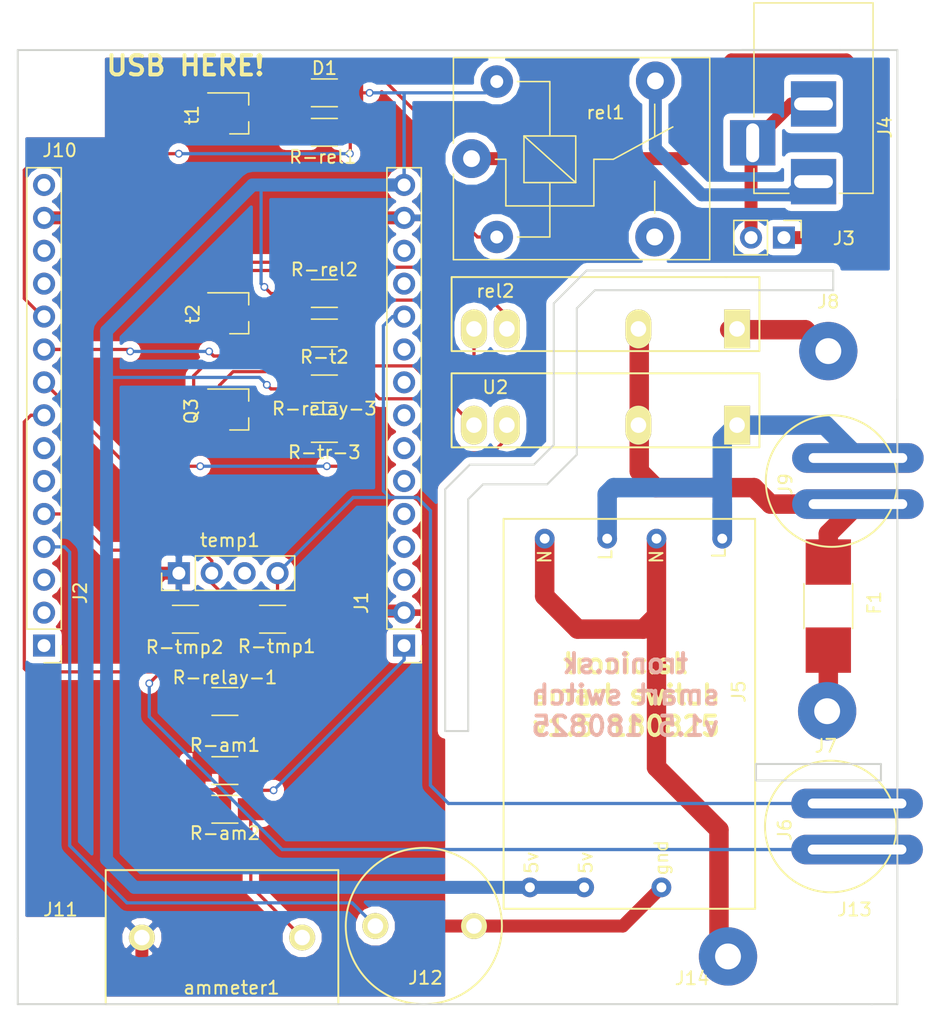
<source format=kicad_pcb>
(kicad_pcb (version 4) (host pcbnew 4.0.7)

  (general
    (links 57)
    (no_connects 0)
    (area 34.468999 36.500999 102.564001 110.311001)
    (thickness 1.6)
    (drawings 36)
    (tracks 328)
    (zones 0)
    (modules 34)
    (nets 27)
  )

  (page A4)
  (layers
    (0 F.Cu signal)
    (31 B.Cu signal)
    (32 B.Adhes user)
    (33 F.Adhes user)
    (34 B.Paste user)
    (35 F.Paste user)
    (36 B.SilkS user)
    (37 F.SilkS user)
    (38 B.Mask user)
    (39 F.Mask user)
    (40 Dwgs.User user)
    (41 Cmts.User user)
    (42 Eco1.User user)
    (43 Eco2.User user)
    (44 Edge.Cuts user)
    (45 Margin user)
    (46 B.CrtYd user)
    (47 F.CrtYd user)
    (48 B.Fab user)
    (49 F.Fab user)
  )

  (setup
    (last_trace_width 0.25)
    (trace_clearance 0.2)
    (zone_clearance 0.508)
    (zone_45_only yes)
    (trace_min 0.2)
    (segment_width 0.2)
    (edge_width 0.15)
    (via_size 0.6)
    (via_drill 0.4)
    (via_min_size 0.4)
    (via_min_drill 0.3)
    (uvia_size 0.3)
    (uvia_drill 0.1)
    (uvias_allowed no)
    (uvia_min_size 0.2)
    (uvia_min_drill 0.1)
    (pcb_text_width 0.3)
    (pcb_text_size 1.5 1.5)
    (mod_edge_width 0.15)
    (mod_text_size 1 1)
    (mod_text_width 0.15)
    (pad_size 1.524 1.524)
    (pad_drill 0.762)
    (pad_to_mask_clearance 0.2)
    (aux_axis_origin 0 0)
    (visible_elements 7FFFFFFF)
    (pcbplotparams
      (layerselection 0x010f0_80000001)
      (usegerberextensions true)
      (excludeedgelayer true)
      (linewidth 0.100000)
      (plotframeref false)
      (viasonmask false)
      (mode 1)
      (useauxorigin false)
      (hpglpennumber 1)
      (hpglpenspeed 20)
      (hpglpendiameter 15)
      (hpglpenoverlay 2)
      (psnegative false)
      (psa4output false)
      (plotreference true)
      (plotvalue true)
      (plotinvisibletext false)
      (padsonsilk false)
      (subtractmaskfromsilk false)
      (outputformat 1)
      (mirror false)
      (drillshape 0)
      (scaleselection 1)
      (outputdirectory gerber/))
  )

  (net 0 "")
  (net 1 "Net-(D1-Pad2)")
  (net 2 240v-out)
  (net 3 vin)
  (net 4 g)
  (net 5 3v)
  (net 6 d4)
  (net 7 d5)
  (net 8 d6)
  (net 9 d7)
  (net 10 fan-in)
  (net 11 fan-gnd)
  (net 12 fan)
  (net 13 N)
  (net 14 240v-in)
  (net 15 240v-out-plug)
  (net 16 240v-plug)
  (net 17 "Net-(Q3-Pad3)")
  (net 18 a0)
  (net 19 d8)
  (net 20 "Net-(R-relay-3-Pad1)")
  (net 21 d3)
  (net 22 "Net-(R-rel1-Pad2)")
  (net 23 "Net-(R-rel2-Pad2)")
  (net 24 "Net-(R-t2-Pad2)")
  (net 25 "Net-(rel2-Pad4)")
  (net 26 "Net-(Q3-Pad1)")

  (net_class Default "This is the default net class."
    (clearance 0.2)
    (trace_width 0.25)
    (via_dia 0.6)
    (via_drill 0.4)
    (uvia_dia 0.3)
    (uvia_drill 0.1)
    (add_net 3v)
    (add_net "Net-(D1-Pad2)")
    (add_net "Net-(Q3-Pad1)")
    (add_net "Net-(Q3-Pad3)")
    (add_net "Net-(R-rel1-Pad2)")
    (add_net "Net-(R-rel2-Pad2)")
    (add_net "Net-(R-relay-3-Pad1)")
    (add_net "Net-(R-t2-Pad2)")
    (add_net "Net-(rel2-Pad4)")
    (add_net a0)
    (add_net d3)
    (add_net d4)
    (add_net d5)
    (add_net d6)
    (add_net d7)
    (add_net d8)
    (add_net g)
    (add_net vin)
  )

  (net_class mains ""
    (clearance 1)
    (trace_width 1.5)
    (via_dia 0.6)
    (via_drill 0.4)
    (uvia_dia 0.3)
    (uvia_drill 0.1)
    (add_net 240v-in)
    (add_net 240v-out)
    (add_net 240v-out-plug)
    (add_net 240v-plug)
    (add_net N)
  )

  (net_class power ""
    (clearance 0.5)
    (trace_width 1)
    (via_dia 1)
    (via_drill 0.8)
    (uvia_dia 0.8)
    (uvia_drill 0.3)
    (add_net fan)
    (add_net fan-gnd)
    (add_net fan-in)
  )

  (module Mounting_Holes:MountingHole_3mm (layer F.Cu) (tedit 5B087513) (tstamp 5AE6B4B8)
    (at 37.846 39.878)
    (descr "Mounting Hole 3mm, no annular")
    (tags "mounting hole 3mm no annular")
    (path /5AE6D08E)
    (attr virtual)
    (fp_text reference J10 (at -0.0635 4.445) (layer F.SilkS)
      (effects (font (size 1 1) (thickness 0.15)))
    )
    (fp_text value Conn_01x01 (at 0 4) (layer F.Fab)
      (effects (font (size 1 1) (thickness 0.15)))
    )
    (fp_text user %R (at 0.3 0) (layer F.Fab)
      (effects (font (size 1 1) (thickness 0.15)))
    )
    (fp_circle (center 0 0) (end 3 0) (layer Cmts.User) (width 0.15))
    (fp_circle (center 0 0) (end 3.25 0) (layer F.CrtYd) (width 0.05))
    (pad 1 np_thru_hole circle (at 0 0) (size 3 3) (drill 3) (layers *.Cu *.Mask))
  )

  (module conn-io:5v-zdroj-dual (layer F.Cu) (tedit 5AE6C0BE) (tstamp 5AE4C895)
    (at 88.2015 81.534 270)
    (path /5AAB0D5A)
    (fp_text reference J5 (at 4.572 -2.032 270) (layer F.SilkS)
      (effects (font (size 1 1) (thickness 0.15)))
    )
    (fp_text value "5v zdroj" (at 16.764 -1.905 270) (layer F.Fab)
      (effects (font (size 1 1) (thickness 0.15)))
    )
    (fp_text user 5v (at 17.78 9.779 270) (layer F.SilkS)
      (effects (font (size 1 1) (thickness 0.15)))
    )
    (fp_text user N (at -5.842 12.954 270) (layer F.SilkS)
      (effects (font (size 1 1) (thickness 0.15)))
    )
    (fp_text user L (at -5.969 8.255 270) (layer F.SilkS)
      (effects (font (size 1 1) (thickness 0.15)))
    )
    (fp_line (start -8.763 16.129) (end -8.763 -3.302) (layer F.SilkS) (width 0.15))
    (fp_line (start -8.763 -3.302) (end 21.336 -3.302) (layer F.SilkS) (width 0.15))
    (fp_line (start 21.336 -3.302) (end 21.336 16.129) (layer F.SilkS) (width 0.15))
    (fp_line (start 21.336 16.129) (end -8.763 16.129) (layer F.SilkS) (width 0.15))
    (fp_text user gnd (at 17.399 3.937 270) (layer F.SilkS)
      (effects (font (size 1 1) (thickness 0.15)))
    )
    (fp_text user 5v (at 17.78 13.97 270) (layer F.SilkS)
      (effects (font (size 1 1) (thickness 0.15)))
    )
    (fp_text user N (at -5.842 4.318 270) (layer F.SilkS)
      (effects (font (size 1 1) (thickness 0.15)))
    )
    (fp_text user L (at -6.096 -0.508 270) (layer F.SilkS)
      (effects (font (size 1 1) (thickness 0.15)))
    )
    (pad 3 thru_hole circle (at 19.685 9.906 270) (size 1.524 1.524) (drill 0.762) (layers *.Cu *.Mask)
      (net 3 vin))
    (pad 2 thru_hole circle (at -7.239 12.954 270) (size 1.524 1.524) (drill 0.762) (layers *.Cu *.Mask)
      (net 13 N))
    (pad 1 thru_hole circle (at -7.239 8.128 270) (size 1.524 1.524) (drill 0.762) (layers *.Cu *.Mask)
      (net 14 240v-in))
    (pad 1 thru_hole circle (at -7.239 -0.762 270) (size 1.524 1.524) (drill 0.762) (layers *.Cu *.Mask)
      (net 14 240v-in))
    (pad 2 thru_hole circle (at -7.239 4.318 270) (size 1.524 1.524) (drill 0.762) (layers *.Cu *.Mask)
      (net 13 N))
    (pad 3 thru_hole circle (at 19.685 14.097 270) (size 1.524 1.524) (drill 0.762) (layers *.Cu *.Mask)
      (net 3 vin))
    (pad 4 thru_hole circle (at 19.685 3.937 270) (size 1.524 1.524) (drill 0.762) (layers *.Cu *.Mask)
      (net 4 g))
  )

  (module Relays_THT:Relay_SPDT_SANYOU_SRD_Series_Form_C (layer F.Cu) (tedit 5AE6C110) (tstamp 5A035B16)
    (at 69.596 44.958)
    (descr "relay Sanyou SRD series Form C http://www.sanyourelay.ca/public/products/pdf/SRD.pdf")
    (tags "relay Sanyu SRD form C")
    (path /5A068DC1)
    (fp_text reference rel1 (at 10.3505 -3.556) (layer F.SilkS)
      (effects (font (size 1 1) (thickness 0.15)))
    )
    (fp_text value relay1 (at 14.224 9.398) (layer F.Fab)
      (effects (font (size 1 1) (thickness 0.15)))
    )
    (fp_line (start -1.4 1.2) (end -1.4 7.8) (layer F.SilkS) (width 0.12))
    (fp_line (start -1.4 -7.8) (end -1.4 -1.2) (layer F.SilkS) (width 0.12))
    (fp_line (start -1.4 -7.8) (end 18.4 -7.8) (layer F.SilkS) (width 0.12))
    (fp_line (start 18.4 -7.8) (end 18.4 7.8) (layer F.SilkS) (width 0.12))
    (fp_line (start 18.4 7.8) (end -1.4 7.8) (layer F.SilkS) (width 0.12))
    (fp_text user 1 (at 0 -2.3) (layer F.Fab)
      (effects (font (size 1 1) (thickness 0.15)))
    )
    (fp_line (start -1.3 -7.7) (end 18.3 -7.7) (layer F.Fab) (width 0.12))
    (fp_line (start 18.3 -7.7) (end 18.3 7.7) (layer F.Fab) (width 0.12))
    (fp_line (start 18.3 7.7) (end -1.3 7.7) (layer F.Fab) (width 0.12))
    (fp_line (start -1.3 7.7) (end -1.3 -7.7) (layer F.Fab) (width 0.12))
    (fp_text user %R (at 7.1 0.025) (layer F.Fab)
      (effects (font (size 1 1) (thickness 0.15)))
    )
    (fp_line (start 18.55 -7.95) (end -1.55 -7.95) (layer F.CrtYd) (width 0.05))
    (fp_line (start -1.55 7.95) (end -1.55 -7.95) (layer F.CrtYd) (width 0.05))
    (fp_line (start 18.55 -7.95) (end 18.55 7.95) (layer F.CrtYd) (width 0.05))
    (fp_line (start -1.55 7.95) (end 18.55 7.95) (layer F.CrtYd) (width 0.05))
    (fp_line (start 14.15 4.2) (end 14.15 1.75) (layer F.SilkS) (width 0.12))
    (fp_line (start 14.15 -4.2) (end 14.15 -1.7) (layer F.SilkS) (width 0.12))
    (fp_line (start 3.55 6.05) (end 6.05 6.05) (layer F.SilkS) (width 0.12))
    (fp_line (start 2.65 0.05) (end 1.85 0.05) (layer F.SilkS) (width 0.12))
    (fp_line (start 6.05 -5.95) (end 3.55 -5.95) (layer F.SilkS) (width 0.12))
    (fp_line (start 9.45 0.05) (end 10.95 0.05) (layer F.SilkS) (width 0.12))
    (fp_line (start 10.95 0.05) (end 15.55 -2.45) (layer F.SilkS) (width 0.12))
    (fp_line (start 9.45 3.65) (end 2.65 3.65) (layer F.SilkS) (width 0.12))
    (fp_line (start 9.45 0.05) (end 9.45 3.65) (layer F.SilkS) (width 0.12))
    (fp_line (start 2.65 0.05) (end 2.65 3.65) (layer F.SilkS) (width 0.12))
    (fp_line (start 6.05 -5.95) (end 6.05 -1.75) (layer F.SilkS) (width 0.12))
    (fp_line (start 6.05 1.85) (end 6.05 6.05) (layer F.SilkS) (width 0.12))
    (fp_line (start 8.05 1.85) (end 4.05 -1.75) (layer F.SilkS) (width 0.12))
    (fp_line (start 4.05 1.85) (end 4.05 -1.75) (layer F.SilkS) (width 0.12))
    (fp_line (start 4.05 -1.75) (end 8.05 -1.75) (layer F.SilkS) (width 0.12))
    (fp_line (start 8.05 -1.75) (end 8.05 1.85) (layer F.SilkS) (width 0.12))
    (fp_line (start 8.05 1.85) (end 4.05 1.85) (layer F.SilkS) (width 0.12))
    (pad 2 thru_hole circle (at 1.95 6.05 90) (size 2.5 2.5) (drill 1) (layers *.Cu *.Mask)
      (net 1 "Net-(D1-Pad2)"))
    (pad 3 thru_hole circle (at 14.15 6.05 90) (size 3 3) (drill 1.3) (layers *.Cu *.Mask))
    (pad 4 thru_hole circle (at 14.2 -6 90) (size 3 3) (drill 1.3) (layers *.Cu *.Mask)
      (net 12 fan))
    (pad 5 thru_hole circle (at 1.95 -5.95 90) (size 2.5 2.5) (drill 1) (layers *.Cu *.Mask)
      (net 3 vin))
    (pad 1 thru_hole circle (at 0 0 90) (size 3 3) (drill 1.3) (layers *.Cu *.Mask)
      (net 10 fan-in))
    (model ${KISYS3DMOD}/Relays_THT.3dshapes/Relay_SPDT_SANYOU_SRD_Series_Form_C.wrl
      (at (xyz 0 0 0))
      (scale (xyz 1 1 1))
      (rotate (xyz 0 0 0))
    )
  )

  (module Connectors:BARREL_JACK (layer F.Cu) (tedit 5AE6C9A0) (tstamp 5AAAE1B9)
    (at 96.012 46.736 270)
    (descr "DC Barrel Jack")
    (tags "Power Jack")
    (path /5AAC4E7F)
    (fp_text reference J4 (at -4.191 -5.5245 270) (layer F.SilkS)
      (effects (font (size 1 1) (thickness 0.15)))
    )
    (fp_text value fan-out (at -6.2 -5.5 270) (layer F.Fab)
      (effects (font (size 1 1) (thickness 0.15)))
    )
    (fp_line (start 1 -4.5) (end 1 -4.75) (layer F.CrtYd) (width 0.05))
    (fp_line (start 1 -4.75) (end -14 -4.75) (layer F.CrtYd) (width 0.05))
    (fp_line (start 1 -4.5) (end 1 -2) (layer F.CrtYd) (width 0.05))
    (fp_line (start 1 -2) (end 2 -2) (layer F.CrtYd) (width 0.05))
    (fp_line (start 2 -2) (end 2 2) (layer F.CrtYd) (width 0.05))
    (fp_line (start 2 2) (end 1 2) (layer F.CrtYd) (width 0.05))
    (fp_line (start 1 2) (end 1 4.75) (layer F.CrtYd) (width 0.05))
    (fp_line (start 1 4.75) (end -1 4.75) (layer F.CrtYd) (width 0.05))
    (fp_line (start -1 4.75) (end -1 6.75) (layer F.CrtYd) (width 0.05))
    (fp_line (start -1 6.75) (end -5 6.75) (layer F.CrtYd) (width 0.05))
    (fp_line (start -5 6.75) (end -5 4.75) (layer F.CrtYd) (width 0.05))
    (fp_line (start -5 4.75) (end -14 4.75) (layer F.CrtYd) (width 0.05))
    (fp_line (start -14 4.75) (end -14 -4.75) (layer F.CrtYd) (width 0.05))
    (fp_line (start -5 4.6) (end -13.8 4.6) (layer F.SilkS) (width 0.12))
    (fp_line (start -13.8 4.6) (end -13.8 -4.6) (layer F.SilkS) (width 0.12))
    (fp_line (start 0.9 1.9) (end 0.9 4.6) (layer F.SilkS) (width 0.12))
    (fp_line (start 0.9 4.6) (end -1 4.6) (layer F.SilkS) (width 0.12))
    (fp_line (start -13.8 -4.6) (end 0.9 -4.6) (layer F.SilkS) (width 0.12))
    (fp_line (start 0.9 -4.6) (end 0.9 -2) (layer F.SilkS) (width 0.12))
    (fp_line (start -10.2 -4.5) (end -10.2 4.5) (layer F.Fab) (width 0.1))
    (fp_line (start -13.7 -4.5) (end -13.7 4.5) (layer F.Fab) (width 0.1))
    (fp_line (start -13.7 4.5) (end 0.8 4.5) (layer F.Fab) (width 0.1))
    (fp_line (start 0.8 4.5) (end 0.8 -4.5) (layer F.Fab) (width 0.1))
    (fp_line (start 0.8 -4.5) (end -13.7 -4.5) (layer F.Fab) (width 0.1))
    (pad 1 thru_hole rect (at 0 0 270) (size 3.5 3.5) (drill oval 1 3) (layers *.Cu *.Mask)
      (net 12 fan))
    (pad 2 thru_hole rect (at -6 0 270) (size 3.5 3.5) (drill oval 1 3) (layers *.Cu *.Mask)
      (net 11 fan-gnd))
    (pad 3 thru_hole rect (at -3 4.7 270) (size 3.5 3.5) (drill oval 3 1) (layers *.Cu *.Mask)
      (net 11 fan-gnd))
  )

  (module Pin_Headers:Pin_Header_Straight_1x15_Pitch2.54mm (layer F.Cu) (tedit 5AE6C142) (tstamp 5AAAE199)
    (at 64.389 82.55 180)
    (descr "Through hole straight pin header, 1x15, 2.54mm pitch, single row")
    (tags "Through hole pin header THT 1x15 2.54mm single row")
    (path /5AAAC491)
    (fp_text reference J1 (at 3.302 3.302 270) (layer F.SilkS)
      (effects (font (size 1 1) (thickness 0.15)))
    )
    (fp_text value nodemcu-left (at 3.048 16.256 270) (layer F.Fab)
      (effects (font (size 1 1) (thickness 0.15)))
    )
    (fp_line (start -0.635 -1.27) (end 1.27 -1.27) (layer F.Fab) (width 0.1))
    (fp_line (start 1.27 -1.27) (end 1.27 36.83) (layer F.Fab) (width 0.1))
    (fp_line (start 1.27 36.83) (end -1.27 36.83) (layer F.Fab) (width 0.1))
    (fp_line (start -1.27 36.83) (end -1.27 -0.635) (layer F.Fab) (width 0.1))
    (fp_line (start -1.27 -0.635) (end -0.635 -1.27) (layer F.Fab) (width 0.1))
    (fp_line (start -1.33 36.89) (end 1.33 36.89) (layer F.SilkS) (width 0.12))
    (fp_line (start -1.33 1.27) (end -1.33 36.89) (layer F.SilkS) (width 0.12))
    (fp_line (start 1.33 1.27) (end 1.33 36.89) (layer F.SilkS) (width 0.12))
    (fp_line (start -1.33 1.27) (end 1.33 1.27) (layer F.SilkS) (width 0.12))
    (fp_line (start -1.33 0) (end -1.33 -1.33) (layer F.SilkS) (width 0.12))
    (fp_line (start -1.33 -1.33) (end 0 -1.33) (layer F.SilkS) (width 0.12))
    (fp_line (start -1.8 -1.8) (end -1.8 37.35) (layer F.CrtYd) (width 0.05))
    (fp_line (start -1.8 37.35) (end 1.8 37.35) (layer F.CrtYd) (width 0.05))
    (fp_line (start 1.8 37.35) (end 1.8 -1.8) (layer F.CrtYd) (width 0.05))
    (fp_line (start 1.8 -1.8) (end -1.8 -1.8) (layer F.CrtYd) (width 0.05))
    (fp_text user %R (at 0 17.78 270) (layer F.Fab)
      (effects (font (size 1 1) (thickness 0.15)))
    )
    (pad 1 thru_hole rect (at 0 0 180) (size 1.7 1.7) (drill 1) (layers *.Cu *.Mask)
      (net 18 a0))
    (pad 2 thru_hole oval (at 0 2.54 180) (size 1.7 1.7) (drill 1) (layers *.Cu *.Mask)
      (net 4 g))
    (pad 3 thru_hole oval (at 0 5.08 180) (size 1.7 1.7) (drill 1) (layers *.Cu *.Mask))
    (pad 4 thru_hole oval (at 0 7.62 180) (size 1.7 1.7) (drill 1) (layers *.Cu *.Mask))
    (pad 5 thru_hole oval (at 0 10.16 180) (size 1.7 1.7) (drill 1) (layers *.Cu *.Mask))
    (pad 6 thru_hole oval (at 0 12.7 180) (size 1.7 1.7) (drill 1) (layers *.Cu *.Mask))
    (pad 7 thru_hole oval (at 0 15.24 180) (size 1.7 1.7) (drill 1) (layers *.Cu *.Mask))
    (pad 8 thru_hole oval (at 0 17.78 180) (size 1.7 1.7) (drill 1) (layers *.Cu *.Mask))
    (pad 9 thru_hole oval (at 0 20.32 180) (size 1.7 1.7) (drill 1) (layers *.Cu *.Mask))
    (pad 10 thru_hole oval (at 0 22.86 180) (size 1.7 1.7) (drill 1) (layers *.Cu *.Mask))
    (pad 11 thru_hole oval (at 0 25.4 180) (size 1.7 1.7) (drill 1) (layers *.Cu *.Mask)
      (net 5 3v))
    (pad 12 thru_hole oval (at 0 27.94 180) (size 1.7 1.7) (drill 1) (layers *.Cu *.Mask))
    (pad 13 thru_hole oval (at 0 30.48 180) (size 1.7 1.7) (drill 1) (layers *.Cu *.Mask))
    (pad 14 thru_hole oval (at 0 33.02 180) (size 1.7 1.7) (drill 1) (layers *.Cu *.Mask)
      (net 4 g))
    (pad 15 thru_hole oval (at 0 35.56 180) (size 1.7 1.7) (drill 1) (layers *.Cu *.Mask)
      (net 3 vin))
    (model ${KISYS3DMOD}/Pin_Headers.3dshapes/Pin_Header_Straight_1x15_Pitch2.54mm.wrl
      (at (xyz 0 0 0))
      (scale (xyz 1 1 1))
      (rotate (xyz 0 0 0))
    )
  )

  (module Pin_Headers:Pin_Header_Straight_1x15_Pitch2.54mm (layer F.Cu) (tedit 5AE6C13F) (tstamp 5AAAE1AC)
    (at 36.576 82.55 180)
    (descr "Through hole straight pin header, 1x15, 2.54mm pitch, single row")
    (tags "Through hole pin header THT 1x15 2.54mm single row")
    (path /5AAAC5A1)
    (fp_text reference J2 (at -2.794 4.064 270) (layer F.SilkS)
      (effects (font (size 1 1) (thickness 0.15)))
    )
    (fp_text value nodemcu-right (at -3.556 16.51 270) (layer F.Fab)
      (effects (font (size 1 1) (thickness 0.15)))
    )
    (fp_line (start -0.635 -1.27) (end 1.27 -1.27) (layer F.Fab) (width 0.1))
    (fp_line (start 1.27 -1.27) (end 1.27 36.83) (layer F.Fab) (width 0.1))
    (fp_line (start 1.27 36.83) (end -1.27 36.83) (layer F.Fab) (width 0.1))
    (fp_line (start -1.27 36.83) (end -1.27 -0.635) (layer F.Fab) (width 0.1))
    (fp_line (start -1.27 -0.635) (end -0.635 -1.27) (layer F.Fab) (width 0.1))
    (fp_line (start -1.33 36.89) (end 1.33 36.89) (layer F.SilkS) (width 0.12))
    (fp_line (start -1.33 1.27) (end -1.33 36.89) (layer F.SilkS) (width 0.12))
    (fp_line (start 1.33 1.27) (end 1.33 36.89) (layer F.SilkS) (width 0.12))
    (fp_line (start -1.33 1.27) (end 1.33 1.27) (layer F.SilkS) (width 0.12))
    (fp_line (start -1.33 0) (end -1.33 -1.33) (layer F.SilkS) (width 0.12))
    (fp_line (start -1.33 -1.33) (end 0 -1.33) (layer F.SilkS) (width 0.12))
    (fp_line (start -1.8 -1.8) (end -1.8 37.35) (layer F.CrtYd) (width 0.05))
    (fp_line (start -1.8 37.35) (end 1.8 37.35) (layer F.CrtYd) (width 0.05))
    (fp_line (start 1.8 37.35) (end 1.8 -1.8) (layer F.CrtYd) (width 0.05))
    (fp_line (start 1.8 -1.8) (end -1.8 -1.8) (layer F.CrtYd) (width 0.05))
    (fp_text user %R (at 0 17.78 270) (layer F.Fab)
      (effects (font (size 1 1) (thickness 0.15)))
    )
    (pad 1 thru_hole rect (at 0 0 180) (size 1.7 1.7) (drill 1) (layers *.Cu *.Mask))
    (pad 2 thru_hole oval (at 0 2.54 180) (size 1.7 1.7) (drill 1) (layers *.Cu *.Mask))
    (pad 3 thru_hole oval (at 0 5.08 180) (size 1.7 1.7) (drill 1) (layers *.Cu *.Mask))
    (pad 4 thru_hole oval (at 0 7.62 180) (size 1.7 1.7) (drill 1) (layers *.Cu *.Mask)
      (net 21 d3))
    (pad 5 thru_hole oval (at 0 10.16 180) (size 1.7 1.7) (drill 1) (layers *.Cu *.Mask)
      (net 6 d4))
    (pad 6 thru_hole oval (at 0 12.7 180) (size 1.7 1.7) (drill 1) (layers *.Cu *.Mask))
    (pad 7 thru_hole oval (at 0 15.24 180) (size 1.7 1.7) (drill 1) (layers *.Cu *.Mask))
    (pad 8 thru_hole oval (at 0 17.78 180) (size 1.7 1.7) (drill 1) (layers *.Cu *.Mask)
      (net 7 d5))
    (pad 9 thru_hole oval (at 0 20.32 180) (size 1.7 1.7) (drill 1) (layers *.Cu *.Mask)
      (net 8 d6))
    (pad 10 thru_hole oval (at 0 22.86 180) (size 1.7 1.7) (drill 1) (layers *.Cu *.Mask)
      (net 9 d7))
    (pad 11 thru_hole oval (at 0 25.4 180) (size 1.7 1.7) (drill 1) (layers *.Cu *.Mask)
      (net 19 d8))
    (pad 12 thru_hole oval (at 0 27.94 180) (size 1.7 1.7) (drill 1) (layers *.Cu *.Mask))
    (pad 13 thru_hole oval (at 0 30.48 180) (size 1.7 1.7) (drill 1) (layers *.Cu *.Mask))
    (pad 14 thru_hole oval (at 0 33.02 180) (size 1.7 1.7) (drill 1) (layers *.Cu *.Mask)
      (net 4 g))
    (pad 15 thru_hole oval (at 0 35.56 180) (size 1.7 1.7) (drill 1) (layers *.Cu *.Mask))
    (model ${KISYS3DMOD}/Pin_Headers.3dshapes/Pin_Header_Straight_1x15_Pitch2.54mm.wrl
      (at (xyz 0 0 0))
      (scale (xyz 1 1 1))
      (rotate (xyz 0 0 0))
    )
  )

  (module Pin_Headers:Pin_Header_Straight_1x02_Pitch2.54mm (layer F.Cu) (tedit 5AE6C0FC) (tstamp 5AAAE1B2)
    (at 93.726 51.054 270)
    (descr "Through hole straight pin header, 1x02, 2.54mm pitch, single row")
    (tags "Through hole pin header THT 1x02 2.54mm single row")
    (path /5AAC5CBC)
    (fp_text reference J3 (at 0.0635 -4.6355 360) (layer F.SilkS)
      (effects (font (size 1 1) (thickness 0.15)))
    )
    (fp_text value fan-in (at -1.524 -5.08 270) (layer F.Fab)
      (effects (font (size 1 1) (thickness 0.15)))
    )
    (fp_line (start -0.635 -1.27) (end 1.27 -1.27) (layer F.Fab) (width 0.1))
    (fp_line (start 1.27 -1.27) (end 1.27 3.81) (layer F.Fab) (width 0.1))
    (fp_line (start 1.27 3.81) (end -1.27 3.81) (layer F.Fab) (width 0.1))
    (fp_line (start -1.27 3.81) (end -1.27 -0.635) (layer F.Fab) (width 0.1))
    (fp_line (start -1.27 -0.635) (end -0.635 -1.27) (layer F.Fab) (width 0.1))
    (fp_line (start -1.33 3.87) (end 1.33 3.87) (layer F.SilkS) (width 0.12))
    (fp_line (start -1.33 1.27) (end -1.33 3.87) (layer F.SilkS) (width 0.12))
    (fp_line (start 1.33 1.27) (end 1.33 3.87) (layer F.SilkS) (width 0.12))
    (fp_line (start -1.33 1.27) (end 1.33 1.27) (layer F.SilkS) (width 0.12))
    (fp_line (start -1.33 0) (end -1.33 -1.33) (layer F.SilkS) (width 0.12))
    (fp_line (start -1.33 -1.33) (end 0 -1.33) (layer F.SilkS) (width 0.12))
    (fp_line (start -1.8 -1.8) (end -1.8 4.35) (layer F.CrtYd) (width 0.05))
    (fp_line (start -1.8 4.35) (end 1.8 4.35) (layer F.CrtYd) (width 0.05))
    (fp_line (start 1.8 4.35) (end 1.8 -1.8) (layer F.CrtYd) (width 0.05))
    (fp_line (start 1.8 -1.8) (end -1.8 -1.8) (layer F.CrtYd) (width 0.05))
    (fp_text user %R (at 0 1.27 360) (layer F.Fab)
      (effects (font (size 1 1) (thickness 0.15)))
    )
    (pad 1 thru_hole rect (at 0 0 270) (size 1.7 1.7) (drill 1) (layers *.Cu *.Mask)
      (net 10 fan-in))
    (pad 2 thru_hole oval (at 0 2.54 270) (size 1.7 1.7) (drill 1) (layers *.Cu *.Mask)
      (net 11 fan-gnd))
    (model ${KISYS3DMOD}/Pin_Headers.3dshapes/Pin_Header_Straight_1x02_Pitch2.54mm.wrl
      (at (xyz 0 0 0))
      (scale (xyz 1 1 1))
      (rotate (xyz 0 0 0))
    )
  )

  (module Resistors_SMD:R_1206_HandSoldering (layer F.Cu) (tedit 5AE6BF9B) (tstamp 5AAAE225)
    (at 58.2295 42.926 180)
    (descr "Resistor SMD 1206, hand soldering")
    (tags "resistor 1206")
    (path /5AAB2895)
    (attr smd)
    (fp_text reference R-rel1 (at 0.127 -1.905 180) (layer F.SilkS)
      (effects (font (size 1 1) (thickness 0.15)))
    )
    (fp_text value R (at 0 1.9 180) (layer F.Fab)
      (effects (font (size 1 1) (thickness 0.15)))
    )
    (fp_text user %R (at 0 0 180) (layer F.Fab)
      (effects (font (size 0.7 0.7) (thickness 0.105)))
    )
    (fp_line (start -1.6 0.8) (end -1.6 -0.8) (layer F.Fab) (width 0.1))
    (fp_line (start 1.6 0.8) (end -1.6 0.8) (layer F.Fab) (width 0.1))
    (fp_line (start 1.6 -0.8) (end 1.6 0.8) (layer F.Fab) (width 0.1))
    (fp_line (start -1.6 -0.8) (end 1.6 -0.8) (layer F.Fab) (width 0.1))
    (fp_line (start 1 1.07) (end -1 1.07) (layer F.SilkS) (width 0.12))
    (fp_line (start -1 -1.07) (end 1 -1.07) (layer F.SilkS) (width 0.12))
    (fp_line (start -3.25 -1.11) (end 3.25 -1.11) (layer F.CrtYd) (width 0.05))
    (fp_line (start -3.25 -1.11) (end -3.25 1.1) (layer F.CrtYd) (width 0.05))
    (fp_line (start 3.25 1.1) (end 3.25 -1.11) (layer F.CrtYd) (width 0.05))
    (fp_line (start 3.25 1.1) (end -3.25 1.1) (layer F.CrtYd) (width 0.05))
    (pad 1 smd rect (at -2 0 180) (size 2 1.7) (layers F.Cu F.Paste F.Mask)
      (net 19 d8))
    (pad 2 smd rect (at 2 0 180) (size 2 1.7) (layers F.Cu F.Paste F.Mask)
      (net 22 "Net-(R-rel1-Pad2)"))
    (model ${KISYS3DMOD}/Resistors_SMD.3dshapes/R_1206.wrl
      (at (xyz 0 0 0))
      (scale (xyz 1 1 1))
      (rotate (xyz 0 0 0))
    )
  )

  (module Resistors_SMD:R_1206_HandSoldering (layer F.Cu) (tedit 5AAEDF7E) (tstamp 5AAAE237)
    (at 58.2295 55.372)
    (descr "Resistor SMD 1206, hand soldering")
    (tags "resistor 1206")
    (path /5AAB4980)
    (attr smd)
    (fp_text reference R-rel2 (at 0 -1.85) (layer F.SilkS)
      (effects (font (size 1 1) (thickness 0.15)))
    )
    (fp_text value R (at 0 1.9) (layer F.Fab)
      (effects (font (size 1 1) (thickness 0.15)))
    )
    (fp_text user %R (at 0 0) (layer F.Fab)
      (effects (font (size 0.7 0.7) (thickness 0.105)))
    )
    (fp_line (start -1.6 0.8) (end -1.6 -0.8) (layer F.Fab) (width 0.1))
    (fp_line (start 1.6 0.8) (end -1.6 0.8) (layer F.Fab) (width 0.1))
    (fp_line (start 1.6 -0.8) (end 1.6 0.8) (layer F.Fab) (width 0.1))
    (fp_line (start -1.6 -0.8) (end 1.6 -0.8) (layer F.Fab) (width 0.1))
    (fp_line (start 1 1.07) (end -1 1.07) (layer F.SilkS) (width 0.12))
    (fp_line (start -1 -1.07) (end 1 -1.07) (layer F.SilkS) (width 0.12))
    (fp_line (start -3.25 -1.11) (end 3.25 -1.11) (layer F.CrtYd) (width 0.05))
    (fp_line (start -3.25 -1.11) (end -3.25 1.1) (layer F.CrtYd) (width 0.05))
    (fp_line (start 3.25 1.1) (end 3.25 -1.11) (layer F.CrtYd) (width 0.05))
    (fp_line (start 3.25 1.1) (end -3.25 1.1) (layer F.CrtYd) (width 0.05))
    (pad 1 smd rect (at -2 0) (size 2 1.7) (layers F.Cu F.Paste F.Mask)
      (net 3 vin))
    (pad 2 smd rect (at 2 0) (size 2 1.7) (layers F.Cu F.Paste F.Mask)
      (net 23 "Net-(R-rel2-Pad2)"))
    (model ${KISYS3DMOD}/Resistors_SMD.3dshapes/R_1206.wrl
      (at (xyz 0 0 0))
      (scale (xyz 1 1 1))
      (rotate (xyz 0 0 0))
    )
  )

  (module Resistors_SMD:R_1206_HandSoldering (layer F.Cu) (tedit 5AE6BFCE) (tstamp 5AAAE23D)
    (at 58.2295 62.738 180)
    (descr "Resistor SMD 1206, hand soldering")
    (tags "resistor 1206")
    (path /5AAB4EEC)
    (attr smd)
    (fp_text reference R-relay-3 (at 0 -1.524 180) (layer F.SilkS)
      (effects (font (size 1 1) (thickness 0.15)))
    )
    (fp_text value R (at 0 1.9 180) (layer F.Fab)
      (effects (font (size 1 1) (thickness 0.15)))
    )
    (fp_text user %R (at 0 0 180) (layer F.Fab)
      (effects (font (size 0.7 0.7) (thickness 0.105)))
    )
    (fp_line (start -1.6 0.8) (end -1.6 -0.8) (layer F.Fab) (width 0.1))
    (fp_line (start 1.6 0.8) (end -1.6 0.8) (layer F.Fab) (width 0.1))
    (fp_line (start 1.6 -0.8) (end 1.6 0.8) (layer F.Fab) (width 0.1))
    (fp_line (start -1.6 -0.8) (end 1.6 -0.8) (layer F.Fab) (width 0.1))
    (fp_line (start 1 1.07) (end -1 1.07) (layer F.SilkS) (width 0.12))
    (fp_line (start -1 -1.07) (end 1 -1.07) (layer F.SilkS) (width 0.12))
    (fp_line (start -3.25 -1.11) (end 3.25 -1.11) (layer F.CrtYd) (width 0.05))
    (fp_line (start -3.25 -1.11) (end -3.25 1.1) (layer F.CrtYd) (width 0.05))
    (fp_line (start 3.25 1.1) (end 3.25 -1.11) (layer F.CrtYd) (width 0.05))
    (fp_line (start 3.25 1.1) (end -3.25 1.1) (layer F.CrtYd) (width 0.05))
    (pad 1 smd rect (at -2 0 180) (size 2 1.7) (layers F.Cu F.Paste F.Mask)
      (net 20 "Net-(R-relay-3-Pad1)"))
    (pad 2 smd rect (at 2 0 180) (size 2 1.7) (layers F.Cu F.Paste F.Mask)
      (net 3 vin))
    (model ${KISYS3DMOD}/Resistors_SMD.3dshapes/R_1206.wrl
      (at (xyz 0 0 0))
      (scale (xyz 1 1 1))
      (rotate (xyz 0 0 0))
    )
  )

  (module TO_SOT_Packages_SMD:SOT-23_Handsoldering (layer F.Cu) (tedit 5AE6BFA8) (tstamp 5AAAE742)
    (at 51.6255 41.4655)
    (descr "SOT-23, Handsoldering")
    (tags SOT-23)
    (path /5AAB36BD)
    (attr smd)
    (fp_text reference t1 (at -3.6195 0.127 90) (layer F.SilkS)
      (effects (font (size 1 1) (thickness 0.15)))
    )
    (fp_text value NPN-1 (at 0 2.5) (layer F.Fab)
      (effects (font (size 1 1) (thickness 0.15)))
    )
    (fp_text user %R (at 0 0 90) (layer F.Fab)
      (effects (font (size 0.5 0.5) (thickness 0.075)))
    )
    (fp_line (start 0.76 1.58) (end 0.76 0.65) (layer F.SilkS) (width 0.12))
    (fp_line (start 0.76 -1.58) (end 0.76 -0.65) (layer F.SilkS) (width 0.12))
    (fp_line (start -2.7 -1.75) (end 2.7 -1.75) (layer F.CrtYd) (width 0.05))
    (fp_line (start 2.7 -1.75) (end 2.7 1.75) (layer F.CrtYd) (width 0.05))
    (fp_line (start 2.7 1.75) (end -2.7 1.75) (layer F.CrtYd) (width 0.05))
    (fp_line (start -2.7 1.75) (end -2.7 -1.75) (layer F.CrtYd) (width 0.05))
    (fp_line (start 0.76 -1.58) (end -2.4 -1.58) (layer F.SilkS) (width 0.12))
    (fp_line (start -0.7 -0.95) (end -0.7 1.5) (layer F.Fab) (width 0.1))
    (fp_line (start -0.15 -1.52) (end 0.7 -1.52) (layer F.Fab) (width 0.1))
    (fp_line (start -0.7 -0.95) (end -0.15 -1.52) (layer F.Fab) (width 0.1))
    (fp_line (start 0.7 -1.52) (end 0.7 1.52) (layer F.Fab) (width 0.1))
    (fp_line (start -0.7 1.52) (end 0.7 1.52) (layer F.Fab) (width 0.1))
    (fp_line (start 0.76 1.58) (end -0.7 1.58) (layer F.SilkS) (width 0.12))
    (pad 1 smd rect (at -1.5 -0.95) (size 1.9 0.8) (layers F.Cu F.Paste F.Mask)
      (net 22 "Net-(R-rel1-Pad2)"))
    (pad 2 smd rect (at -1.5 0.95) (size 1.9 0.8) (layers F.Cu F.Paste F.Mask)
      (net 4 g))
    (pad 3 smd rect (at 1.5 0) (size 1.9 0.8) (layers F.Cu F.Paste F.Mask)
      (net 1 "Net-(D1-Pad2)"))
    (model ${KISYS3DMOD}/TO_SOT_Packages_SMD.3dshapes\SOT-23.wrl
      (at (xyz 0 0 0))
      (scale (xyz 1 1 1))
      (rotate (xyz 0 0 0))
    )
  )

  (module TO_SOT_Packages_SMD:SOT-23_Handsoldering (layer F.Cu) (tedit 5AE6BFC7) (tstamp 5AAAE748)
    (at 51.6255 56.896)
    (descr "SOT-23, Handsoldering")
    (tags SOT-23)
    (path /5AAB49A1)
    (attr smd)
    (fp_text reference t2 (at -3.556 0.0635 90) (layer F.SilkS)
      (effects (font (size 1 1) (thickness 0.15)))
    )
    (fp_text value NPN-2 (at 0 2.5) (layer F.Fab)
      (effects (font (size 1 1) (thickness 0.15)))
    )
    (fp_text user %R (at 0 0 90) (layer F.Fab)
      (effects (font (size 0.5 0.5) (thickness 0.075)))
    )
    (fp_line (start 0.76 1.58) (end 0.76 0.65) (layer F.SilkS) (width 0.12))
    (fp_line (start 0.76 -1.58) (end 0.76 -0.65) (layer F.SilkS) (width 0.12))
    (fp_line (start -2.7 -1.75) (end 2.7 -1.75) (layer F.CrtYd) (width 0.05))
    (fp_line (start 2.7 -1.75) (end 2.7 1.75) (layer F.CrtYd) (width 0.05))
    (fp_line (start 2.7 1.75) (end -2.7 1.75) (layer F.CrtYd) (width 0.05))
    (fp_line (start -2.7 1.75) (end -2.7 -1.75) (layer F.CrtYd) (width 0.05))
    (fp_line (start 0.76 -1.58) (end -2.4 -1.58) (layer F.SilkS) (width 0.12))
    (fp_line (start -0.7 -0.95) (end -0.7 1.5) (layer F.Fab) (width 0.1))
    (fp_line (start -0.15 -1.52) (end 0.7 -1.52) (layer F.Fab) (width 0.1))
    (fp_line (start -0.7 -0.95) (end -0.15 -1.52) (layer F.Fab) (width 0.1))
    (fp_line (start 0.7 -1.52) (end 0.7 1.52) (layer F.Fab) (width 0.1))
    (fp_line (start -0.7 1.52) (end 0.7 1.52) (layer F.Fab) (width 0.1))
    (fp_line (start 0.76 1.58) (end -0.7 1.58) (layer F.SilkS) (width 0.12))
    (pad 1 smd rect (at -1.5 -0.95) (size 1.9 0.8) (layers F.Cu F.Paste F.Mask)
      (net 24 "Net-(R-t2-Pad2)"))
    (pad 2 smd rect (at -1.5 0.95) (size 1.9 0.8) (layers F.Cu F.Paste F.Mask)
      (net 4 g))
    (pad 3 smd rect (at 1.5 0) (size 1.9 0.8) (layers F.Cu F.Paste F.Mask)
      (net 25 "Net-(rel2-Pad4)"))
    (model ${KISYS3DMOD}/TO_SOT_Packages_SMD.3dshapes\SOT-23.wrl
      (at (xyz 0 0 0))
      (scale (xyz 1 1 1))
      (rotate (xyz 0 0 0))
    )
  )

  (module TO_SOT_Packages_SMD:SOT-23_Handsoldering (layer F.Cu) (tedit 5AE6BFCA) (tstamp 5AAAE74E)
    (at 51.6255 64.3255)
    (descr "SOT-23, Handsoldering")
    (tags SOT-23)
    (path /5AAB4F0D)
    (attr smd)
    (fp_text reference Q3 (at -3.683 0.127 90) (layer F.SilkS)
      (effects (font (size 1 1) (thickness 0.15)))
    )
    (fp_text value NPN-3 (at 0 2.5) (layer F.Fab)
      (effects (font (size 1 1) (thickness 0.15)))
    )
    (fp_text user %R (at 0 0 90) (layer F.Fab)
      (effects (font (size 0.5 0.5) (thickness 0.075)))
    )
    (fp_line (start 0.76 1.58) (end 0.76 0.65) (layer F.SilkS) (width 0.12))
    (fp_line (start 0.76 -1.58) (end 0.76 -0.65) (layer F.SilkS) (width 0.12))
    (fp_line (start -2.7 -1.75) (end 2.7 -1.75) (layer F.CrtYd) (width 0.05))
    (fp_line (start 2.7 -1.75) (end 2.7 1.75) (layer F.CrtYd) (width 0.05))
    (fp_line (start 2.7 1.75) (end -2.7 1.75) (layer F.CrtYd) (width 0.05))
    (fp_line (start -2.7 1.75) (end -2.7 -1.75) (layer F.CrtYd) (width 0.05))
    (fp_line (start 0.76 -1.58) (end -2.4 -1.58) (layer F.SilkS) (width 0.12))
    (fp_line (start -0.7 -0.95) (end -0.7 1.5) (layer F.Fab) (width 0.1))
    (fp_line (start -0.15 -1.52) (end 0.7 -1.52) (layer F.Fab) (width 0.1))
    (fp_line (start -0.7 -0.95) (end -0.15 -1.52) (layer F.Fab) (width 0.1))
    (fp_line (start 0.7 -1.52) (end 0.7 1.52) (layer F.Fab) (width 0.1))
    (fp_line (start -0.7 1.52) (end 0.7 1.52) (layer F.Fab) (width 0.1))
    (fp_line (start 0.76 1.58) (end -0.7 1.58) (layer F.SilkS) (width 0.12))
    (pad 1 smd rect (at -1.5 -0.95) (size 1.9 0.8) (layers F.Cu F.Paste F.Mask)
      (net 26 "Net-(Q3-Pad1)"))
    (pad 2 smd rect (at -1.5 0.95) (size 1.9 0.8) (layers F.Cu F.Paste F.Mask)
      (net 4 g))
    (pad 3 smd rect (at 1.5 0) (size 1.9 0.8) (layers F.Cu F.Paste F.Mask)
      (net 17 "Net-(Q3-Pad3)"))
    (model ${KISYS3DMOD}/TO_SOT_Packages_SMD.3dshapes\SOT-23.wrl
      (at (xyz 0 0 0))
      (scale (xyz 1 1 1))
      (rotate (xyz 0 0 0))
    )
  )

  (module Resistors_SMD:R_1812_HandSoldering (layer F.Cu) (tedit 5AE6C0C4) (tstamp 5AAAFBCF)
    (at 97.155 79.502 90)
    (descr "Resistor SMD 1812, hand soldering, Panasonic (see ERJ12)")
    (tags "resistor 1812")
    (path /5AAC1B40)
    (attr smd)
    (fp_text reference F1 (at 0.254 3.556 90) (layer F.SilkS)
      (effects (font (size 1 1) (thickness 0.15)))
    )
    (fp_text value F240V (at 0 -3.302 90) (layer F.Fab)
      (effects (font (size 1 1) (thickness 0.15)))
    )
    (fp_text user %R (at 0 0 90) (layer F.Fab)
      (effects (font (size 1 1) (thickness 0.15)))
    )
    (fp_line (start -2.25 1.6) (end -2.25 -1.6) (layer F.Fab) (width 0.1))
    (fp_line (start 2.25 1.6) (end -2.25 1.6) (layer F.Fab) (width 0.1))
    (fp_line (start 2.25 -1.6) (end 2.25 1.6) (layer F.Fab) (width 0.1))
    (fp_line (start -2.25 -1.6) (end 2.25 -1.6) (layer F.Fab) (width 0.1))
    (fp_line (start -1.73 1.88) (end 1.73 1.88) (layer F.SilkS) (width 0.12))
    (fp_line (start -1.73 -1.88) (end 1.73 -1.88) (layer F.SilkS) (width 0.12))
    (fp_line (start -5.41 -2) (end 5.4 -2) (layer F.CrtYd) (width 0.05))
    (fp_line (start -5.41 -2) (end -5.41 2) (layer F.CrtYd) (width 0.05))
    (fp_line (start 5.4 2) (end 5.4 -2) (layer F.CrtYd) (width 0.05))
    (fp_line (start 5.4 2) (end -5.41 2) (layer F.CrtYd) (width 0.05))
    (pad 1 smd rect (at -3.4 0 90) (size 3.5 3.5) (layers F.Cu F.Paste F.Mask)
      (net 16 240v-plug))
    (pad 2 smd rect (at 3.4 0 90) (size 3.5 3.5) (layers F.Cu F.Paste F.Mask)
      (net 2 240v-out))
    (model ${KISYS3DMOD}/Resistors_SMD.3dshapes/R_1812.wrl
      (at (xyz 0 0 0))
      (scale (xyz 1 1 1))
      (rotate (xyz 0 0 0))
    )
  )

  (module Resistors_SMD:R_1206_HandSoldering (layer F.Cu) (tedit 5AE6C20F) (tstamp 5AAED698)
    (at 50.546 92.202 180)
    (descr "Resistor SMD 1206, hand soldering")
    (tags "resistor 1206")
    (path /5AAEDF5B)
    (attr smd)
    (fp_text reference R-am1 (at 0 1.9685 180) (layer F.SilkS)
      (effects (font (size 1 1) (thickness 0.15)))
    )
    (fp_text value R (at 0 1.9 180) (layer F.Fab)
      (effects (font (size 1 1) (thickness 0.15)))
    )
    (fp_text user %R (at 0 0 180) (layer F.Fab)
      (effects (font (size 0.7 0.7) (thickness 0.105)))
    )
    (fp_line (start -1.6 0.8) (end -1.6 -0.8) (layer F.Fab) (width 0.1))
    (fp_line (start 1.6 0.8) (end -1.6 0.8) (layer F.Fab) (width 0.1))
    (fp_line (start 1.6 -0.8) (end 1.6 0.8) (layer F.Fab) (width 0.1))
    (fp_line (start -1.6 -0.8) (end 1.6 -0.8) (layer F.Fab) (width 0.1))
    (fp_line (start 1 1.07) (end -1 1.07) (layer F.SilkS) (width 0.12))
    (fp_line (start -1 -1.07) (end 1 -1.07) (layer F.SilkS) (width 0.12))
    (fp_line (start -3.25 -1.11) (end 3.25 -1.11) (layer F.CrtYd) (width 0.05))
    (fp_line (start -3.25 -1.11) (end -3.25 1.1) (layer F.CrtYd) (width 0.05))
    (fp_line (start 3.25 1.1) (end 3.25 -1.11) (layer F.CrtYd) (width 0.05))
    (fp_line (start 3.25 1.1) (end -3.25 1.1) (layer F.CrtYd) (width 0.05))
    (pad 1 smd rect (at -2 0 180) (size 2 1.7) (layers F.Cu F.Paste F.Mask)
      (net 18 a0))
    (pad 2 smd rect (at 2 0 180) (size 2 1.7) (layers F.Cu F.Paste F.Mask)
      (net 4 g))
    (model ${KISYS3DMOD}/Resistors_SMD.3dshapes/R_1206.wrl
      (at (xyz 0 0 0))
      (scale (xyz 1 1 1))
      (rotate (xyz 0 0 0))
    )
  )

  (module Pin_Headers:Pin_Header_Straight_1x04_Pitch2.54mm (layer F.Cu) (tedit 5AE6C21E) (tstamp 5AAEDC95)
    (at 46.99 76.962 90)
    (descr "Through hole straight pin header, 1x04, 2.54mm pitch, single row")
    (tags "Through hole pin header THT 1x04 2.54mm single row")
    (path /5AAF09E1)
    (fp_text reference temp1 (at 2.54 3.937 180) (layer F.SilkS)
      (effects (font (size 1 1) (thickness 0.15)))
    )
    (fp_text value fht (at 0 9.95 90) (layer F.Fab)
      (effects (font (size 1 1) (thickness 0.15)))
    )
    (fp_line (start -0.635 -1.27) (end 1.27 -1.27) (layer F.Fab) (width 0.1))
    (fp_line (start 1.27 -1.27) (end 1.27 8.89) (layer F.Fab) (width 0.1))
    (fp_line (start 1.27 8.89) (end -1.27 8.89) (layer F.Fab) (width 0.1))
    (fp_line (start -1.27 8.89) (end -1.27 -0.635) (layer F.Fab) (width 0.1))
    (fp_line (start -1.27 -0.635) (end -0.635 -1.27) (layer F.Fab) (width 0.1))
    (fp_line (start -1.33 8.95) (end 1.33 8.95) (layer F.SilkS) (width 0.12))
    (fp_line (start -1.33 1.27) (end -1.33 8.95) (layer F.SilkS) (width 0.12))
    (fp_line (start 1.33 1.27) (end 1.33 8.95) (layer F.SilkS) (width 0.12))
    (fp_line (start -1.33 1.27) (end 1.33 1.27) (layer F.SilkS) (width 0.12))
    (fp_line (start -1.33 0) (end -1.33 -1.33) (layer F.SilkS) (width 0.12))
    (fp_line (start -1.33 -1.33) (end 0 -1.33) (layer F.SilkS) (width 0.12))
    (fp_line (start -1.8 -1.8) (end -1.8 9.4) (layer F.CrtYd) (width 0.05))
    (fp_line (start -1.8 9.4) (end 1.8 9.4) (layer F.CrtYd) (width 0.05))
    (fp_line (start 1.8 9.4) (end 1.8 -1.8) (layer F.CrtYd) (width 0.05))
    (fp_line (start 1.8 -1.8) (end -1.8 -1.8) (layer F.CrtYd) (width 0.05))
    (fp_text user %R (at 0 3.81 180) (layer F.Fab)
      (effects (font (size 1 1) (thickness 0.15)))
    )
    (pad 1 thru_hole rect (at 0 0 90) (size 1.7 1.7) (drill 1) (layers *.Cu *.Mask)
      (net 4 g))
    (pad 2 thru_hole oval (at 0 2.54 90) (size 1.7 1.7) (drill 1) (layers *.Cu *.Mask)
      (net 6 d4))
    (pad 3 thru_hole oval (at 0 5.08 90) (size 1.7 1.7) (drill 1) (layers *.Cu *.Mask))
    (pad 4 thru_hole oval (at 0 7.62 90) (size 1.7 1.7) (drill 1) (layers *.Cu *.Mask)
      (net 5 3v))
    (model ${KISYS3DMOD}/Pin_Headers.3dshapes/Pin_Header_Straight_1x04_Pitch2.54mm.wrl
      (at (xyz 0 0 0))
      (scale (xyz 1 1 1))
      (rotate (xyz 0 0 0))
    )
  )

  (module Resistors_SMD:R_1206_HandSoldering (layer F.Cu) (tedit 5BF04E28) (tstamp 5AAEDC9B)
    (at 54.229 80.518)
    (descr "Resistor SMD 1206, hand soldering")
    (tags "resistor 1206")
    (path /5AAF0DB9)
    (attr smd)
    (fp_text reference R-tmp1 (at 0.3175 2.0955) (layer F.SilkS)
      (effects (font (size 1 1) (thickness 0.15)))
    )
    (fp_text value R (at 0 1.9) (layer F.Fab)
      (effects (font (size 1 1) (thickness 0.15)))
    )
    (fp_text user %R (at 0 0) (layer F.Fab)
      (effects (font (size 0.7 0.7) (thickness 0.105)))
    )
    (fp_line (start -1.6 0.8) (end -1.6 -0.8) (layer F.Fab) (width 0.1))
    (fp_line (start 1.6 0.8) (end -1.6 0.8) (layer F.Fab) (width 0.1))
    (fp_line (start 1.6 -0.8) (end 1.6 0.8) (layer F.Fab) (width 0.1))
    (fp_line (start -1.6 -0.8) (end 1.6 -0.8) (layer F.Fab) (width 0.1))
    (fp_line (start 1 1.07) (end -1 1.07) (layer F.SilkS) (width 0.12))
    (fp_line (start -1 -1.07) (end 1 -1.07) (layer F.SilkS) (width 0.12))
    (fp_line (start -3.25 -1.11) (end 3.25 -1.11) (layer F.CrtYd) (width 0.05))
    (fp_line (start -3.25 -1.11) (end -3.25 1.1) (layer F.CrtYd) (width 0.05))
    (fp_line (start 3.25 1.1) (end 3.25 -1.11) (layer F.CrtYd) (width 0.05))
    (fp_line (start 3.25 1.1) (end -3.25 1.1) (layer F.CrtYd) (width 0.05))
    (pad 1 smd rect (at -2 0) (size 2 1.7) (layers F.Cu F.Paste F.Mask)
      (net 6 d4))
    (pad 2 smd rect (at 2 0) (size 2 1.7) (layers F.Cu F.Paste F.Mask)
      (net 5 3v))
    (model ${KISYS3DMOD}/Resistors_SMD.3dshapes/R_1206.wrl
      (at (xyz 0 0 0))
      (scale (xyz 1 1 1))
      (rotate (xyz 0 0 0))
    )
  )

  (module Resistors_SMD:R_1206_HandSoldering (layer F.Cu) (tedit 58E0A804) (tstamp 5AB00F78)
    (at 58.2295 58.42 180)
    (descr "Resistor SMD 1206, hand soldering")
    (tags "resistor 1206")
    (path /5AAB499B)
    (attr smd)
    (fp_text reference R-t2 (at 0 -1.85 180) (layer F.SilkS)
      (effects (font (size 1 1) (thickness 0.15)))
    )
    (fp_text value R (at 0 1.9 180) (layer F.Fab)
      (effects (font (size 1 1) (thickness 0.15)))
    )
    (fp_text user %R (at 0 0 180) (layer F.Fab)
      (effects (font (size 0.7 0.7) (thickness 0.105)))
    )
    (fp_line (start -1.6 0.8) (end -1.6 -0.8) (layer F.Fab) (width 0.1))
    (fp_line (start 1.6 0.8) (end -1.6 0.8) (layer F.Fab) (width 0.1))
    (fp_line (start 1.6 -0.8) (end 1.6 0.8) (layer F.Fab) (width 0.1))
    (fp_line (start -1.6 -0.8) (end 1.6 -0.8) (layer F.Fab) (width 0.1))
    (fp_line (start 1 1.07) (end -1 1.07) (layer F.SilkS) (width 0.12))
    (fp_line (start -1 -1.07) (end 1 -1.07) (layer F.SilkS) (width 0.12))
    (fp_line (start -3.25 -1.11) (end 3.25 -1.11) (layer F.CrtYd) (width 0.05))
    (fp_line (start -3.25 -1.11) (end -3.25 1.1) (layer F.CrtYd) (width 0.05))
    (fp_line (start 3.25 1.1) (end 3.25 -1.11) (layer F.CrtYd) (width 0.05))
    (fp_line (start 3.25 1.1) (end -3.25 1.1) (layer F.CrtYd) (width 0.05))
    (pad 1 smd rect (at -2 0 180) (size 2 1.7) (layers F.Cu F.Paste F.Mask)
      (net 9 d7))
    (pad 2 smd rect (at 2 0 180) (size 2 1.7) (layers F.Cu F.Paste F.Mask)
      (net 24 "Net-(R-t2-Pad2)"))
    (model ${KISYS3DMOD}/Resistors_SMD.3dshapes/R_1206.wrl
      (at (xyz 0 0 0))
      (scale (xyz 1 1 1))
      (rotate (xyz 0 0 0))
    )
  )

  (module Resistors_SMD:R_1206_HandSoldering (layer F.Cu) (tedit 58E0A804) (tstamp 5AB00F89)
    (at 58.2295 65.786 180)
    (descr "Resistor SMD 1206, hand soldering")
    (tags "resistor 1206")
    (path /5AAB4F01)
    (attr smd)
    (fp_text reference R-tr-3 (at 0 -1.85 180) (layer F.SilkS)
      (effects (font (size 1 1) (thickness 0.15)))
    )
    (fp_text value R (at 0 1.9 180) (layer F.Fab)
      (effects (font (size 1 1) (thickness 0.15)))
    )
    (fp_text user %R (at 0 0 180) (layer F.Fab)
      (effects (font (size 0.7 0.7) (thickness 0.105)))
    )
    (fp_line (start -1.6 0.8) (end -1.6 -0.8) (layer F.Fab) (width 0.1))
    (fp_line (start 1.6 0.8) (end -1.6 0.8) (layer F.Fab) (width 0.1))
    (fp_line (start 1.6 -0.8) (end 1.6 0.8) (layer F.Fab) (width 0.1))
    (fp_line (start -1.6 -0.8) (end 1.6 -0.8) (layer F.Fab) (width 0.1))
    (fp_line (start 1 1.07) (end -1 1.07) (layer F.SilkS) (width 0.12))
    (fp_line (start -1 -1.07) (end 1 -1.07) (layer F.SilkS) (width 0.12))
    (fp_line (start -3.25 -1.11) (end 3.25 -1.11) (layer F.CrtYd) (width 0.05))
    (fp_line (start -3.25 -1.11) (end -3.25 1.1) (layer F.CrtYd) (width 0.05))
    (fp_line (start 3.25 1.1) (end 3.25 -1.11) (layer F.CrtYd) (width 0.05))
    (fp_line (start 3.25 1.1) (end -3.25 1.1) (layer F.CrtYd) (width 0.05))
    (pad 1 smd rect (at -2 0 180) (size 2 1.7) (layers F.Cu F.Paste F.Mask)
      (net 8 d6))
    (pad 2 smd rect (at 2 0 180) (size 2 1.7) (layers F.Cu F.Paste F.Mask)
      (net 26 "Net-(Q3-Pad1)"))
    (model ${KISYS3DMOD}/Resistors_SMD.3dshapes/R_1206.wrl
      (at (xyz 0 0 0))
      (scale (xyz 1 1 1))
      (rotate (xyz 0 0 0))
    )
  )

  (module Resistors_SMD:R_1206_HandSoldering (layer F.Cu) (tedit 5AE6BFA1) (tstamp 5AE4C57B)
    (at 58.2295 39.878 180)
    (descr "Resistor SMD 1206, hand soldering")
    (tags "resistor 1206")
    (path /5A068DD9)
    (attr smd)
    (fp_text reference D1 (at 0 1.905 180) (layer F.SilkS)
      (effects (font (size 1 1) (thickness 0.15)))
    )
    (fp_text value D (at 0 1.9 180) (layer F.Fab)
      (effects (font (size 1 1) (thickness 0.15)))
    )
    (fp_text user %R (at 0 0 180) (layer F.Fab)
      (effects (font (size 0.7 0.7) (thickness 0.105)))
    )
    (fp_line (start -1.6 0.8) (end -1.6 -0.8) (layer F.Fab) (width 0.1))
    (fp_line (start 1.6 0.8) (end -1.6 0.8) (layer F.Fab) (width 0.1))
    (fp_line (start 1.6 -0.8) (end 1.6 0.8) (layer F.Fab) (width 0.1))
    (fp_line (start -1.6 -0.8) (end 1.6 -0.8) (layer F.Fab) (width 0.1))
    (fp_line (start 1 1.07) (end -1 1.07) (layer F.SilkS) (width 0.12))
    (fp_line (start -1 -1.07) (end 1 -1.07) (layer F.SilkS) (width 0.12))
    (fp_line (start -3.25 -1.11) (end 3.25 -1.11) (layer F.CrtYd) (width 0.05))
    (fp_line (start -3.25 -1.11) (end -3.25 1.1) (layer F.CrtYd) (width 0.05))
    (fp_line (start 3.25 1.1) (end 3.25 -1.11) (layer F.CrtYd) (width 0.05))
    (fp_line (start 3.25 1.1) (end -3.25 1.1) (layer F.CrtYd) (width 0.05))
    (pad 1 smd rect (at -2 0 180) (size 2 1.7) (layers F.Cu F.Paste F.Mask)
      (net 3 vin))
    (pad 2 smd rect (at 2 0 180) (size 2 1.7) (layers F.Cu F.Paste F.Mask)
      (net 1 "Net-(D1-Pad2)"))
    (model ${KISYS3DMOD}/Resistors_SMD.3dshapes/R_1206.wrl
      (at (xyz 0 0 0))
      (scale (xyz 1 1 1))
      (rotate (xyz 0 0 0))
    )
  )

  (module Resistors_SMD:R_1206_HandSoldering (layer F.Cu) (tedit 5AE6C212) (tstamp 5AE555AF)
    (at 50.546 86.868)
    (descr "Resistor SMD 1206, hand soldering")
    (tags "resistor 1206")
    (path /5AE599F7)
    (attr smd)
    (fp_text reference R-relay-1 (at 0 -1.85) (layer F.SilkS)
      (effects (font (size 1 1) (thickness 0.15)))
    )
    (fp_text value R (at 0 1.9) (layer F.Fab)
      (effects (font (size 1 1) (thickness 0.15)))
    )
    (fp_text user %R (at 0 0) (layer F.Fab)
      (effects (font (size 0.7 0.7) (thickness 0.105)))
    )
    (fp_line (start -1.6 0.8) (end -1.6 -0.8) (layer F.Fab) (width 0.1))
    (fp_line (start 1.6 0.8) (end -1.6 0.8) (layer F.Fab) (width 0.1))
    (fp_line (start 1.6 -0.8) (end 1.6 0.8) (layer F.Fab) (width 0.1))
    (fp_line (start -1.6 -0.8) (end 1.6 -0.8) (layer F.Fab) (width 0.1))
    (fp_line (start 1 1.07) (end -1 1.07) (layer F.SilkS) (width 0.12))
    (fp_line (start -1 -1.07) (end 1 -1.07) (layer F.SilkS) (width 0.12))
    (fp_line (start -3.25 -1.11) (end 3.25 -1.11) (layer F.CrtYd) (width 0.05))
    (fp_line (start -3.25 -1.11) (end -3.25 1.1) (layer F.CrtYd) (width 0.05))
    (fp_line (start 3.25 1.1) (end 3.25 -1.11) (layer F.CrtYd) (width 0.05))
    (fp_line (start 3.25 1.1) (end -3.25 1.1) (layer F.CrtYd) (width 0.05))
    (pad 1 smd rect (at -2 0) (size 2 1.7) (layers F.Cu F.Paste F.Mask)
      (net 4 g))
    (pad 2 smd rect (at 2 0) (size 2 1.7) (layers F.Cu F.Paste F.Mask)
      (net 7 d5))
    (model ${KISYS3DMOD}/Resistors_SMD.3dshapes/R_1206.wrl
      (at (xyz 0 0 0))
      (scale (xyz 1 1 1))
      (rotate (xyz 0 0 0))
    )
  )

  (module psw-library:psw-solid-state-relay (layer F.Cu) (tedit 5AE6281C) (tstamp 5AE62B9D)
    (at 85.0265 58.1025 180)
    (descr "SIP4 Footprint for SSR made by Sharp")
    (tags "Solid State relais SSR Sharp")
    (path /5AB06447)
    (fp_text reference rel2 (at 13.589 2.921 180) (layer F.SilkS)
      (effects (font (size 1 1) (thickness 0.15)))
    )
    (fp_text value S116S01 (at 2.794 2.794 180) (layer F.Fab)
      (effects (font (size 1 1) (thickness 0.15)))
    )
    (fp_line (start -4.2545 -1.7145) (end 16.9545 -1.7145) (layer F.SilkS) (width 0.15))
    (fp_line (start -4.2545 4.0005) (end 16.9545 4.0005) (layer F.SilkS) (width 0.15))
    (fp_line (start 12.17 4.25) (end -7.08 4.25) (layer F.CrtYd) (width 0.05))
    (fp_line (start -7.08 -1.95) (end 12.17 -1.95) (layer F.CrtYd) (width 0.05))
    (fp_line (start -4.2545 -1.7145) (end -6.7945 -1.7145) (layer F.SilkS) (width 0.15))
    (fp_line (start -4.2545 4.0005) (end -6.7945 4.0005) (layer F.SilkS) (width 0.15))
    (fp_line (start -4.54 -1.95) (end 14.71 -1.95) (layer F.CrtYd) (width 0.05))
    (fp_line (start 14.71 4.25) (end -4.54 4.25) (layer F.CrtYd) (width 0.05))
    (fp_line (start 17.25 -1.95) (end 17.25 4.25) (layer F.CrtYd) (width 0.05))
    (fp_line (start 17.25 4.25) (end -2 4.25) (layer F.CrtYd) (width 0.05))
    (fp_line (start -7.08 4.25) (end -7.08 -1.95) (layer F.CrtYd) (width 0.05))
    (fp_line (start -2 -1.95) (end 17.25 -1.95) (layer F.CrtYd) (width 0.05))
    (fp_line (start 16.97 -1.7) (end 16.97 4) (layer F.SilkS) (width 0.15))
    (fp_line (start -6.81 4) (end -6.81 -1.7) (layer F.SilkS) (width 0.15))
    (pad 1 thru_hole rect (at -5.08 0 180) (size 2 3) (drill 1.2) (layers *.Cu *.Mask F.SilkS)
      (net 15 240v-out-plug))
    (pad 2 thru_hole oval (at 2.54 0 180) (size 2 3) (drill 1.2) (layers *.Cu *.Mask F.SilkS)
      (net 2 240v-out))
    (pad 3 thru_hole oval (at 12.7 0 180) (size 2 3) (drill 1.2) (layers *.Cu *.Mask F.SilkS)
      (net 23 "Net-(R-rel2-Pad2)"))
    (pad 4 thru_hole oval (at 15.24 0 180) (size 2 3) (drill 1.2) (layers *.Cu *.Mask F.SilkS)
      (net 25 "Net-(rel2-Pad4)"))
    (model ${KISYS3DMOD}/Housings_SIP.3dshapes/SIP4_Sharp-SSR_Pitch7.62mm_Straight.wrl
      (at (xyz 0 0 0))
      (scale (xyz 1 1 1))
      (rotate (xyz 0 0 0))
    )
  )

  (module psw-library:psw-solid-state-relay (layer F.Cu) (tedit 5AE6281C) (tstamp 5AE62BB3)
    (at 85.0265 65.532 180)
    (descr "SIP4 Footprint for SSR made by Sharp")
    (tags "Solid State relais SSR Sharp")
    (path /5AB06D0A)
    (fp_text reference U2 (at 13.589 2.921 180) (layer F.SilkS)
      (effects (font (size 1 1) (thickness 0.15)))
    )
    (fp_text value S116S01 (at 2.794 2.794 180) (layer F.Fab)
      (effects (font (size 1 1) (thickness 0.15)))
    )
    (fp_line (start -4.2545 -1.7145) (end 16.9545 -1.7145) (layer F.SilkS) (width 0.15))
    (fp_line (start -4.2545 4.0005) (end 16.9545 4.0005) (layer F.SilkS) (width 0.15))
    (fp_line (start 12.17 4.25) (end -7.08 4.25) (layer F.CrtYd) (width 0.05))
    (fp_line (start -7.08 -1.95) (end 12.17 -1.95) (layer F.CrtYd) (width 0.05))
    (fp_line (start -4.2545 -1.7145) (end -6.7945 -1.7145) (layer F.SilkS) (width 0.15))
    (fp_line (start -4.2545 4.0005) (end -6.7945 4.0005) (layer F.SilkS) (width 0.15))
    (fp_line (start -4.54 -1.95) (end 14.71 -1.95) (layer F.CrtYd) (width 0.05))
    (fp_line (start 14.71 4.25) (end -4.54 4.25) (layer F.CrtYd) (width 0.05))
    (fp_line (start 17.25 -1.95) (end 17.25 4.25) (layer F.CrtYd) (width 0.05))
    (fp_line (start 17.25 4.25) (end -2 4.25) (layer F.CrtYd) (width 0.05))
    (fp_line (start -7.08 4.25) (end -7.08 -1.95) (layer F.CrtYd) (width 0.05))
    (fp_line (start -2 -1.95) (end 17.25 -1.95) (layer F.CrtYd) (width 0.05))
    (fp_line (start 16.97 -1.7) (end 16.97 4) (layer F.SilkS) (width 0.15))
    (fp_line (start -6.81 4) (end -6.81 -1.7) (layer F.SilkS) (width 0.15))
    (pad 1 thru_hole rect (at -5.08 0 180) (size 2 3) (drill 1.2) (layers *.Cu *.Mask F.SilkS)
      (net 14 240v-in))
    (pad 2 thru_hole oval (at 2.54 0 180) (size 2 3) (drill 1.2) (layers *.Cu *.Mask F.SilkS)
      (net 2 240v-out))
    (pad 3 thru_hole oval (at 12.7 0 180) (size 2 3) (drill 1.2) (layers *.Cu *.Mask F.SilkS)
      (net 20 "Net-(R-relay-3-Pad1)"))
    (pad 4 thru_hole oval (at 15.24 0 180) (size 2 3) (drill 1.2) (layers *.Cu *.Mask F.SilkS)
      (net 17 "Net-(Q3-Pad3)"))
    (model ${KISYS3DMOD}/Housings_SIP.3dshapes/SIP4_Sharp-SSR_Pitch7.62mm_Straight.wrl
      (at (xyz 0 0 0))
      (scale (xyz 1 1 1))
      (rotate (xyz 0 0 0))
    )
  )

  (module psw-library:psw-ammeter (layer F.Cu) (tedit 5AE6C00D) (tstamp 5AE6B0AD)
    (at 51.816 106.553 180)
    (descr "SIP4 Footprint for SSR made by Sharp")
    (tags "Solid State relais SSR Sharp")
    (path /5AAEE00B)
    (fp_text reference ammeter1 (at 0.762 -2.413 180) (layer F.SilkS)
      (effects (font (size 1 1) (thickness 0.15)))
    )
    (fp_text value amp (at 1.3335 5.715 180) (layer F.Fab)
      (effects (font (size 1 1) (thickness 0.15)))
    )
    (fp_line (start -7.493 -3.683) (end 10.4775 -3.683) (layer F.SilkS) (width 0.15))
    (fp_line (start 10.4775 -3.683) (end 10.4775 6.6675) (layer F.SilkS) (width 0.15))
    (fp_line (start 10.4775 6.6675) (end -7.493 6.6675) (layer F.SilkS) (width 0.15))
    (fp_line (start -7.493 6.6675) (end -7.493 -3.683) (layer F.SilkS) (width 0.15))
    (pad 1 thru_hole circle (at -4.699 1.4605 180) (size 2 2) (drill 1.2) (layers *.Cu *.Mask F.SilkS)
      (net 18 a0))
    (pad 2 thru_hole circle (at 7.6835 1.4605 180) (size 2 2) (drill 1.2) (layers *.Cu *.Mask F.SilkS)
      (net 4 g))
    (model ${KISYS3DMOD}/Housings_SIP.3dshapes/SIP4_Sharp-SSR_Pitch7.62mm_Straight.wrl
      (at (xyz 0 0 0))
      (scale (xyz 1 1 1))
      (rotate (xyz 0 0 0))
    )
  )

  (module Resistors_SMD:R_1206_HandSoldering (layer F.Cu) (tedit 5AE6C1FB) (tstamp 5AE6B0BB)
    (at 50.546 95.1865 180)
    (descr "Resistor SMD 1206, hand soldering")
    (tags "resistor 1206")
    (path /5AE6C110)
    (attr smd)
    (fp_text reference R-am2 (at 0 -1.85 180) (layer F.SilkS)
      (effects (font (size 1 1) (thickness 0.15)))
    )
    (fp_text value R (at 0 1.9 180) (layer F.Fab)
      (effects (font (size 1 1) (thickness 0.15)))
    )
    (fp_text user %R (at 0 0 180) (layer F.Fab)
      (effects (font (size 0.7 0.7) (thickness 0.105)))
    )
    (fp_line (start -1.6 0.8) (end -1.6 -0.8) (layer F.Fab) (width 0.1))
    (fp_line (start 1.6 0.8) (end -1.6 0.8) (layer F.Fab) (width 0.1))
    (fp_line (start 1.6 -0.8) (end 1.6 0.8) (layer F.Fab) (width 0.1))
    (fp_line (start -1.6 -0.8) (end 1.6 -0.8) (layer F.Fab) (width 0.1))
    (fp_line (start 1 1.07) (end -1 1.07) (layer F.SilkS) (width 0.12))
    (fp_line (start -1 -1.07) (end 1 -1.07) (layer F.SilkS) (width 0.12))
    (fp_line (start -3.25 -1.11) (end 3.25 -1.11) (layer F.CrtYd) (width 0.05))
    (fp_line (start -3.25 -1.11) (end -3.25 1.1) (layer F.CrtYd) (width 0.05))
    (fp_line (start 3.25 1.1) (end 3.25 -1.11) (layer F.CrtYd) (width 0.05))
    (fp_line (start 3.25 1.1) (end -3.25 1.1) (layer F.CrtYd) (width 0.05))
    (pad 1 smd rect (at -2 0 180) (size 2 1.7) (layers F.Cu F.Paste F.Mask)
      (net 18 a0))
    (pad 2 smd rect (at 2 0 180) (size 2 1.7) (layers F.Cu F.Paste F.Mask)
      (net 4 g))
    (model ${KISYS3DMOD}/Resistors_SMD.3dshapes/R_1206.wrl
      (at (xyz 0 0 0))
      (scale (xyz 1 1 1))
      (rotate (xyz 0 0 0))
    )
  )

  (module Resistors_SMD:R_1206_HandSoldering (layer F.Cu) (tedit 5AE6BFDF) (tstamp 5AE6B0C1)
    (at 47.498 80.518)
    (descr "Resistor SMD 1206, hand soldering")
    (tags "resistor 1206")
    (path /5AE6CB64)
    (attr smd)
    (fp_text reference R-tmp2 (at -0.0635 2.159) (layer F.SilkS)
      (effects (font (size 1 1) (thickness 0.15)))
    )
    (fp_text value R (at 0 1.9) (layer F.Fab)
      (effects (font (size 1 1) (thickness 0.15)))
    )
    (fp_text user %R (at 0 0) (layer F.Fab)
      (effects (font (size 0.7 0.7) (thickness 0.105)))
    )
    (fp_line (start -1.6 0.8) (end -1.6 -0.8) (layer F.Fab) (width 0.1))
    (fp_line (start 1.6 0.8) (end -1.6 0.8) (layer F.Fab) (width 0.1))
    (fp_line (start 1.6 -0.8) (end 1.6 0.8) (layer F.Fab) (width 0.1))
    (fp_line (start -1.6 -0.8) (end 1.6 -0.8) (layer F.Fab) (width 0.1))
    (fp_line (start 1 1.07) (end -1 1.07) (layer F.SilkS) (width 0.12))
    (fp_line (start -1 -1.07) (end 1 -1.07) (layer F.SilkS) (width 0.12))
    (fp_line (start -3.25 -1.11) (end 3.25 -1.11) (layer F.CrtYd) (width 0.05))
    (fp_line (start -3.25 -1.11) (end -3.25 1.1) (layer F.CrtYd) (width 0.05))
    (fp_line (start 3.25 1.1) (end 3.25 -1.11) (layer F.CrtYd) (width 0.05))
    (fp_line (start 3.25 1.1) (end -3.25 1.1) (layer F.CrtYd) (width 0.05))
    (pad 1 smd rect (at -2 0) (size 2 1.7) (layers F.Cu F.Paste F.Mask)
      (net 4 g))
    (pad 2 smd rect (at 2 0) (size 2 1.7) (layers F.Cu F.Paste F.Mask)
      (net 5 3v))
    (model ${KISYS3DMOD}/Resistors_SMD.3dshapes/R_1206.wrl
      (at (xyz 0 0 0))
      (scale (xyz 1 1 1))
      (rotate (xyz 0 0 0))
    )
  )

  (module Mounting_Holes:MountingHole_3mm (layer F.Cu) (tedit 5B087503) (tstamp 5AE6B4BD)
    (at 37.846 106.934)
    (descr "Mounting Hole 3mm, no annular")
    (tags "mounting hole 3mm no annular")
    (path /5AE6D327)
    (attr virtual)
    (fp_text reference J11 (at 0 -4) (layer F.SilkS)
      (effects (font (size 1 1) (thickness 0.15)))
    )
    (fp_text value Conn_01x01 (at 0 4) (layer F.Fab)
      (effects (font (size 1 1) (thickness 0.15)))
    )
    (fp_text user %R (at 0.3 0) (layer F.Fab)
      (effects (font (size 1 1) (thickness 0.15)))
    )
    (fp_circle (center 0 0) (end 3 0) (layer Cmts.User) (width 0.15))
    (fp_circle (center 0 0) (end 3.25 0) (layer F.CrtYd) (width 0.05))
    (pad 1 np_thru_hole circle (at 0 0) (size 3 3) (drill 3) (layers *.Cu *.Mask))
  )

  (module psw-library:psw-piezo (layer F.Cu) (tedit 5AE6C016) (tstamp 5AE6BDAA)
    (at 66.8655 102.6795)
    (descr "SIP4 Footprint for SSR made by Sharp")
    (tags "Solid State relais SSR Sharp")
    (path /5AE6F1E6)
    (fp_text reference J12 (at -0.8255 5.5245) (layer F.SilkS)
      (effects (font (size 1 1) (thickness 0.15)))
    )
    (fp_text value piezo (at -1.0795 5.5245) (layer F.Fab)
      (effects (font (size 1 1) (thickness 0.15)))
    )
    (fp_circle (center -0.9525 1.524) (end -0.9525 7.5565) (layer F.SilkS) (width 0.15))
    (pad 1 thru_hole circle (at -4.699 1.524) (size 2 2) (drill 1.2) (layers *.Cu *.Mask F.SilkS)
      (net 21 d3))
    (pad 2 thru_hole circle (at 2.921 1.524) (size 2 2) (drill 1.2) (layers *.Cu *.Mask F.SilkS)
      (net 4 g))
    (model ${KISYS3DMOD}/Housings_SIP.3dshapes/SIP4_Sharp-SSR_Pitch7.62mm_Straight.wrl
      (at (xyz 0 0 0))
      (scale (xyz 1 1 1))
      (rotate (xyz 0 0 0))
    )
  )

  (module Mounting_Holes:MountingHole_3mm (layer F.Cu) (tedit 5B0874FE) (tstamp 5AE6BEF1)
    (at 99.187 106.934)
    (descr "Mounting Hole 3mm, no annular")
    (tags "mounting hole 3mm no annular")
    (path /5AE6D32E)
    (attr virtual)
    (fp_text reference J13 (at 0 -4) (layer F.SilkS)
      (effects (font (size 1 1) (thickness 0.15)))
    )
    (fp_text value Conn_01x01 (at 0 4) (layer F.Fab)
      (effects (font (size 1 1) (thickness 0.15)))
    )
    (fp_text user %R (at 0.3 0) (layer F.Fab)
      (effects (font (size 1 1) (thickness 0.15)))
    )
    (fp_circle (center 0 0) (end 3 0) (layer Cmts.User) (width 0.15))
    (fp_circle (center 0 0) (end 3.25 0) (layer F.CrtYd) (width 0.05))
    (pad 1 np_thru_hole circle (at 0 0) (size 3 3) (drill 3) (layers *.Cu *.Mask))
  )

  (module Wire_Pads:SolderWirePad_single_2mmDrill (layer F.Cu) (tedit 5AE6C98E) (tstamp 5AE6C651)
    (at 97.155 59.817)
    (path /5AAD2622)
    (fp_text reference J8 (at 0 -3.81) (layer F.SilkS)
      (effects (font (size 1 1) (thickness 0.15)))
    )
    (fp_text value mains-out-L (at -0.635 3.81) (layer F.Fab)
      (effects (font (size 1 1) (thickness 0.15)))
    )
    (pad 1 thru_hole circle (at 0 0) (size 4.50088 4.50088) (drill 1.99898) (layers *.Cu *.Mask)
      (net 15 240v-out-plug))
  )

  (module Wire_Pads:SolderWirePad_single_2mmDrill (layer F.Cu) (tedit 5B0874F2) (tstamp 5AE6C672)
    (at 89.408 106.553)
    (path /5AAD1E04)
    (fp_text reference J14 (at -2.7686 1.6891) (layer F.SilkS)
      (effects (font (size 1 1) (thickness 0.15)))
    )
    (fp_text value mains-out-N (at -0.635 3.81) (layer F.Fab)
      (effects (font (size 1 1) (thickness 0.15)))
    )
    (pad 1 thru_hole circle (at 0 0) (size 4.50088 4.50088) (drill 1.99898) (layers *.Cu *.Mask)
      (net 13 N))
  )

  (module Wire_Pads:SolderWirePad_single_2mmDrill (layer F.Cu) (tedit 5B0874D9) (tstamp 5B0875EE)
    (at 97.0661 87.6173)
    (path /5AAD261C)
    (fp_text reference J7 (at -0.1016 2.6797) (layer F.SilkS)
      (effects (font (size 1 1) (thickness 0.15)))
    )
    (fp_text value mains-in-L (at -0.635 3.81) (layer F.Fab)
      (effects (font (size 1 1) (thickness 0.15)))
    )
    (pad 1 thru_hole circle (at 0 0) (size 4.50088 4.50088) (drill 1.99898) (layers *.Cu *.Mask)
      (net 16 240v-plug))
  )

  (module psw-library:tlacitko-na-sirku (layer F.Cu) (tedit 5B0873E9) (tstamp 5B0879BC)
    (at 100.9015 98.298 270)
    (path /5AACE040)
    (fp_text reference J6 (at -1.524 7.112 270) (layer F.SilkS)
      (effects (font (size 1 1) (thickness 0.15)))
    )
    (fp_text value sw1 (at -1.524 0.508 270) (layer F.Fab)
      (effects (font (size 1 1) (thickness 0.15)))
    )
    (fp_circle (center -1.778 3.556) (end -1.778 8.636) (layer F.SilkS) (width 0.15))
    (pad 1 thru_hole oval (at -3.556 1.524 270) (size 2.286 10.16) (drill oval 0.762 7.62) (layers *.Cu *.Mask)
      (net 5 3v))
    (pad 2 thru_hole oval (at 0 1.524 270) (size 2.286 10.16) (drill oval 0.762 7.62) (layers *.Cu *.Mask)
      (net 7 d5))
  )

  (module psw-library:tlacitko-na-sirku (layer F.Cu) (tedit 5B0873E9) (tstamp 5B0879C2)
    (at 100.965 71.628 270)
    (path /5AACF709)
    (fp_text reference J9 (at -1.524 7.112 270) (layer F.SilkS)
      (effects (font (size 1 1) (thickness 0.15)))
    )
    (fp_text value sw2 (at -1.524 0.508 270) (layer F.Fab)
      (effects (font (size 1 1) (thickness 0.15)))
    )
    (fp_circle (center -1.778 3.556) (end -1.778 8.636) (layer F.SilkS) (width 0.15))
    (pad 1 thru_hole oval (at -3.556 1.524 270) (size 2.286 10.16) (drill oval 0.762 7.62) (layers *.Cu *.Mask)
      (net 14 240v-in))
    (pad 2 thru_hole oval (at 0 1.524 270) (size 2.286 10.16) (drill oval 0.762 7.62) (layers *.Cu *.Mask)
      (net 2 240v-out))
  )

  (gr_text "tronic.sk\nsmart switch\nv1.5 180825" (at 81.4705 86.36) (layer B.SilkS)
    (effects (font (size 1.5 1.5) (thickness 0.3)) (justify mirror))
  )
  (gr_text "USB HERE!" (at 47.498 37.7825) (layer F.SilkS)
    (effects (font (size 1.5 1.5) (thickness 0.3)))
  )
  (gr_text "tronic.sk\nsmart switch\nv1.5 180825" (at 81.534 86.36) (layer F.SilkS)
    (effects (font (size 1.5 1.5) (thickness 0.3)))
  )
  (gr_line (start 100.457 110.236) (end 102.489 110.236) (angle 90) (layer Edge.Cuts) (width 0.15))
  (gr_line (start 102.489 101.6) (end 102.489 110.236) (angle 90) (layer Edge.Cuts) (width 0.15))
  (gr_line (start 102.489 36.576) (end 102.489 36.703) (angle 90) (layer Edge.Cuts) (width 0.15))
  (gr_line (start 90.4875 36.576) (end 102.489 36.576) (angle 90) (layer Edge.Cuts) (width 0.15))
  (gr_line (start 98.044 36.576) (end 100.584 36.576) (angle 90) (layer Edge.Cuts) (width 0.15))
  (gr_line (start 98.044 36.576) (end 34.544 36.576) (angle 90) (layer Edge.Cuts) (width 0.15))
  (gr_line (start 67.564 70.485) (end 67.564 89.154) (angle 90) (layer Edge.Cuts) (width 0.15))
  (gr_line (start 69.469 68.58) (end 74.422 68.58) (angle 90) (layer Edge.Cuts) (width 0.15))
  (gr_line (start 69.469 68.58) (end 67.564 70.485) (angle 90) (layer Edge.Cuts) (width 0.15))
  (gr_line (start 69.342 71.247) (end 69.342 89.154) (angle 90) (layer Edge.Cuts) (width 0.15))
  (gr_line (start 75.438 70.104) (end 70.485 70.104) (angle 90) (layer Edge.Cuts) (width 0.15))
  (gr_line (start 69.342 71.247) (end 70.485 70.104) (angle 90) (layer Edge.Cuts) (width 0.15))
  (gr_line (start 97.536 55.118) (end 79.121 55.118) (angle 90) (layer Edge.Cuts) (width 0.15))
  (gr_line (start 77.724 56.515) (end 77.724 67.818) (angle 90) (layer Edge.Cuts) (width 0.15))
  (gr_line (start 77.724 56.515) (end 79.121 55.118) (angle 90) (layer Edge.Cuts) (width 0.15))
  (gr_line (start 75.946 56.134) (end 75.946 67.056) (angle 90) (layer Edge.Cuts) (width 0.15))
  (gr_line (start 78.486 53.594) (end 97.536 53.594) (angle 90) (layer Edge.Cuts) (width 0.15))
  (gr_line (start 78.486 53.594) (end 75.946 56.134) (angle 90) (layer Edge.Cuts) (width 0.15))
  (gr_line (start 75.438 70.104) (end 77.724 67.818) (angle 90) (layer Edge.Cuts) (width 0.15))
  (gr_line (start 75.946 67.056) (end 74.422 68.58) (angle 90) (layer Edge.Cuts) (width 0.15))
  (gr_line (start 100.584 110.236) (end 98.044 110.236) (angle 90) (layer Edge.Cuts) (width 0.15))
  (gr_line (start 34.544 105.156) (end 34.544 110.236) (angle 90) (layer Edge.Cuts) (width 0.15))
  (gr_line (start 97.536 55.118) (end 97.536 54.864) (angle 90) (layer Edge.Cuts) (width 0.15))
  (gr_line (start 97.536 53.594) (end 97.536 55.118) (angle 90) (layer Edge.Cuts) (width 0.15))
  (gr_line (start 91.567 91.694) (end 101.219 91.694) (angle 90) (layer Edge.Cuts) (width 0.15))
  (gr_line (start 91.567 92.964) (end 91.567 91.694) (angle 90) (layer Edge.Cuts) (width 0.15))
  (gr_line (start 101.219 92.964) (end 91.567 92.964) (angle 90) (layer Edge.Cuts) (width 0.15))
  (gr_line (start 101.219 91.694) (end 101.219 92.964) (angle 90) (layer Edge.Cuts) (width 0.15))
  (gr_line (start 69.342 89.154) (end 67.564 89.154) (angle 90) (layer Edge.Cuts) (width 0.15))
  (gr_line (start 98.044 110.236) (end 34.544 110.236) (angle 90) (layer Edge.Cuts) (width 0.15))
  (gr_line (start 102.489 63.5) (end 102.489 101.6) (angle 90) (layer Edge.Cuts) (width 0.15))
  (gr_line (start 102.489 67.056) (end 102.489 36.576) (angle 90) (layer Edge.Cuts) (width 0.15))
  (gr_line (start 34.544 105.156) (end 34.544 36.576) (angle 90) (layer Edge.Cuts) (width 0.15))

  (segment (start 53.1255 41.4655) (end 48.641 41.4655) (width 0.25) (layer F.Cu) (net 1))
  (segment (start 66.421 42.4815) (end 66.421 46.228) (width 0.25) (layer F.Cu) (net 1) (tstamp 5B816C8E))
  (segment (start 61.9125 37.973) (end 66.421 42.4815) (width 0.25) (layer F.Cu) (net 1) (tstamp 5B816C8D))
  (segment (start 49.5935 37.973) (end 61.9125 37.973) (width 0.25) (layer F.Cu) (net 1) (tstamp 5B816C8B))
  (segment (start 48.387 39.1795) (end 49.5935 37.973) (width 0.25) (layer F.Cu) (net 1) (tstamp 5B816C8A))
  (segment (start 48.387 41.2115) (end 48.387 39.1795) (width 0.25) (layer F.Cu) (net 1) (tstamp 5B816C89))
  (segment (start 48.641 41.4655) (end 48.387 41.2115) (width 0.25) (layer F.Cu) (net 1) (tstamp 5B816C88))
  (segment (start 56.2295 39.878) (end 54.713 39.878) (width 0.25) (layer F.Cu) (net 1))
  (segment (start 54.713 39.878) (end 53.1255 41.4655) (width 0.25) (layer F.Cu) (net 1) (tstamp 5B816C84))
  (segment (start 66.421 46.228) (end 66.421 45.847) (width 0.25) (layer F.Cu) (net 1) (tstamp 5B816C92))
  (segment (start 66.421 47.371) (end 66.421 46.228) (width 0.25) (layer F.Cu) (net 1) (tstamp 5AE5B495))
  (segment (start 71.546 51.008) (end 70.058 51.008) (width 0.25) (layer F.Cu) (net 1))
  (segment (start 70.058 51.008) (end 66.802 47.752) (width 0.25) (layer F.Cu) (net 1) (tstamp 5AE4DFE9))
  (segment (start 66.802 47.752) (end 66.421 47.371) (width 0.25) (layer F.Cu) (net 1))
  (segment (start 55.888 39.902) (end 55.912 39.878) (width 0.25) (layer F.Cu) (net 1) (tstamp 5AE4DFE6))
  (segment (start 88.2142 70.358) (end 91.4146 70.358) (width 1.5) (layer F.Cu) (net 2))
  (segment (start 91.4146 70.358) (end 92.6846 71.628) (width 1.5) (layer F.Cu) (net 2) (tstamp 5B08732C))
  (segment (start 92.6846 71.628) (end 99.441 71.628) (width 1.5) (layer F.Cu) (net 2) (tstamp 5B08732F))
  (segment (start 97.155 76.102) (end 97.155 73.914) (width 1.5) (layer F.Cu) (net 2))
  (segment (start 97.155 73.914) (end 99.441 71.628) (width 1.5) (layer F.Cu) (net 2) (tstamp 5AE6B2A5))
  (segment (start 82.55 65.532) (end 82.55 58.166) (width 1.5) (layer F.Cu) (net 2))
  (segment (start 82.55 69.088) (end 82.55 65.532) (width 1.5) (layer F.Cu) (net 2) (tstamp 5AE4DE4D))
  (segment (start 83.82 70.358) (end 82.55 69.088) (width 1.5) (layer F.Cu) (net 2) (tstamp 5AE4DE4C))
  (segment (start 89.154 70.358) (end 88.2142 70.358) (width 1.5) (layer F.Cu) (net 2) (tstamp 5AE4DE48))
  (segment (start 88.2142 70.358) (end 83.82 70.358) (width 1.5) (layer F.Cu) (net 2) (tstamp 5B08732A))
  (segment (start 64.389 46.99) (end 64.389 39.878) (width 0.25) (layer B.Cu) (net 3))
  (segment (start 61.722 39.878) (end 59.912 39.878) (width 0.25) (layer F.Cu) (net 3))
  (via (at 61.722 39.878) (size 0.6) (drill 0.4) (layers F.Cu B.Cu) (net 3))
  (segment (start 61.722 39.878) (end 64.389 39.878) (width 0.25) (layer B.Cu) (net 3))
  (segment (start 64.389 41.8465) (end 64.389 40.005) (width 0.25) (layer B.Cu) (net 3))
  (segment (start 64.389 39.878) (end 64.516 39.878) (width 0.25) (layer B.Cu) (net 3) (tstamp 5B816934))
  (segment (start 64.516 39.878) (end 70.676 39.878) (width 0.25) (layer B.Cu) (net 3) (tstamp 5B816920))
  (segment (start 70.676 39.878) (end 71.546 39.008) (width 0.25) (layer B.Cu) (net 3) (tstamp 5B816918))
  (segment (start 64.389 46.99) (end 52.6796 46.99) (width 1) (layer B.Cu) (net 3))
  (segment (start 52.6796 46.99) (end 41.402 58.2676) (width 1) (layer B.Cu) (net 3) (tstamp 5B087217))
  (segment (start 74.1045 101.219) (end 43.561 101.219) (width 1) (layer B.Cu) (net 3))
  (segment (start 43.561 101.219) (end 41.402 99.06) (width 1) (layer B.Cu) (net 3) (tstamp 5AE555EF))
  (segment (start 41.402 99.06) (end 41.402 88.646) (width 1) (layer B.Cu) (net 3) (tstamp 5AE555F0))
  (segment (start 78.2955 101.219) (end 74.1045 101.219) (width 1) (layer B.Cu) (net 3))
  (segment (start 55.912 62.738) (end 54.102 62.738) (width 0.25) (layer F.Cu) (net 3))
  (segment (start 53.213 61.849) (end 41.402 61.849) (width 0.25) (layer B.Cu) (net 3) (tstamp 5AE6BE25))
  (segment (start 53.7845 62.4205) (end 53.213 61.849) (width 0.25) (layer B.Cu) (net 3) (tstamp 5AE6BE24))
  (via (at 53.7845 62.4205) (size 0.6) (drill 0.4) (layers F.Cu B.Cu) (net 3))
  (segment (start 54.102 62.738) (end 53.7845 62.4205) (width 0.25) (layer F.Cu) (net 3) (tstamp 5AE6BE22))
  (segment (start 55.658 62.484) (end 55.912 62.738) (width 0.25) (layer F.Cu) (net 3) (tstamp 5AE6BE19))
  (segment (start 53.34 47.0535) (end 53.34 54.61) (width 0.25) (layer B.Cu) (net 3))
  (segment (start 53.34 54.61) (end 53.594 54.864) (width 0.25) (layer B.Cu) (net 3) (tstamp 5AE6BE13))
  (segment (start 55.912 55.372) (end 54.102 55.372) (width 0.25) (layer F.Cu) (net 3))
  (segment (start 53.34 47.0535) (end 53.34 46.99) (width 0.25) (layer B.Cu) (net 3) (tstamp 5AE6BE11))
  (segment (start 53.594 54.864) (end 53.34 54.61) (width 0.25) (layer B.Cu) (net 3) (tstamp 5AE5A511))
  (via (at 53.594 54.864) (size 0.6) (drill 0.4) (layers F.Cu B.Cu) (net 3))
  (segment (start 54.102 55.372) (end 53.594 54.864) (width 0.25) (layer F.Cu) (net 3) (tstamp 5AE5A509))
  (segment (start 41.402 88.646) (end 41.402 61.849) (width 1) (layer B.Cu) (net 3))
  (segment (start 41.402 61.849) (end 41.402 58.2676) (width 1) (layer B.Cu) (net 3) (tstamp 5AE6BE28))
  (segment (start 41.402 88.646) (end 41.402 88.392) (width 1) (layer B.Cu) (net 3) (tstamp 5AE5562D))
  (segment (start 53.34 46.99) (end 64.389 46.99) (width 1) (layer B.Cu) (net 3) (tstamp 5AE5A516))
  (segment (start 64.389 46.99) (end 64.389 41.8465) (width 0.25) (layer B.Cu) (net 3))
  (segment (start 59.944 74.4855) (end 59.944 73.8505) (width 1) (layer F.Cu) (net 4))
  (segment (start 45.72 50.419) (end 45.72 49.53) (width 1) (layer F.Cu) (net 4) (tstamp 5B816CDC))
  (segment (start 45.72 65.024) (end 45.72 50.419) (width 1) (layer F.Cu) (net 4) (tstamp 5B816CDA))
  (segment (start 48.0695 67.3735) (end 45.72 65.024) (width 1) (layer F.Cu) (net 4) (tstamp 5B816CD6))
  (segment (start 53.467 67.3735) (end 48.0695 67.3735) (width 1) (layer F.Cu) (net 4) (tstamp 5B816CD5))
  (segment (start 59.944 73.8505) (end 53.467 67.3735) (width 1) (layer F.Cu) (net 4) (tstamp 5B816CD4))
  (segment (start 45.72 49.53) (end 45.72 49.784) (width 1) (layer F.Cu) (net 4) (tstamp 5B816CDF))
  (segment (start 45.72 49.784) (end 45.72 49.53) (width 1) (layer F.Cu) (net 4) (tstamp 5B816CE1))
  (segment (start 59.944 74.676) (end 59.944 74.4855) (width 1) (layer F.Cu) (net 4))
  (segment (start 59.944 74.4855) (end 59.944 74.295) (width 1) (layer F.Cu) (net 4) (tstamp 5B816CD2))
  (segment (start 59.944 83.312) (end 59.944 74.676) (width 1) (layer F.Cu) (net 4))
  (segment (start 64.389 49.53) (end 52.832 49.53) (width 1) (layer F.Cu) (net 4))
  (segment (start 52.832 49.53) (end 47.5615 49.53) (width 1) (layer F.Cu) (net 4) (tstamp 5B816A49))
  (segment (start 47.5615 49.53) (end 45.72 49.53) (width 1) (layer F.Cu) (net 4) (tstamp 5B816A2B))
  (segment (start 45.72 49.53) (end 36.576 49.53) (width 1) (layer F.Cu) (net 4) (tstamp 5B816CE2))
  (segment (start 69.7865 104.2035) (end 81.28 104.2035) (width 1) (layer F.Cu) (net 4))
  (segment (start 81.28 104.2035) (end 84.2645 101.219) (width 1) (layer F.Cu) (net 4) (tstamp 5B8168B2))
  (segment (start 69.7865 104.2035) (end 65.9765 104.2035) (width 1) (layer F.Cu) (net 4))
  (segment (start 65.9765 104.2035) (end 65.3796 103.6066) (width 1) (layer F.Cu) (net 4) (tstamp 5B0872EF))
  (segment (start 50.8254 108.458) (end 57.5056 108.458) (width 1) (layer F.Cu) (net 4))
  (segment (start 59.2328 100.9904) (end 59.944 100.2792) (width 1) (layer F.Cu) (net 4) (tstamp 5B087316))
  (segment (start 59.2328 106.7308) (end 59.2328 100.9904) (width 1) (layer F.Cu) (net 4) (tstamp 5B087315))
  (segment (start 57.5056 108.458) (end 59.2328 106.7308) (width 1) (layer F.Cu) (net 4) (tstamp 5B087314))
  (segment (start 65.3796 103.6066) (end 65.3796 102.0064) (width 1) (layer F.Cu) (net 4) (tstamp 5B0872F4))
  (segment (start 65.3796 102.0064) (end 63.6524 100.2792) (width 1) (layer F.Cu) (net 4) (tstamp 5B0872F5))
  (segment (start 63.6524 100.2792) (end 59.944 100.2792) (width 1) (layer F.Cu) (net 4) (tstamp 5B0872F6))
  (segment (start 45.498 80.518) (end 44.958 80.518) (width 1) (layer F.Cu) (net 4))
  (segment (start 44.958 80.518) (end 44.323 79.883) (width 1) (layer F.Cu) (net 4) (tstamp 5AE6B16C))
  (segment (start 48.546 92.202) (end 48.546 95.1865) (width 1) (layer F.Cu) (net 4))
  (segment (start 51.3715 108.458) (end 50.8254 108.458) (width 1) (layer F.Cu) (net 4))
  (segment (start 50.8254 108.458) (end 45.212 108.458) (width 1) (layer F.Cu) (net 4) (tstamp 5B087312))
  (segment (start 44.1325 107.3785) (end 44.1325 105.0925) (width 1) (layer F.Cu) (net 4) (tstamp 5AE6B0DD))
  (segment (start 45.212 108.458) (end 44.1325 107.3785) (width 1) (layer F.Cu) (net 4) (tstamp 5AE6B0DC))
  (segment (start 46.99 76.962) (end 45.72 76.962) (width 1) (layer F.Cu) (net 4))
  (segment (start 58.166 83.439) (end 61.722 79.883) (width 1) (layer F.Cu) (net 4) (tstamp 5AE5B361))
  (segment (start 45.847 83.439) (end 58.166 83.439) (width 1) (layer F.Cu) (net 4) (tstamp 5AE5B360))
  (segment (start 44.323 81.915) (end 45.847 83.439) (width 1) (layer F.Cu) (net 4) (tstamp 5AE5B35F))
  (segment (start 44.323 78.359) (end 44.323 79.883) (width 1) (layer F.Cu) (net 4) (tstamp 5AE5B35E))
  (segment (start 44.323 79.883) (end 44.323 81.915) (width 1) (layer F.Cu) (net 4) (tstamp 5AE6B16F))
  (segment (start 45.72 76.962) (end 44.323 78.359) (width 1) (layer F.Cu) (net 4) (tstamp 5AE5B35D))
  (segment (start 59.944 89.154) (end 59.944 83.312) (width 1) (layer F.Cu) (net 4))
  (segment (start 59.944 83.312) (end 59.944 81.661) (width 1) (layer F.Cu) (net 4) (tstamp 5AE5B373))
  (segment (start 61.722 79.883) (end 64.262 79.883) (width 1) (layer F.Cu) (net 4) (tstamp 5AE5B357))
  (segment (start 59.944 81.661) (end 61.722 79.883) (width 1) (layer F.Cu) (net 4) (tstamp 5AE5B355))
  (segment (start 64.262 79.883) (end 64.389 80.01) (width 1) (layer F.Cu) (net 4) (tstamp 5AE5B35A))
  (segment (start 48.546 92.202) (end 48.546 86.868) (width 1) (layer F.Cu) (net 4))
  (segment (start 48.546 92.202) (end 48.546 91.408) (width 1) (layer F.Cu) (net 4))
  (segment (start 48.546 91.408) (end 49.784 90.17) (width 1) (layer F.Cu) (net 4) (tstamp 5AE55A88))
  (segment (start 49.784 90.17) (end 58.928 90.17) (width 1) (layer F.Cu) (net 4) (tstamp 5AE55A89))
  (segment (start 58.928 90.17) (end 59.944 89.154) (width 1) (layer F.Cu) (net 4) (tstamp 5AE55A8A))
  (segment (start 51.308 108.458) (end 51.3715 108.458) (width 1) (layer F.Cu) (net 4) (tstamp 5AE55A67))
  (segment (start 59.944 100.2792) (end 59.944 89.154) (width 1) (layer F.Cu) (net 4) (tstamp 5B0872F9))
  (segment (start 49.498 80.518) (end 49.498 81.646998) (width 0.25) (layer F.Cu) (net 5))
  (segment (start 56.229 81.82) (end 56.229 80.518) (width 0.25) (layer F.Cu) (net 5) (tstamp 5B087A6F))
  (segment (start 55.735002 82.313998) (end 56.229 81.82) (width 0.25) (layer F.Cu) (net 5) (tstamp 5B087A6E))
  (segment (start 50.165 82.313998) (end 55.735002 82.313998) (width 0.25) (layer F.Cu) (net 5) (tstamp 5B087A6D))
  (segment (start 49.498 81.646998) (end 50.165 82.313998) (width 0.25) (layer F.Cu) (net 5) (tstamp 5B087A6C))
  (segment (start 56.229 80.518) (end 56.229 80.821998) (width 0.25) (layer F.Cu) (net 5))
  (segment (start 54.61 76.962) (end 54.61 78.899) (width 0.25) (layer F.Cu) (net 5))
  (segment (start 54.61 78.899) (end 56.229 80.518) (width 0.25) (layer F.Cu) (net 5) (tstamp 5B087A5E))
  (segment (start 54.61 76.962) (end 54.61 77.47) (width 0.25) (layer F.Cu) (net 5))
  (segment (start 63.5381 71.12) (end 60.452 71.12) (width 0.25) (layer B.Cu) (net 5))
  (segment (start 60.452 71.12) (end 54.61 76.962) (width 0.25) (layer B.Cu) (net 5) (tstamp 5B087235))
  (segment (start 62.7888 70.612) (end 63.2968 71.12) (width 0.25) (layer B.Cu) (net 5) (tstamp 5B0871DB))
  (segment (start 64.389 57.15) (end 63.5 57.15) (width 0.25) (layer B.Cu) (net 5))
  (segment (start 63.5 57.15) (end 62.7888 57.8612) (width 0.25) (layer B.Cu) (net 5) (tstamp 5B0871CF))
  (segment (start 62.7888 57.8612) (end 62.7888 70.612) (width 0.25) (layer B.Cu) (net 5) (tstamp 5B0871D0))
  (segment (start 62.7888 70.612) (end 63.2968 71.12) (width 0.25) (layer B.Cu) (net 5) (tstamp 5B0871D4))
  (segment (start 66.675 93.599) (end 66.548 93.472) (width 0.25) (layer B.Cu) (net 5))
  (segment (start 65.405 71.12) (end 63.5381 71.12) (width 0.25) (layer B.Cu) (net 5) (tstamp 5AE5B739))
  (segment (start 63.5381 71.12) (end 63.2968 71.12) (width 0.25) (layer B.Cu) (net 5) (tstamp 5B087233))
  (segment (start 66.548 93.472) (end 66.421 93.345) (width 0.25) (layer B.Cu) (net 5) (tstamp 5AE5B725))
  (segment (start 66.421 93.345) (end 66.421 72.136) (width 0.25) (layer B.Cu) (net 5) (tstamp 5AE5B728))
  (segment (start 66.421 72.136) (end 65.405 71.12) (width 0.25) (layer B.Cu) (net 5) (tstamp 5AE5B72F))
  (segment (start 97.536 94.742) (end 67.818 94.742) (width 0.25) (layer B.Cu) (net 5))
  (segment (start 67.818 94.742) (end 66.675 93.599) (width 0.25) (layer B.Cu) (net 5) (tstamp 5AE5A305))
  (segment (start 48.546 80.518) (end 48.546 81.185) (width 0.25) (layer F.Cu) (net 5))
  (segment (start 56.2925 80.518) (end 56.1975 80.518) (width 0.25) (layer F.Cu) (net 5))
  (segment (start 49.53 76.962) (end 49.53 76.0095) (width 0.25) (layer F.Cu) (net 6) (status 400000))
  (segment (start 38.608 72.39) (end 36.576 72.39) (width 0.25) (layer F.Cu) (net 6) (tstamp 5BF04E1A) (status 800000))
  (segment (start 41.402 75.184) (end 38.608 72.39) (width 0.25) (layer F.Cu) (net 6) (tstamp 5BF04E18))
  (segment (start 48.7045 75.184) (end 41.402 75.184) (width 0.25) (layer F.Cu) (net 6) (tstamp 5BF04E17))
  (segment (start 49.53 76.0095) (end 48.7045 75.184) (width 0.25) (layer F.Cu) (net 6) (tstamp 5BF04E16))
  (segment (start 49.53 76.962) (end 49.53 77.724) (width 0.25) (layer F.Cu) (net 6) (status C00000))
  (segment (start 49.53 77.724) (end 50.292 78.486) (width 0.25) (layer F.Cu) (net 6) (tstamp 5BF04E10) (status 400000))
  (segment (start 50.292 78.486) (end 51.7525 78.486) (width 0.25) (layer F.Cu) (net 6) (tstamp 5BF04E11))
  (segment (start 51.7525 78.486) (end 52.229 78.9625) (width 0.25) (layer F.Cu) (net 6) (tstamp 5BF04E12))
  (segment (start 52.229 78.9625) (end 52.229 80.518) (width 0.25) (layer F.Cu) (net 6) (tstamp 5BF04E13) (status 800000))
  (segment (start 52.07 80.359) (end 52.229 80.518) (width 0.25) (layer F.Cu) (net 6) (tstamp 5B087A5B))
  (segment (start 44.704 85.471) (end 44.704 88.0364) (width 0.25) (layer B.Cu) (net 7))
  (segment (start 44.704 88.0364) (end 54.9656 98.298) (width 0.25) (layer B.Cu) (net 7) (tstamp 5B0871F7))
  (segment (start 57.912 98.298) (end 54.9656 98.298) (width 0.25) (layer B.Cu) (net 7))
  (segment (start 57.912 98.298) (end 97.536 98.298) (width 0.25) (layer B.Cu) (net 7))
  (via (at 44.704 85.471) (size 0.6) (drill 0.4) (layers F.Cu B.Cu) (net 7))
  (segment (start 44.704 85.471) (end 45.593 84.582) (width 0.25) (layer F.Cu) (net 7) (tstamp 5AE5A5C3))
  (segment (start 51.816 84.582) (end 45.593 84.582) (width 0.25) (layer F.Cu) (net 7) (tstamp 5AE5A5C4))
  (segment (start 51.816 84.582) (end 52.546 85.312) (width 0.25) (layer F.Cu) (net 7) (tstamp 5AE5A5C5))
  (segment (start 52.546 85.312) (end 52.546 86.868) (width 0.25) (layer F.Cu) (net 7) (tstamp 5AE5A5C6))
  (segment (start 52.546 86.868) (end 52.546 85.312) (width 0.25) (layer F.Cu) (net 7))
  (segment (start 35.56 64.77) (end 36.576 64.77) (width 0.25) (layer F.Cu) (net 7) (tstamp 5AE5A21E))
  (segment (start 35.052 65.278) (end 35.56 64.77) (width 0.25) (layer F.Cu) (net 7) (tstamp 5AE5A21D))
  (segment (start 35.052 84.328) (end 35.052 65.278) (width 0.25) (layer F.Cu) (net 7) (tstamp 5AE5A216))
  (segment (start 35.306 84.582) (end 35.052 84.328) (width 0.25) (layer F.Cu) (net 7) (tstamp 5AE5A213))
  (segment (start 51.816 84.582) (end 35.306 84.582) (width 0.25) (layer F.Cu) (net 7) (tstamp 5AE5A211))
  (segment (start 52.546 85.312) (end 51.816 84.582) (width 0.25) (layer F.Cu) (net 7) (tstamp 5AE5A20F))
  (segment (start 58.42 68.707) (end 59.3725 68.707) (width 0.25) (layer F.Cu) (net 8))
  (segment (start 60.2295 67.85) (end 60.2295 65.786) (width 0.25) (layer F.Cu) (net 8) (tstamp 5B816BA2))
  (segment (start 59.3725 68.707) (end 60.2295 67.85) (width 0.25) (layer F.Cu) (net 8) (tstamp 5B816BA1))
  (segment (start 48.641 68.707) (end 43.053 68.707) (width 0.25) (layer F.Cu) (net 8))
  (segment (start 43.053 68.707) (end 36.576 62.23) (width 0.25) (layer F.Cu) (net 8) (tstamp 5B086FEC))
  (via (at 58.42 68.707) (size 0.6) (drill 0.4) (layers F.Cu B.Cu) (net 8))
  (segment (start 56.642 68.707) (end 58.42 68.707) (width 0.25) (layer B.Cu) (net 8) (tstamp 5AE5A256))
  (segment (start 48.641 68.707) (end 56.642 68.707) (width 0.25) (layer B.Cu) (net 8) (tstamp 5AE5A255))
  (via (at 48.641 68.707) (size 0.6) (drill 0.4) (layers F.Cu B.Cu) (net 8))
  (segment (start 50.038 60.198) (end 49.6824 60.198) (width 0.25) (layer F.Cu) (net 9))
  (segment (start 43.0784 59.69) (end 36.576 59.69) (width 0.25) (layer F.Cu) (net 9) (tstamp 5B08710A))
  (segment (start 43.2308 59.8424) (end 43.0784 59.69) (width 0.25) (layer F.Cu) (net 9) (tstamp 5B087109))
  (via (at 43.2308 59.8424) (size 0.6) (drill 0.4) (layers F.Cu B.Cu) (net 9))
  (segment (start 49.3268 59.8424) (end 43.2308 59.8424) (width 0.25) (layer B.Cu) (net 9) (tstamp 5B087102))
  (via (at 49.3268 59.8424) (size 0.6) (drill 0.4) (layers F.Cu B.Cu) (net 9))
  (segment (start 49.6824 60.198) (end 49.3268 59.8424) (width 0.25) (layer F.Cu) (net 9) (tstamp 5B0870FA))
  (segment (start 36.576 59.69) (end 38.7096 59.69) (width 0.25) (layer F.Cu) (net 9) (tstamp 5AE5A557))
  (segment (start 51.054 60.198) (end 50.038 60.198) (width 0.25) (layer F.Cu) (net 9))
  (segment (start 58.674 60.198) (end 51.054 60.198) (width 0.25) (layer F.Cu) (net 9))
  (segment (start 59.912 59.722) (end 59.912 58.42) (width 0.25) (layer F.Cu) (net 9) (tstamp 5AE5A286))
  (segment (start 59.436 60.198) (end 59.912 59.722) (width 0.25) (layer F.Cu) (net 9) (tstamp 5AE5A285))
  (segment (start 58.547 60.198) (end 58.674 60.198) (width 0.25) (layer F.Cu) (net 9) (tstamp 5AE5A284))
  (segment (start 58.674 60.198) (end 59.436 60.198) (width 0.25) (layer F.Cu) (net 9) (tstamp 5AE5A548))
  (segment (start 93.726 51.054) (end 98.552 51.054) (width 1) (layer F.Cu) (net 10))
  (segment (start 86.106 44.958) (end 69.596 44.958) (width 1) (layer F.Cu) (net 10) (tstamp 5AE4DFDD))
  (segment (start 87.376 43.688) (end 86.106 44.958) (width 1) (layer F.Cu) (net 10) (tstamp 5AE4DFDA))
  (segment (start 87.376 39.624) (end 87.376 43.688) (width 1) (layer F.Cu) (net 10) (tstamp 5AE4DFD9))
  (segment (start 89.662 37.338) (end 87.376 39.624) (width 1) (layer F.Cu) (net 10) (tstamp 5AE4DFD8))
  (segment (start 98.552 37.338) (end 89.662 37.338) (width 1) (layer F.Cu) (net 10) (tstamp 5AE4DFD6))
  (segment (start 99.568 38.354) (end 98.552 37.338) (width 1) (layer F.Cu) (net 10) (tstamp 5AE4DFD5))
  (segment (start 99.568 50.038) (end 99.568 38.354) (width 1) (layer F.Cu) (net 10) (tstamp 5AE4DFD4))
  (segment (start 98.552 51.054) (end 99.568 50.038) (width 1) (layer F.Cu) (net 10) (tstamp 5AE4DFD1))
  (segment (start 96.012 40.736) (end 94.312 40.736) (width 1) (layer F.Cu) (net 11))
  (segment (start 94.312 40.736) (end 91.312 43.736) (width 1) (layer F.Cu) (net 11) (tstamp 5AE5B4E8))
  (segment (start 91.186 51.054) (end 91.186 43.862) (width 1) (layer F.Cu) (net 11))
  (segment (start 91.186 43.862) (end 91.312 43.736) (width 1) (layer F.Cu) (net 11) (tstamp 5AE4DFCD))
  (segment (start 96.012 46.736) (end 95.25 46.736) (width 1) (layer B.Cu) (net 12))
  (segment (start 95.25 46.736) (end 94.234 47.752) (width 1) (layer B.Cu) (net 12) (tstamp 5AE4DFC6))
  (segment (start 94.234 47.752) (end 87.376 47.752) (width 1) (layer B.Cu) (net 12) (tstamp 5AE4DFC7))
  (segment (start 87.376 47.752) (end 83.796 44.172) (width 1) (layer B.Cu) (net 12) (tstamp 5AE4DFC8))
  (segment (start 83.796 44.172) (end 83.796 38.958) (width 1) (layer B.Cu) (net 12) (tstamp 5AE4DFC9))
  (segment (start 88.7095 105.9815) (end 88.7095 96.774) (width 1.5) (layer F.Cu) (net 13))
  (segment (start 83.8835 91.948) (end 83.8835 78.994) (width 1.5) (layer F.Cu) (net 13))
  (segment (start 83.8835 91.948) (end 88.7095 96.774) (width 1.5) (layer F.Cu) (net 13) (tstamp 5AE4E045))
  (segment (start 88.7095 105.9815) (end 89.3445 106.6165) (width 1.5) (layer F.Cu) (net 13) (tstamp 5AE6BDE1))
  (segment (start 75.2475 74.295) (end 75.2475 78.74) (width 1.5) (layer F.Cu) (net 13))
  (segment (start 75.2475 78.74) (end 77.7875 81.28) (width 1.5) (layer F.Cu) (net 13) (tstamp 5AE4E03B))
  (segment (start 77.7875 81.28) (end 82.8675 81.28) (width 1.5) (layer F.Cu) (net 13) (tstamp 5AE4E03D))
  (segment (start 82.8675 81.28) (end 83.8835 80.264) (width 1.5) (layer F.Cu) (net 13) (tstamp 5AE4E03E))
  (segment (start 83.8835 80.264) (end 83.8835 78.994) (width 1.5) (layer F.Cu) (net 13) (tstamp 5AE4E040))
  (segment (start 83.8835 78.994) (end 83.8835 74.295) (width 1.5) (layer F.Cu) (net 13) (tstamp 5AE4E043))
  (segment (start 88.9635 74.295) (end 88.9635 66.675) (width 1.5) (layer B.Cu) (net 14))
  (segment (start 88.9635 66.675) (end 90.1065 65.532) (width 1.5) (layer B.Cu) (net 14) (tstamp 5B81693F))
  (segment (start 90.1065 65.532) (end 96.901 65.532) (width 1.5) (layer B.Cu) (net 14))
  (segment (start 96.901 65.532) (end 99.441 68.072) (width 1.5) (layer B.Cu) (net 14) (tstamp 5AE6BDFB))
  (segment (start 96.901 65.532) (end 99.441 68.072) (width 1.5) (layer B.Cu) (net 14) (tstamp 5AE6B2AC))
  (segment (start 80.0735 70.993) (end 80.0735 70.866) (width 1.5) (layer B.Cu) (net 14))
  (segment (start 80.0735 70.866) (end 80.5815 70.358) (width 1.5) (layer B.Cu) (net 14) (tstamp 5AE6BDE9))
  (segment (start 80.5815 70.358) (end 88.8365 70.358) (width 1.5) (layer B.Cu) (net 14) (tstamp 5AE6BDEA))
  (segment (start 88.8365 70.358) (end 88.9635 70.358) (width 1.5) (layer B.Cu) (net 14) (tstamp 5AE6BDF4))
  (segment (start 88.9635 74.295) (end 88.9635 70.358) (width 1.5) (layer B.Cu) (net 14))
  (segment (start 88.9635 74.295) (end 88.9635 71.628) (width 1.5) (layer B.Cu) (net 14))
  (segment (start 80.0735 70.993) (end 80.0735 74.295) (width 1.5) (layer B.Cu) (net 14) (tstamp 5AE6BDE7))
  (segment (start 89.535 58.166) (end 95.377 58.166) (width 1.5) (layer F.Cu) (net 15))
  (segment (start 95.377 58.166) (end 97.155 59.944) (width 1.5) (layer F.Cu) (net 15) (tstamp 5AE4DE89))
  (segment (start 97.155 88.138) (end 97.155 82.902) (width 1.5) (layer F.Cu) (net 16))
  (segment (start 65.151 60.96) (end 59.055 60.96) (width 0.25) (layer F.Cu) (net 17))
  (segment (start 48.768 64.3255) (end 53.1255 64.3255) (width 0.25) (layer F.Cu) (net 17) (tstamp 5B816BEA))
  (segment (start 48.133 63.6905) (end 48.768 64.3255) (width 0.25) (layer F.Cu) (net 17) (tstamp 5B816BE8))
  (segment (start 48.133 61.722) (end 48.133 63.6905) (width 0.25) (layer F.Cu) (net 17) (tstamp 5B816BE7))
  (segment (start 49.022 60.833) (end 48.133 61.722) (width 0.25) (layer F.Cu) (net 17) (tstamp 5B816BE2))
  (segment (start 58.928 60.833) (end 49.022 60.833) (width 0.25) (layer F.Cu) (net 17) (tstamp 5B816BDE))
  (segment (start 58.9915 60.8965) (end 58.928 60.833) (width 0.25) (layer F.Cu) (net 17) (tstamp 5B816BDC))
  (segment (start 59.055 60.96) (end 58.9915 60.8965) (width 0.25) (layer F.Cu) (net 17) (tstamp 5B816BDB))
  (segment (start 69.7865 65.532) (end 69.723 65.532) (width 0.25) (layer F.Cu) (net 17))
  (segment (start 69.723 65.532) (end 65.151 60.96) (width 0.25) (layer F.Cu) (net 17) (tstamp 5B087268))
  (segment (start 66.1035 61.9125) (end 67.691 63.5) (width 0.25) (layer F.Cu) (net 17))
  (segment (start 66.1035 61.9125) (end 65.151 60.96) (width 0.25) (layer F.Cu) (net 17) (tstamp 5AE5B896))
  (segment (start 52.546 95.1865) (end 52.546 101.1235) (width 0.25) (layer F.Cu) (net 18))
  (segment (start 52.546 101.1235) (end 56.515 105.0925) (width 0.25) (layer F.Cu) (net 18) (tstamp 5B0872B1))
  (segment (start 52.546 93.726) (end 54.3052 93.726) (width 0.25) (layer F.Cu) (net 18))
  (segment (start 64.389 83.6422) (end 64.389 82.55) (width 0.25) (layer B.Cu) (net 18) (tstamp 5B08705F))
  (segment (start 54.3052 93.726) (end 64.389 83.6422) (width 0.25) (layer B.Cu) (net 18) (tstamp 5B08705E))
  (via (at 54.3052 93.726) (size 0.6) (drill 0.4) (layers F.Cu B.Cu) (net 18))
  (segment (start 52.546 96.996) (end 52.546 95.1865) (width 0.25) (layer F.Cu) (net 18) (tstamp 5AE6B0F5))
  (segment (start 64.389 82.55) (end 64.389 83.566) (width 0.25) (layer B.Cu) (net 18))
  (segment (start 52.546 92.202) (end 52.546 93.726) (width 0.25) (layer F.Cu) (net 18))
  (segment (start 52.546 93.726) (end 52.546 95.1865) (width 0.25) (layer F.Cu) (net 18) (tstamp 5B087058))
  (segment (start 60.2295 42.926) (end 60.2295 44.5455) (width 0.25) (layer F.Cu) (net 19))
  (segment (start 60.198 44.577) (end 60.0075 44.577) (width 0.25) (layer B.Cu) (net 19) (tstamp 5B816C4F))
  (via (at 60.198 44.577) (size 0.6) (drill 0.4) (layers F.Cu B.Cu) (net 19))
  (segment (start 60.2295 44.5455) (end 60.198 44.577) (width 0.25) (layer F.Cu) (net 19) (tstamp 5B816C4D))
  (segment (start 35.814 45.085) (end 36.322 44.577) (width 0.25) (layer F.Cu) (net 19))
  (segment (start 35.052 45.847) (end 35.814 45.085) (width 0.25) (layer F.Cu) (net 19) (tstamp 5AE5A2A4))
  (segment (start 35.052 55.753) (end 35.052 45.847) (width 0.25) (layer F.Cu) (net 19) (tstamp 5AE5A29F))
  (segment (start 36.449 57.15) (end 35.052 55.753) (width 0.25) (layer F.Cu) (net 19) (tstamp 5AE5A29C))
  (segment (start 46.99 44.577) (end 60.0075 44.577) (width 0.25) (layer B.Cu) (net 19) (tstamp 5AE5B5BA))
  (via (at 46.99 44.577) (size 0.6) (drill 0.4) (layers F.Cu B.Cu) (net 19))
  (segment (start 36.322 44.577) (end 46.99 44.577) (width 0.25) (layer F.Cu) (net 19) (tstamp 5AE5B5B0))
  (segment (start 36.576 57.15) (end 36.449 57.15) (width 0.25) (layer F.Cu) (net 19))
  (segment (start 66.04 63.5) (end 66.6242 63.5) (width 0.25) (layer F.Cu) (net 20))
  (segment (start 68.0212 66.5734) (end 69.1134 67.6656) (width 0.25) (layer F.Cu) (net 20) (tstamp 5B08727F))
  (segment (start 68.0212 64.897) (end 68.0212 66.5734) (width 0.25) (layer F.Cu) (net 20) (tstamp 5B08727D))
  (segment (start 66.6242 63.5) (end 68.0212 64.897) (width 0.25) (layer F.Cu) (net 20) (tstamp 5B08727A))
  (segment (start 72.3265 65.532) (end 72.3265 66.5607) (width 0.25) (layer F.Cu) (net 20))
  (segment (start 72.3265 66.5607) (end 71.2216 67.6656) (width 0.25) (layer F.Cu) (net 20) (tstamp 5B08700D))
  (segment (start 71.2216 67.6656) (end 69.1134 67.6656) (width 0.25) (layer F.Cu) (net 20) (tstamp 5B087010))
  (segment (start 59.912 62.738) (end 61.722 62.738) (width 0.25) (layer F.Cu) (net 20))
  (segment (start 62.484 63.5) (end 66.04 63.5) (width 0.25) (layer F.Cu) (net 20) (tstamp 5AE5A230))
  (segment (start 61.722 62.738) (end 62.484 63.5) (width 0.25) (layer F.Cu) (net 20) (tstamp 5AE5A22F))
  (segment (start 60.198 62.738) (end 59.912 62.738) (width 0.25) (layer F.Cu) (net 20) (tstamp 5AE4E0B6))
  (segment (start 42.9768 102.4128) (end 60.3758 102.4128) (width 0.25) (layer B.Cu) (net 21))
  (segment (start 60.3758 102.4128) (end 62.1665 104.2035) (width 0.25) (layer B.Cu) (net 21) (tstamp 5B08716D))
  (segment (start 38.5572 97.9424) (end 38.5572 97.9932) (width 0.25) (layer B.Cu) (net 21))
  (segment (start 38.5572 97.9932) (end 42.9768 102.4128) (width 0.25) (layer B.Cu) (net 21) (tstamp 5B08714E))
  (segment (start 36.576 74.93) (end 38.1508 74.93) (width 0.25) (layer B.Cu) (net 21))
  (segment (start 38.5572 75.3364) (end 38.5572 97.9424) (width 0.25) (layer B.Cu) (net 21) (tstamp 5B087032))
  (segment (start 38.1508 74.93) (end 38.5572 75.3364) (width 0.25) (layer B.Cu) (net 21) (tstamp 5B087030))
  (segment (start 57.8485 40.64) (end 57.8485 42.418) (width 0.25) (layer F.Cu) (net 22))
  (segment (start 57.8485 38.6715) (end 57.8485 40.64) (width 0.25) (layer F.Cu) (net 22) (tstamp 5B816C79))
  (segment (start 57.658 38.481) (end 57.8485 38.6715) (width 0.25) (layer F.Cu) (net 22) (tstamp 5B816C78))
  (segment (start 51.816 38.481) (end 57.658 38.481) (width 0.25) (layer F.Cu) (net 22) (tstamp 5B816C76))
  (segment (start 50.1255 40.1715) (end 51.816 38.481) (width 0.25) (layer F.Cu) (net 22) (tstamp 5B816C75))
  (segment (start 57.3405 42.926) (end 56.2295 42.926) (width 0.25) (layer F.Cu) (net 22) (tstamp 5B816C80))
  (segment (start 57.8485 42.418) (end 57.3405 42.926) (width 0.25) (layer F.Cu) (net 22) (tstamp 5B816C7F))
  (segment (start 50.1255 40.5155) (end 50.1255 40.1715) (width 0.25) (layer F.Cu) (net 22))
  (segment (start 60.2295 55.372) (end 62.865 55.372) (width 0.25) (layer F.Cu) (net 23))
  (segment (start 71.12 55.88) (end 72.3265 57.0865) (width 0.25) (layer F.Cu) (net 23) (tstamp 5B816B2C))
  (segment (start 63.373 55.88) (end 71.12 55.88) (width 0.25) (layer F.Cu) (net 23) (tstamp 5B816B2B))
  (segment (start 62.865 55.372) (end 63.373 55.88) (width 0.25) (layer F.Cu) (net 23) (tstamp 5B816B2A))
  (segment (start 72.3265 57.0865) (end 72.3265 58.1025) (width 0.25) (layer F.Cu) (net 23) (tstamp 5B816B2D))
  (segment (start 59.912 55.372) (end 60.96 55.372) (width 0.25) (layer F.Cu) (net 23))
  (segment (start 72.39 58.166) (end 72.39 57.531) (width 0.25) (layer F.Cu) (net 23))
  (segment (start 49.9745 55.795) (end 49.9745 55.499) (width 0.25) (layer F.Cu) (net 24))
  (segment (start 57.9755 58.42) (end 58.3565 58.039) (width 0.25) (layer F.Cu) (net 24) (tstamp 5B816B17))
  (segment (start 58.3565 58.039) (end 58.3565 53.9115) (width 0.25) (layer F.Cu) (net 24) (tstamp 5B816B18))
  (segment (start 58.3565 53.9115) (end 58.039 53.594) (width 0.25) (layer F.Cu) (net 24) (tstamp 5B816B19))
  (segment (start 58.039 53.594) (end 51.8795 53.594) (width 0.25) (layer F.Cu) (net 24) (tstamp 5B816B1A))
  (segment (start 51.8795 53.594) (end 49.9745 55.499) (width 0.25) (layer F.Cu) (net 24) (tstamp 5B816B1B))
  (segment (start 57.9755 58.42) (end 56.2295 58.42) (width 0.25) (layer F.Cu) (net 24))
  (segment (start 49.9745 55.795) (end 50.1255 55.946) (width 0.25) (layer F.Cu) (net 24) (tstamp 5B816B1F))
  (segment (start 55.912 58.42) (end 56.769 58.42) (width 0.25) (layer F.Cu) (net 24))
  (segment (start 50.353 55.946) (end 49.9985 55.946) (width 0.25) (layer F.Cu) (net 24) (tstamp 5B816AAC))
  (segment (start 60.96 52.959) (end 62.2935 52.959) (width 0.25) (layer F.Cu) (net 25))
  (segment (start 69.7865 60.2615) (end 69.7865 58.1025) (width 0.25) (layer F.Cu) (net 25) (tstamp 5B816B3D))
  (segment (start 70.2945 60.7695) (end 69.7865 60.2615) (width 0.25) (layer F.Cu) (net 25) (tstamp 5B816B3C))
  (segment (start 73.4695 60.7695) (end 70.2945 60.7695) (width 0.25) (layer F.Cu) (net 25) (tstamp 5B816B3B))
  (segment (start 74.1045 60.1345) (end 73.4695 60.7695) (width 0.25) (layer F.Cu) (net 25) (tstamp 5B816B3A))
  (segment (start 74.1045 55.4355) (end 74.1045 60.1345) (width 0.25) (layer F.Cu) (net 25) (tstamp 5B816B38))
  (segment (start 72.009 53.34) (end 74.1045 55.4355) (width 0.25) (layer F.Cu) (net 25) (tstamp 5B816B36))
  (segment (start 62.6745 53.34) (end 72.009 53.34) (width 0.25) (layer F.Cu) (net 25) (tstamp 5B816B35))
  (segment (start 62.2935 52.959) (end 62.6745 53.34) (width 0.25) (layer F.Cu) (net 25) (tstamp 5B816B34))
  (segment (start 53.1255 56.896) (end 48.7045 56.896) (width 0.25) (layer F.Cu) (net 25))
  (segment (start 50.4825 52.959) (end 60.96 52.959) (width 0.25) (layer F.Cu) (net 25) (tstamp 5B816B26))
  (segment (start 60.96 52.959) (end 61.087 52.959) (width 0.25) (layer F.Cu) (net 25) (tstamp 5B816B32))
  (segment (start 48.514 54.9275) (end 50.4825 52.959) (width 0.25) (layer F.Cu) (net 25) (tstamp 5B816B24))
  (segment (start 48.514 56.7055) (end 48.514 54.9275) (width 0.25) (layer F.Cu) (net 25) (tstamp 5B816B23))
  (segment (start 48.7045 56.896) (end 48.514 56.7055) (width 0.25) (layer F.Cu) (net 25) (tstamp 5B816B22))
  (segment (start 50.1255 63.3755) (end 50.1255 62.46) (width 0.25) (layer F.Cu) (net 26))
  (segment (start 57.912 65.786) (end 56.2295 65.786) (width 0.25) (layer F.Cu) (net 26) (tstamp 5B816BBE))
  (segment (start 58.166 65.532) (end 57.912 65.786) (width 0.25) (layer F.Cu) (net 26) (tstamp 5B816BBD))
  (segment (start 58.166 61.7855) (end 58.166 65.532) (width 0.25) (layer F.Cu) (net 26) (tstamp 5B816BBC))
  (segment (start 57.785 61.4045) (end 58.166 61.7855) (width 0.25) (layer F.Cu) (net 26) (tstamp 5B816BBB))
  (segment (start 51.181 61.4045) (end 57.785 61.4045) (width 0.25) (layer F.Cu) (net 26) (tstamp 5B816BB9))
  (segment (start 50.1255 62.46) (end 51.181 61.4045) (width 0.25) (layer F.Cu) (net 26) (tstamp 5B816BB8))
  (segment (start 55.888 65.762) (end 55.912 65.786) (width 0.25) (layer F.Cu) (net 26) (tstamp 5AE4E002))

  (zone (net 0) (net_name "") (layer F.Mask) (tstamp 5AAEE1E0) (hatch edge 0.508)
    (connect_pads (clearance 0.508))
    (min_thickness 0.254)
    (fill yes (arc_segments 16) (thermal_gap 0.508) (thermal_bridge_width 0.508))
    (polygon
      (pts
        (xy 99.8855 90.551) (xy 94.4245 90.551) (xy 94.4245 80.137) (xy 99.8855 80.137)
      )
    )
    (filled_polygon
      (pts
        (xy 99.7585 90.424) (xy 94.5515 90.424) (xy 94.5515 80.264) (xy 99.7585 80.264)
      )
    )
  )
  (zone (net 4) (net_name g) (layer F.Cu) (tstamp 5AE6B96D) (hatch edge 0.508)
    (connect_pads (clearance 0.508))
    (min_thickness 0.254)
    (fill yes (arc_segments 16) (thermal_gap 0.508) (thermal_bridge_width 0.508))
    (polygon
      (pts
        (xy 102.489 53.594) (xy 78.486 53.594) (xy 75.946 56.134) (xy 75.946 67.056) (xy 74.422 68.58)
        (xy 69.469 68.58) (xy 67.564 70.485) (xy 67.564 110.236) (xy 41.3385 110.236) (xy 41.3385 103.505)
        (xy 34.544 103.505) (xy 34.544 43.307) (xy 41.275 43.307) (xy 41.275 36.576) (xy 102.489 36.576)
      )
    )
    (filled_polygon
      (pts
        (xy 49.056099 37.435599) (xy 47.849599 38.642099) (xy 47.684852 38.888661) (xy 47.627 39.1795) (xy 47.627 41.2115)
        (xy 47.684852 41.502339) (xy 47.849599 41.748901) (xy 48.103599 42.002901) (xy 48.35016 42.167648) (xy 48.635071 42.224321)
        (xy 48.69925 42.2885) (xy 49.9985 42.2885) (xy 49.9985 42.2685) (xy 50.2525 42.2685) (xy 50.2525 42.2885)
        (xy 51.55175 42.2885) (xy 51.61475 42.2255) (xy 51.652569 42.2255) (xy 51.71141 42.316941) (xy 51.92361 42.461931)
        (xy 52.1755 42.51294) (xy 54.0755 42.51294) (xy 54.310817 42.468662) (xy 54.526941 42.32959) (xy 54.58206 42.248921)
        (xy 54.58206 43.776) (xy 54.626338 44.011317) (xy 54.76541 44.227441) (xy 54.97761 44.372431) (xy 55.2295 44.42344)
        (xy 57.2295 44.42344) (xy 57.464817 44.379162) (xy 57.680941 44.24009) (xy 57.825931 44.02789) (xy 57.87694 43.776)
        (xy 57.87694 43.464043) (xy 57.877901 43.463401) (xy 58.385901 42.955401) (xy 58.550647 42.70884) (xy 58.550648 42.708839)
        (xy 58.58206 42.550922) (xy 58.58206 43.776) (xy 58.626338 44.011317) (xy 58.76541 44.227441) (xy 58.97761 44.372431)
        (xy 59.2295 44.42344) (xy 59.263133 44.42344) (xy 59.262838 44.762167) (xy 59.404883 45.105943) (xy 59.667673 45.369192)
        (xy 60.011201 45.511838) (xy 60.383167 45.512162) (xy 60.726943 45.370117) (xy 60.990192 45.107327) (xy 61.132838 44.763799)
        (xy 61.133134 44.42344) (xy 61.2295 44.42344) (xy 61.464817 44.379162) (xy 61.680941 44.24009) (xy 61.825931 44.02789)
        (xy 61.87694 43.776) (xy 61.87694 42.076) (xy 61.832662 41.840683) (xy 61.69359 41.624559) (xy 61.48139 41.479569)
        (xy 61.2295 41.42856) (xy 59.2295 41.42856) (xy 58.994183 41.472838) (xy 58.778059 41.61191) (xy 58.633069 41.82411)
        (xy 58.6085 41.945435) (xy 58.6085 40.868516) (xy 58.626338 40.963317) (xy 58.76541 41.179441) (xy 58.97761 41.324431)
        (xy 59.2295 41.37544) (xy 61.2295 41.37544) (xy 61.464817 41.331162) (xy 61.680941 41.19209) (xy 61.825931 40.97989)
        (xy 61.859703 40.813121) (xy 61.907167 40.813162) (xy 62.250943 40.671117) (xy 62.514192 40.408327) (xy 62.656838 40.064799)
        (xy 62.657075 39.792377) (xy 65.661 42.796302) (xy 65.661 46.228572) (xy 65.468147 45.939946) (xy 64.986378 45.618039)
        (xy 64.418093 45.505) (xy 64.359907 45.505) (xy 63.791622 45.618039) (xy 63.309853 45.939946) (xy 62.987946 46.421715)
        (xy 62.874907 46.99) (xy 62.987946 47.558285) (xy 63.309853 48.040054) (xy 63.650553 48.267702) (xy 63.507642 48.334817)
        (xy 63.117355 48.763076) (xy 62.947524 49.17311) (xy 63.068845 49.403) (xy 64.262 49.403) (xy 64.262 49.383)
        (xy 64.516 49.383) (xy 64.516 49.403) (xy 65.709155 49.403) (xy 65.830476 49.17311) (xy 65.660645 48.763076)
        (xy 65.270358 48.334817) (xy 65.127447 48.267702) (xy 65.468147 48.040054) (xy 65.719857 47.663343) (xy 65.883599 47.908401)
        (xy 69.520599 51.545401) (xy 69.76716 51.710148) (xy 69.799181 51.716517) (xy 69.947043 52.074372) (xy 70.45179 52.58)
        (xy 65.801648 52.58) (xy 65.903093 52.07) (xy 65.790054 51.501715) (xy 65.468147 51.019946) (xy 65.127447 50.792298)
        (xy 65.270358 50.725183) (xy 65.660645 50.296924) (xy 65.830476 49.88689) (xy 65.709155 49.657) (xy 64.516 49.657)
        (xy 64.516 49.677) (xy 64.262 49.677) (xy 64.262 49.657) (xy 63.068845 49.657) (xy 62.947524 49.88689)
        (xy 63.117355 50.296924) (xy 63.507642 50.725183) (xy 63.650553 50.792298) (xy 63.309853 51.019946) (xy 62.987946 51.501715)
        (xy 62.874907 52.07) (xy 62.973137 52.563835) (xy 62.830901 52.421599) (xy 62.584339 52.256852) (xy 62.2935 52.199)
        (xy 50.4825 52.199) (xy 50.19166 52.256852) (xy 49.945099 52.421599) (xy 47.976599 54.390099) (xy 47.811852 54.636661)
        (xy 47.754 54.9275) (xy 47.754 56.7055) (xy 47.811852 56.996339) (xy 47.976599 57.242901) (xy 48.167099 57.433401)
        (xy 48.413661 57.598148) (xy 48.619303 57.639053) (xy 48.69925 57.719) (xy 49.9985 57.719) (xy 49.9985 57.699)
        (xy 50.2525 57.699) (xy 50.2525 57.719) (xy 51.55175 57.719) (xy 51.61475 57.656) (xy 51.652569 57.656)
        (xy 51.71141 57.747441) (xy 51.92361 57.892431) (xy 52.1755 57.94344) (xy 54.0755 57.94344) (xy 54.310817 57.899162)
        (xy 54.526941 57.76009) (xy 54.58206 57.679421) (xy 54.58206 59.27) (xy 54.613671 59.438) (xy 50.171377 59.438)
        (xy 50.119917 59.313457) (xy 49.857127 59.050208) (xy 49.513599 58.907562) (xy 49.141633 58.907238) (xy 48.797857 59.049283)
        (xy 48.534608 59.312073) (xy 48.391962 59.655601) (xy 48.391638 60.027567) (xy 48.498538 60.286285) (xy 48.484599 60.295599)
        (xy 47.595599 61.184599) (xy 47.430852 61.431161) (xy 47.373 61.722) (xy 47.373 63.6905) (xy 47.430852 63.981339)
        (xy 47.595599 64.227901) (xy 48.230599 64.862901) (xy 48.477161 65.027648) (xy 48.603536 65.052786) (xy 48.69925 65.1485)
        (xy 49.9985 65.1485) (xy 49.9985 65.1285) (xy 50.2525 65.1285) (xy 50.2525 65.1485) (xy 51.55175 65.1485)
        (xy 51.61475 65.0855) (xy 51.652569 65.0855) (xy 51.71141 65.176941) (xy 51.92361 65.321931) (xy 52.1755 65.37294)
        (xy 54.0755 65.37294) (xy 54.310817 65.328662) (xy 54.526941 65.18959) (xy 54.58206 65.108921) (xy 54.58206 66.636)
        (xy 54.626338 66.871317) (xy 54.76541 67.087441) (xy 54.97761 67.232431) (xy 55.2295 67.28344) (xy 57.2295 67.28344)
        (xy 57.464817 67.239162) (xy 57.680941 67.10009) (xy 57.825931 66.88789) (xy 57.87694 66.636) (xy 57.87694 66.546)
        (xy 57.912 66.546) (xy 58.202839 66.488148) (xy 58.449401 66.323401) (xy 58.58206 66.190742) (xy 58.58206 66.636)
        (xy 58.626338 66.871317) (xy 58.76541 67.087441) (xy 58.97761 67.232431) (xy 59.2295 67.28344) (xy 59.4695 67.28344)
        (xy 59.4695 67.535198) (xy 59.057698 67.947) (xy 58.982463 67.947) (xy 58.950327 67.914808) (xy 58.606799 67.772162)
        (xy 58.234833 67.771838) (xy 57.891057 67.913883) (xy 57.627808 68.176673) (xy 57.485162 68.520201) (xy 57.484838 68.892167)
        (xy 57.626883 69.235943) (xy 57.889673 69.499192) (xy 58.233201 69.641838) (xy 58.605167 69.642162) (xy 58.948943 69.500117)
        (xy 58.982118 69.467) (xy 59.3725 69.467) (xy 59.663339 69.409148) (xy 59.909901 69.244401) (xy 60.766901 68.387401)
        (xy 60.931648 68.140839) (xy 60.9895 67.85) (xy 60.9895 67.28344) (xy 61.2295 67.28344) (xy 61.464817 67.239162)
        (xy 61.680941 67.10009) (xy 61.825931 66.88789) (xy 61.87694 66.636) (xy 61.87694 64.936) (xy 61.832662 64.700683)
        (xy 61.69359 64.484559) (xy 61.48139 64.339569) (xy 61.2295 64.28856) (xy 59.2295 64.28856) (xy 58.994183 64.332838)
        (xy 58.926 64.376713) (xy 58.926 64.149167) (xy 58.97761 64.184431) (xy 59.2295 64.23544) (xy 61.2295 64.23544)
        (xy 61.464817 64.191162) (xy 61.680941 64.05209) (xy 61.794739 63.885541) (xy 61.946599 64.037401) (xy 62.193161 64.202148)
        (xy 62.484 64.26) (xy 62.976352 64.26) (xy 62.874907 64.77) (xy 62.987946 65.338285) (xy 63.309853 65.820054)
        (xy 63.639026 66.04) (xy 63.309853 66.259946) (xy 62.987946 66.741715) (xy 62.874907 67.31) (xy 62.987946 67.878285)
        (xy 63.309853 68.360054) (xy 63.639026 68.58) (xy 63.309853 68.799946) (xy 62.987946 69.281715) (xy 62.874907 69.85)
        (xy 62.987946 70.418285) (xy 63.309853 70.900054) (xy 63.639026 71.12) (xy 63.309853 71.339946) (xy 62.987946 71.821715)
        (xy 62.874907 72.39) (xy 62.987946 72.958285) (xy 63.309853 73.440054) (xy 63.639026 73.66) (xy 63.309853 73.879946)
        (xy 62.987946 74.361715) (xy 62.874907 74.93) (xy 62.987946 75.498285) (xy 63.309853 75.980054) (xy 63.639026 76.2)
        (xy 63.309853 76.419946) (xy 62.987946 76.901715) (xy 62.874907 77.47) (xy 62.987946 78.038285) (xy 63.309853 78.520054)
        (xy 63.650553 78.747702) (xy 63.507642 78.814817) (xy 63.117355 79.243076) (xy 62.947524 79.65311) (xy 63.068845 79.883)
        (xy 64.262 79.883) (xy 64.262 79.863) (xy 64.516 79.863) (xy 64.516 79.883) (xy 65.709155 79.883)
        (xy 65.830476 79.65311) (xy 65.660645 79.243076) (xy 65.270358 78.814817) (xy 65.127447 78.747702) (xy 65.468147 78.520054)
        (xy 65.790054 78.038285) (xy 65.903093 77.47) (xy 65.790054 76.901715) (xy 65.468147 76.419946) (xy 65.138974 76.2)
        (xy 65.468147 75.980054) (xy 65.790054 75.498285) (xy 65.903093 74.93) (xy 65.790054 74.361715) (xy 65.468147 73.879946)
        (xy 65.138974 73.66) (xy 65.468147 73.440054) (xy 65.790054 72.958285) (xy 65.903093 72.39) (xy 65.790054 71.821715)
        (xy 65.468147 71.339946) (xy 65.138974 71.12) (xy 65.468147 70.900054) (xy 65.790054 70.418285) (xy 65.903093 69.85)
        (xy 65.790054 69.281715) (xy 65.468147 68.799946) (xy 65.138974 68.58) (xy 65.468147 68.360054) (xy 65.790054 67.878285)
        (xy 65.903093 67.31) (xy 65.790054 66.741715) (xy 65.468147 66.259946) (xy 65.138974 66.04) (xy 65.468147 65.820054)
        (xy 65.790054 65.338285) (xy 65.903093 64.77) (xy 65.801648 64.26) (xy 66.309398 64.26) (xy 67.2612 65.211802)
        (xy 67.2612 66.5734) (xy 67.319052 66.864239) (xy 67.483799 67.110801) (xy 68.575999 68.203001) (xy 68.735399 68.309509)
        (xy 67.061954 69.982954) (xy 66.908046 70.213295) (xy 66.854 70.485) (xy 66.854 89.154) (xy 66.908046 89.425705)
        (xy 67.061954 89.656046) (xy 67.292295 89.809954) (xy 67.437 89.838738) (xy 67.437 109.526) (xy 41.4655 109.526)
        (xy 41.4655 106.245032) (xy 43.159573 106.245032) (xy 43.258236 106.511887) (xy 43.867961 106.738408) (xy 44.51796 106.714356)
        (xy 45.006764 106.511887) (xy 45.105427 106.245032) (xy 44.1325 105.272105) (xy 43.159573 106.245032) (xy 41.4655 106.245032)
        (xy 41.4655 104.827961) (xy 42.486592 104.827961) (xy 42.510644 105.47796) (xy 42.713113 105.966764) (xy 42.979968 106.065427)
        (xy 43.952895 105.0925) (xy 44.312105 105.0925) (xy 45.285032 106.065427) (xy 45.551887 105.966764) (xy 45.778408 105.357039)
        (xy 45.754356 104.70704) (xy 45.551887 104.218236) (xy 45.285032 104.119573) (xy 44.312105 105.0925) (xy 43.952895 105.0925)
        (xy 42.979968 104.119573) (xy 42.713113 104.218236) (xy 42.486592 104.827961) (xy 41.4655 104.827961) (xy 41.4655 103.939968)
        (xy 43.159573 103.939968) (xy 44.1325 104.912895) (xy 45.105427 103.939968) (xy 45.006764 103.673113) (xy 44.397039 103.446592)
        (xy 43.74704 103.470644) (xy 43.258236 103.673113) (xy 43.159573 103.939968) (xy 41.4655 103.939968) (xy 41.4655 103.505)
        (xy 41.455494 103.45559) (xy 41.427053 103.413965) (xy 41.384659 103.386685) (xy 41.3385 103.378) (xy 35.254 103.378)
        (xy 35.254 95.47225) (xy 46.911 95.47225) (xy 46.911 96.16281) (xy 47.007673 96.396199) (xy 47.186302 96.574827)
        (xy 47.419691 96.6715) (xy 48.26025 96.6715) (xy 48.419 96.51275) (xy 48.419 95.3135) (xy 48.673 95.3135)
        (xy 48.673 96.51275) (xy 48.83175 96.6715) (xy 49.672309 96.6715) (xy 49.905698 96.574827) (xy 50.084327 96.396199)
        (xy 50.181 96.16281) (xy 50.181 95.47225) (xy 50.02225 95.3135) (xy 48.673 95.3135) (xy 48.419 95.3135)
        (xy 47.06975 95.3135) (xy 46.911 95.47225) (xy 35.254 95.47225) (xy 35.254 94.21019) (xy 46.911 94.21019)
        (xy 46.911 94.90075) (xy 47.06975 95.0595) (xy 48.419 95.0595) (xy 48.419 93.86025) (xy 48.673 93.86025)
        (xy 48.673 95.0595) (xy 50.02225 95.0595) (xy 50.181 94.90075) (xy 50.181 94.21019) (xy 50.084327 93.976801)
        (xy 49.905698 93.798173) (xy 49.672309 93.7015) (xy 48.83175 93.7015) (xy 48.673 93.86025) (xy 48.419 93.86025)
        (xy 48.26025 93.7015) (xy 47.419691 93.7015) (xy 47.186302 93.798173) (xy 47.007673 93.976801) (xy 46.911 94.21019)
        (xy 35.254 94.21019) (xy 35.254 92.48775) (xy 46.911 92.48775) (xy 46.911 93.17831) (xy 47.007673 93.411699)
        (xy 47.186302 93.590327) (xy 47.419691 93.687) (xy 48.26025 93.687) (xy 48.419 93.52825) (xy 48.419 92.329)
        (xy 48.673 92.329) (xy 48.673 93.52825) (xy 48.83175 93.687) (xy 49.672309 93.687) (xy 49.905698 93.590327)
        (xy 50.084327 93.411699) (xy 50.181 93.17831) (xy 50.181 92.48775) (xy 50.02225 92.329) (xy 48.673 92.329)
        (xy 48.419 92.329) (xy 47.06975 92.329) (xy 46.911 92.48775) (xy 35.254 92.48775) (xy 35.254 91.22569)
        (xy 46.911 91.22569) (xy 46.911 91.91625) (xy 47.06975 92.075) (xy 48.419 92.075) (xy 48.419 90.87575)
        (xy 48.673 90.87575) (xy 48.673 92.075) (xy 50.02225 92.075) (xy 50.181 91.91625) (xy 50.181 91.352)
        (xy 50.89856 91.352) (xy 50.89856 93.052) (xy 50.942838 93.287317) (xy 51.08191 93.503441) (xy 51.29411 93.648431)
        (xy 51.51943 93.694059) (xy 51.310683 93.733338) (xy 51.094559 93.87241) (xy 50.949569 94.08461) (xy 50.89856 94.3365)
        (xy 50.89856 96.0365) (xy 50.942838 96.271817) (xy 51.08191 96.487941) (xy 51.29411 96.632931) (xy 51.546 96.68394)
        (xy 51.786 96.68394) (xy 51.786 101.1235) (xy 51.843852 101.414339) (xy 52.008599 101.660901) (xy 54.948725 104.601027)
        (xy 54.880284 104.765852) (xy 54.879716 105.416295) (xy 55.128106 106.017443) (xy 55.587637 106.477778) (xy 56.188352 106.727216)
        (xy 56.838795 106.727784) (xy 57.439943 106.479394) (xy 57.900278 106.019863) (xy 58.149716 105.419148) (xy 58.150284 104.768705)
        (xy 58.050536 104.527295) (xy 60.531216 104.527295) (xy 60.779606 105.128443) (xy 61.239137 105.588778) (xy 61.839852 105.838216)
        (xy 62.490295 105.838784) (xy 63.091443 105.590394) (xy 63.551778 105.130863) (xy 63.801216 104.530148) (xy 63.801784 103.879705)
        (xy 63.553394 103.278557) (xy 63.093863 102.818222) (xy 62.493148 102.568784) (xy 61.842705 102.568216) (xy 61.241557 102.816606)
        (xy 60.781222 103.276137) (xy 60.531784 103.876852) (xy 60.531216 104.527295) (xy 58.050536 104.527295) (xy 57.901894 104.167557)
        (xy 57.442363 103.707222) (xy 56.841648 103.457784) (xy 56.191205 103.457216) (xy 56.023721 103.526419) (xy 53.306 100.808698)
        (xy 53.306 96.68394) (xy 53.546 96.68394) (xy 53.781317 96.639662) (xy 53.997441 96.50059) (xy 54.142431 96.28839)
        (xy 54.19344 96.0365) (xy 54.19344 94.660903) (xy 54.490367 94.661162) (xy 54.834143 94.519117) (xy 55.097392 94.256327)
        (xy 55.240038 93.912799) (xy 55.240362 93.540833) (xy 55.098317 93.197057) (xy 54.835527 92.933808) (xy 54.491999 92.791162)
        (xy 54.19344 92.790902) (xy 54.19344 91.352) (xy 54.149162 91.116683) (xy 54.01009 90.900559) (xy 53.79789 90.755569)
        (xy 53.546 90.70456) (xy 51.546 90.70456) (xy 51.310683 90.748838) (xy 51.094559 90.88791) (xy 50.949569 91.10011)
        (xy 50.89856 91.352) (xy 50.181 91.352) (xy 50.181 91.22569) (xy 50.084327 90.992301) (xy 49.905698 90.813673)
        (xy 49.672309 90.717) (xy 48.83175 90.717) (xy 48.673 90.87575) (xy 48.419 90.87575) (xy 48.26025 90.717)
        (xy 47.419691 90.717) (xy 47.186302 90.813673) (xy 47.007673 90.992301) (xy 46.911 91.22569) (xy 35.254 91.22569)
        (xy 35.254 87.15375) (xy 46.911 87.15375) (xy 46.911 87.84431) (xy 47.007673 88.077699) (xy 47.186302 88.256327)
        (xy 47.419691 88.353) (xy 48.26025 88.353) (xy 48.419 88.19425) (xy 48.419 86.995) (xy 48.673 86.995)
        (xy 48.673 88.19425) (xy 48.83175 88.353) (xy 49.672309 88.353) (xy 49.905698 88.256327) (xy 50.084327 88.077699)
        (xy 50.181 87.84431) (xy 50.181 87.15375) (xy 50.02225 86.995) (xy 48.673 86.995) (xy 48.419 86.995)
        (xy 47.06975 86.995) (xy 46.911 87.15375) (xy 35.254 87.15375) (xy 35.254 85.331656) (xy 35.306 85.342)
        (xy 43.769112 85.342) (xy 43.768838 85.656167) (xy 43.910883 85.999943) (xy 44.173673 86.263192) (xy 44.517201 86.405838)
        (xy 44.889167 86.406162) (xy 45.232943 86.264117) (xy 45.496192 86.001327) (xy 45.541717 85.89169) (xy 46.911 85.89169)
        (xy 46.911 86.58225) (xy 47.06975 86.741) (xy 48.419 86.741) (xy 48.419 85.54175) (xy 48.673 85.54175)
        (xy 48.673 86.741) (xy 50.02225 86.741) (xy 50.181 86.58225) (xy 50.181 85.89169) (xy 50.084327 85.658301)
        (xy 49.905698 85.479673) (xy 49.672309 85.383) (xy 48.83175 85.383) (xy 48.673 85.54175) (xy 48.419 85.54175)
        (xy 48.26025 85.383) (xy 47.419691 85.383) (xy 47.186302 85.479673) (xy 47.007673 85.658301) (xy 46.911 85.89169)
        (xy 45.541717 85.89169) (xy 45.638838 85.657799) (xy 45.638879 85.610923) (xy 45.907802 85.342) (xy 51.501198 85.342)
        (xy 51.53233 85.373132) (xy 51.310683 85.414838) (xy 51.094559 85.55391) (xy 50.949569 85.76611) (xy 50.89856 86.018)
        (xy 50.89856 87.718) (xy 50.942838 87.953317) (xy 51.08191 88.169441) (xy 51.29411 88.314431) (xy 51.546 88.36544)
        (xy 53.546 88.36544) (xy 53.781317 88.321162) (xy 53.997441 88.18209) (xy 54.142431 87.96989) (xy 54.19344 87.718)
        (xy 54.19344 86.018) (xy 54.149162 85.782683) (xy 54.01009 85.566559) (xy 53.79789 85.421569) (xy 53.546 85.37056)
        (xy 53.306 85.37056) (xy 53.306 85.312) (xy 53.248148 85.021161) (xy 53.083401 84.774599) (xy 52.353401 84.044599)
        (xy 52.106839 83.879852) (xy 51.816 83.822) (xy 37.9062 83.822) (xy 38.022431 83.65189) (xy 38.07344 83.4)
        (xy 38.07344 81.7) (xy 38.029162 81.464683) (xy 37.89009 81.248559) (xy 37.67789 81.103569) (xy 37.610459 81.089914)
        (xy 37.655147 81.060054) (xy 37.826403 80.80375) (xy 43.863 80.80375) (xy 43.863 81.49431) (xy 43.959673 81.727699)
        (xy 44.138302 81.906327) (xy 44.371691 82.003) (xy 45.21225 82.003) (xy 45.371 81.84425) (xy 45.371 80.645)
        (xy 45.625 80.645) (xy 45.625 81.84425) (xy 45.78375 82.003) (xy 46.624309 82.003) (xy 46.857698 81.906327)
        (xy 47.036327 81.727699) (xy 47.133 81.49431) (xy 47.133 80.80375) (xy 46.97425 80.645) (xy 45.625 80.645)
        (xy 45.371 80.645) (xy 44.02175 80.645) (xy 43.863 80.80375) (xy 37.826403 80.80375) (xy 37.977054 80.578285)
        (xy 38.090093 80.01) (xy 37.996941 79.54169) (xy 43.863 79.54169) (xy 43.863 80.23225) (xy 44.02175 80.391)
        (xy 45.371 80.391) (xy 45.371 79.19175) (xy 45.625 79.19175) (xy 45.625 80.391) (xy 46.97425 80.391)
        (xy 47.133 80.23225) (xy 47.133 79.54169) (xy 47.036327 79.308301) (xy 46.857698 79.129673) (xy 46.624309 79.033)
        (xy 45.78375 79.033) (xy 45.625 79.19175) (xy 45.371 79.19175) (xy 45.21225 79.033) (xy 44.371691 79.033)
        (xy 44.138302 79.129673) (xy 43.959673 79.308301) (xy 43.863 79.54169) (xy 37.996941 79.54169) (xy 37.977054 79.441715)
        (xy 37.655147 78.959946) (xy 37.325974 78.74) (xy 37.655147 78.520054) (xy 37.977054 78.038285) (xy 38.090093 77.47)
        (xy 38.045885 77.24775) (xy 45.505 77.24775) (xy 45.505 77.938309) (xy 45.601673 78.171698) (xy 45.780301 78.350327)
        (xy 46.01369 78.447) (xy 46.70425 78.447) (xy 46.863 78.28825) (xy 46.863 77.089) (xy 45.66375 77.089)
        (xy 45.505 77.24775) (xy 38.045885 77.24775) (xy 37.977054 76.901715) (xy 37.655147 76.419946) (xy 37.325974 76.2)
        (xy 37.655147 75.980054) (xy 37.977054 75.498285) (xy 38.090093 74.93) (xy 37.977054 74.361715) (xy 37.655147 73.879946)
        (xy 37.325974 73.66) (xy 37.655147 73.440054) (xy 37.848954 73.15) (xy 38.293198 73.15) (xy 40.864599 75.721401)
        (xy 41.111161 75.886148) (xy 41.402 75.944) (xy 45.522269 75.944) (xy 45.505 75.985691) (xy 45.505 76.67625)
        (xy 45.66375 76.835) (xy 46.863 76.835) (xy 46.863 76.815) (xy 47.117 76.815) (xy 47.117 76.835)
        (xy 47.137 76.835) (xy 47.137 77.089) (xy 47.117 77.089) (xy 47.117 78.28825) (xy 47.27575 78.447)
        (xy 47.96631 78.447) (xy 48.199699 78.350327) (xy 48.378327 78.171698) (xy 48.450597 77.997223) (xy 48.479946 78.041147)
        (xy 48.961715 78.363054) (xy 49.127161 78.395963) (xy 49.751758 79.02056) (xy 48.498 79.02056) (xy 48.262683 79.064838)
        (xy 48.046559 79.20391) (xy 47.901569 79.41611) (xy 47.85056 79.668) (xy 47.85056 80.217122) (xy 47.843852 80.227161)
        (xy 47.786 80.518) (xy 47.786 81.185) (xy 47.843852 81.475839) (xy 47.881435 81.532086) (xy 47.894838 81.603317)
        (xy 48.03391 81.819441) (xy 48.24611 81.964431) (xy 48.498 82.01544) (xy 48.847705 82.01544) (xy 48.960599 82.184399)
        (xy 49.627599 82.851399) (xy 49.87416 83.016146) (xy 49.922414 83.025744) (xy 50.165 83.073998) (xy 55.735002 83.073998)
        (xy 56.025841 83.016146) (xy 56.272403 82.851399) (xy 56.766401 82.357401) (xy 56.931148 82.110839) (xy 56.950124 82.01544)
        (xy 57.229 82.01544) (xy 57.464317 81.971162) (xy 57.680441 81.83209) (xy 57.770694 81.7) (xy 62.89156 81.7)
        (xy 62.89156 83.4) (xy 62.935838 83.635317) (xy 63.07491 83.851441) (xy 63.28711 83.996431) (xy 63.539 84.04744)
        (xy 65.239 84.04744) (xy 65.474317 84.003162) (xy 65.690441 83.86409) (xy 65.835431 83.65189) (xy 65.88644 83.4)
        (xy 65.88644 81.7) (xy 65.842162 81.464683) (xy 65.70309 81.248559) (xy 65.49089 81.103569) (xy 65.382893 81.081699)
        (xy 65.660645 80.776924) (xy 65.830476 80.36689) (xy 65.709155 80.137) (xy 64.516 80.137) (xy 64.516 80.157)
        (xy 64.262 80.157) (xy 64.262 80.137) (xy 63.068845 80.137) (xy 62.947524 80.36689) (xy 63.117355 80.776924)
        (xy 63.393501 81.079937) (xy 63.303683 81.096838) (xy 63.087559 81.23591) (xy 62.942569 81.44811) (xy 62.89156 81.7)
        (xy 57.770694 81.7) (xy 57.825431 81.61989) (xy 57.87644 81.368) (xy 57.87644 79.668) (xy 57.832162 79.432683)
        (xy 57.69309 79.216559) (xy 57.48089 79.071569) (xy 57.229 79.02056) (xy 55.806362 79.02056) (xy 55.37 78.584198)
        (xy 55.37 78.234954) (xy 55.660054 78.041147) (xy 55.981961 77.559378) (xy 56.095 76.991093) (xy 56.095 76.932907)
        (xy 55.981961 76.364622) (xy 55.660054 75.882853) (xy 55.178285 75.560946) (xy 54.61 75.447907) (xy 54.041715 75.560946)
        (xy 53.559946 75.882853) (xy 53.34 76.212026) (xy 53.120054 75.882853) (xy 52.638285 75.560946) (xy 52.07 75.447907)
        (xy 51.501715 75.560946) (xy 51.019946 75.882853) (xy 50.8 76.212026) (xy 50.580054 75.882853) (xy 50.149739 75.595326)
        (xy 50.067401 75.472099) (xy 49.241901 74.646599) (xy 48.995339 74.481852) (xy 48.7045 74.424) (xy 41.716802 74.424)
        (xy 39.145401 71.852599) (xy 38.898839 71.687852) (xy 38.608 71.63) (xy 37.848954 71.63) (xy 37.655147 71.339946)
        (xy 37.325974 71.12) (xy 37.655147 70.900054) (xy 37.977054 70.418285) (xy 38.090093 69.85) (xy 37.977054 69.281715)
        (xy 37.655147 68.799946) (xy 37.325974 68.58) (xy 37.655147 68.360054) (xy 37.977054 67.878285) (xy 38.090093 67.31)
        (xy 37.977054 66.741715) (xy 37.655147 66.259946) (xy 37.325974 66.04) (xy 37.655147 65.820054) (xy 37.977054 65.338285)
        (xy 38.081981 64.810783) (xy 42.515599 69.244401) (xy 42.76216 69.409148) (xy 43.053 69.467) (xy 48.078537 69.467)
        (xy 48.110673 69.499192) (xy 48.454201 69.641838) (xy 48.826167 69.642162) (xy 49.169943 69.500117) (xy 49.433192 69.237327)
        (xy 49.575838 68.893799) (xy 49.576162 68.521833) (xy 49.434117 68.178057) (xy 49.171327 67.914808) (xy 48.827799 67.772162)
        (xy 48.455833 67.771838) (xy 48.112057 67.913883) (xy 48.078882 67.947) (xy 43.367802 67.947) (xy 40.982052 65.56125)
        (xy 48.5405 65.56125) (xy 48.5405 65.80181) (xy 48.637173 66.035199) (xy 48.815802 66.213827) (xy 49.049191 66.3105)
        (xy 49.83975 66.3105) (xy 49.9985 66.15175) (xy 49.9985 65.4025) (xy 50.2525 65.4025) (xy 50.2525 66.15175)
        (xy 50.41125 66.3105) (xy 51.201809 66.3105) (xy 51.435198 66.213827) (xy 51.613827 66.035199) (xy 51.7105 65.80181)
        (xy 51.7105 65.56125) (xy 51.55175 65.4025) (xy 50.2525 65.4025) (xy 49.9985 65.4025) (xy 48.69925 65.4025)
        (xy 48.5405 65.56125) (xy 40.982052 65.56125) (xy 38.01721 62.596408) (xy 38.090093 62.23) (xy 37.977054 61.661715)
        (xy 37.655147 61.179946) (xy 37.325974 60.96) (xy 37.655147 60.740054) (xy 37.848954 60.45) (xy 42.516203 60.45)
        (xy 42.700473 60.634592) (xy 43.044001 60.777238) (xy 43.415967 60.777562) (xy 43.759743 60.635517) (xy 44.022992 60.372727)
        (xy 44.165638 60.029199) (xy 44.165962 59.657233) (xy 44.023917 59.313457) (xy 43.761127 59.050208) (xy 43.417599 58.907562)
        (xy 43.045633 58.907238) (xy 42.990545 58.93) (xy 37.848954 58.93) (xy 37.655147 58.639946) (xy 37.325974 58.42)
        (xy 37.655147 58.200054) (xy 37.700786 58.13175) (xy 48.5405 58.13175) (xy 48.5405 58.37231) (xy 48.637173 58.605699)
        (xy 48.815802 58.784327) (xy 49.049191 58.881) (xy 49.83975 58.881) (xy 49.9985 58.72225) (xy 49.9985 57.973)
        (xy 50.2525 57.973) (xy 50.2525 58.72225) (xy 50.41125 58.881) (xy 51.201809 58.881) (xy 51.435198 58.784327)
        (xy 51.613827 58.605699) (xy 51.7105 58.37231) (xy 51.7105 58.13175) (xy 51.55175 57.973) (xy 50.2525 57.973)
        (xy 49.9985 57.973) (xy 48.69925 57.973) (xy 48.5405 58.13175) (xy 37.700786 58.13175) (xy 37.977054 57.718285)
        (xy 38.090093 57.15) (xy 37.977054 56.581715) (xy 37.655147 56.099946) (xy 37.325974 55.88) (xy 37.655147 55.660054)
        (xy 37.977054 55.178285) (xy 38.090093 54.61) (xy 37.977054 54.041715) (xy 37.655147 53.559946) (xy 37.325974 53.34)
        (xy 37.655147 53.120054) (xy 37.977054 52.638285) (xy 38.090093 52.07) (xy 37.977054 51.501715) (xy 37.655147 51.019946)
        (xy 37.314447 50.792298) (xy 37.457358 50.725183) (xy 37.847645 50.296924) (xy 38.017476 49.88689) (xy 37.896155 49.657)
        (xy 36.703 49.657) (xy 36.703 49.677) (xy 36.449 49.677) (xy 36.449 49.657) (xy 36.429 49.657)
        (xy 36.429 49.403) (xy 36.449 49.403) (xy 36.449 49.383) (xy 36.703 49.383) (xy 36.703 49.403)
        (xy 37.896155 49.403) (xy 38.017476 49.17311) (xy 37.847645 48.763076) (xy 37.457358 48.334817) (xy 37.314447 48.267702)
        (xy 37.655147 48.040054) (xy 37.977054 47.558285) (xy 38.090093 46.99) (xy 37.977054 46.421715) (xy 37.655147 45.939946)
        (xy 37.173378 45.618039) (xy 36.605093 45.505) (xy 36.546907 45.505) (xy 36.449408 45.524394) (xy 36.636802 45.337)
        (xy 46.427537 45.337) (xy 46.459673 45.369192) (xy 46.803201 45.511838) (xy 47.175167 45.512162) (xy 47.518943 45.370117)
        (xy 47.782192 45.107327) (xy 47.924838 44.763799) (xy 47.925162 44.391833) (xy 47.783117 44.048057) (xy 47.520327 43.784808)
        (xy 47.176799 43.642162) (xy 46.804833 43.641838) (xy 46.461057 43.783883) (xy 46.427882 43.817) (xy 36.322 43.817)
        (xy 36.031161 43.874852) (xy 36.031159 43.874853) (xy 36.03116 43.874853) (xy 35.784599 44.039599) (xy 35.254 44.570198)
        (xy 35.254 43.434) (xy 41.275 43.434) (xy 41.32441 43.423994) (xy 41.366035 43.395553) (xy 41.393315 43.353159)
        (xy 41.402 43.307) (xy 41.402 42.70125) (xy 48.5405 42.70125) (xy 48.5405 42.94181) (xy 48.637173 43.175199)
        (xy 48.815802 43.353827) (xy 49.049191 43.4505) (xy 49.83975 43.4505) (xy 49.9985 43.29175) (xy 49.9985 42.5425)
        (xy 50.2525 42.5425) (xy 50.2525 43.29175) (xy 50.41125 43.4505) (xy 51.201809 43.4505) (xy 51.435198 43.353827)
        (xy 51.613827 43.175199) (xy 51.7105 42.94181) (xy 51.7105 42.70125) (xy 51.55175 42.5425) (xy 50.2525 42.5425)
        (xy 49.9985 42.5425) (xy 48.69925 42.5425) (xy 48.5405 42.70125) (xy 41.402 42.70125) (xy 41.402 37.286)
        (xy 49.27999 37.286)
      )
    )
  )
  (zone (net 4) (net_name g) (layer B.Cu) (tstamp 5AE6B9CA) (hatch edge 0.508)
    (connect_pads (clearance 0.508))
    (min_thickness 0.254)
    (fill yes (arc_segments 16) (thermal_gap 0.508) (thermal_bridge_width 0.508))
    (polygon
      (pts
        (xy 102.489 53.594) (xy 78.486 53.594) (xy 75.946 56.134) (xy 75.946 67.056) (xy 74.422 68.58)
        (xy 69.469 68.58) (xy 67.564 70.485) (xy 67.564 110.236) (xy 41.3385 110.236) (xy 41.3385 103.505)
        (xy 34.544 103.505) (xy 34.544 43.307) (xy 41.275 43.307) (xy 41.275 36.576) (xy 102.489 36.576)
      )
    )
    (filled_polygon
      (pts
        (xy 35.26191 83.851441) (xy 35.47411 83.996431) (xy 35.726 84.04744) (xy 37.426 84.04744) (xy 37.661317 84.003162)
        (xy 37.7972 83.915724) (xy 37.7972 97.9932) (xy 37.855052 98.284039) (xy 38.019799 98.530601) (xy 42.439399 102.950201)
        (xy 42.68596 103.114948) (xy 42.9768 103.1728) (xy 60.060998 103.1728) (xy 60.600225 103.712027) (xy 60.531784 103.876852)
        (xy 60.531216 104.527295) (xy 60.779606 105.128443) (xy 61.239137 105.588778) (xy 61.839852 105.838216) (xy 62.490295 105.838784)
        (xy 63.091443 105.590394) (xy 63.551778 105.130863) (xy 63.801216 104.530148) (xy 63.801784 103.879705) (xy 63.553394 103.278557)
        (xy 63.093863 102.818222) (xy 62.493148 102.568784) (xy 61.842705 102.568216) (xy 61.675221 102.637419) (xy 61.391802 102.354)
        (xy 67.437 102.354) (xy 67.437 109.526) (xy 41.4655 109.526) (xy 41.4655 106.245032) (xy 43.159573 106.245032)
        (xy 43.258236 106.511887) (xy 43.867961 106.738408) (xy 44.51796 106.714356) (xy 45.006764 106.511887) (xy 45.105427 106.245032)
        (xy 44.1325 105.272105) (xy 43.159573 106.245032) (xy 41.4655 106.245032) (xy 41.4655 104.827961) (xy 42.486592 104.827961)
        (xy 42.510644 105.47796) (xy 42.713113 105.966764) (xy 42.979968 106.065427) (xy 43.952895 105.0925) (xy 44.312105 105.0925)
        (xy 45.285032 106.065427) (xy 45.551887 105.966764) (xy 45.756393 105.416295) (xy 54.879716 105.416295) (xy 55.128106 106.017443)
        (xy 55.587637 106.477778) (xy 56.188352 106.727216) (xy 56.838795 106.727784) (xy 57.439943 106.479394) (xy 57.900278 106.019863)
        (xy 58.149716 105.419148) (xy 58.150284 104.768705) (xy 57.901894 104.167557) (xy 57.442363 103.707222) (xy 56.841648 103.457784)
        (xy 56.191205 103.457216) (xy 55.590057 103.705606) (xy 55.129722 104.165137) (xy 54.880284 104.765852) (xy 54.879716 105.416295)
        (xy 45.756393 105.416295) (xy 45.778408 105.357039) (xy 45.754356 104.70704) (xy 45.551887 104.218236) (xy 45.285032 104.119573)
        (xy 44.312105 105.0925) (xy 43.952895 105.0925) (xy 42.979968 104.119573) (xy 42.713113 104.218236) (xy 42.486592 104.827961)
        (xy 41.4655 104.827961) (xy 41.4655 103.939968) (xy 43.159573 103.939968) (xy 44.1325 104.912895) (xy 45.105427 103.939968)
        (xy 45.006764 103.673113) (xy 44.397039 103.446592) (xy 43.74704 103.470644) (xy 43.258236 103.673113) (xy 43.159573 103.939968)
        (xy 41.4655 103.939968) (xy 41.4655 103.505) (xy 41.455494 103.45559) (xy 41.427053 103.413965) (xy 41.384659 103.386685)
        (xy 41.3385 103.378) (xy 35.254 103.378) (xy 35.254 83.839149)
      )
    )
    (filled_polygon
      (pts
        (xy 81.987091 37.747041) (xy 81.661372 38.531459) (xy 81.66063 39.380815) (xy 81.98498 40.1658) (xy 82.585041 40.766909)
        (xy 82.661 40.79845) (xy 82.661 44.172) (xy 82.747397 44.606346) (xy 82.852604 44.763799) (xy 82.993434 44.974566)
        (xy 86.573434 48.554567) (xy 86.941655 48.800604) (xy 87.376 48.887) (xy 93.765452 48.887) (xy 93.79791 48.937441)
        (xy 94.01011 49.082431) (xy 94.262 49.13344) (xy 97.762 49.13344) (xy 97.997317 49.089162) (xy 98.213441 48.95009)
        (xy 98.358431 48.73789) (xy 98.40944 48.486) (xy 98.40944 44.986) (xy 98.365162 44.750683) (xy 98.22609 44.534559)
        (xy 98.01389 44.389569) (xy 97.762 44.33856) (xy 94.262 44.33856) (xy 94.026683 44.382838) (xy 93.810559 44.52191)
        (xy 93.70944 44.669903) (xy 93.70944 42.799955) (xy 93.79791 42.937441) (xy 94.01011 43.082431) (xy 94.262 43.13344)
        (xy 97.762 43.13344) (xy 97.997317 43.089162) (xy 98.213441 42.95009) (xy 98.358431 42.73789) (xy 98.40944 42.486)
        (xy 98.40944 38.986) (xy 98.365162 38.750683) (xy 98.22609 38.534559) (xy 98.01389 38.389569) (xy 97.762 38.33856)
        (xy 94.262 38.33856) (xy 94.026683 38.382838) (xy 93.810559 38.52191) (xy 93.665569 38.73411) (xy 93.61456 38.986)
        (xy 93.61456 41.672045) (xy 93.52609 41.534559) (xy 93.31389 41.389569) (xy 93.062 41.33856) (xy 89.562 41.33856)
        (xy 89.326683 41.382838) (xy 89.110559 41.52191) (xy 88.965569 41.73411) (xy 88.91456 41.986) (xy 88.91456 45.486)
        (xy 88.958838 45.721317) (xy 89.09791 45.937441) (xy 89.31011 46.082431) (xy 89.562 46.13344) (xy 93.062 46.13344)
        (xy 93.297317 46.089162) (xy 93.513441 45.95009) (xy 93.61456 45.802097) (xy 93.61456 46.617) (xy 87.846133 46.617)
        (xy 84.931 43.701868) (xy 84.931 40.7991) (xy 85.0038 40.76902) (xy 85.604909 40.168959) (xy 85.930628 39.384541)
        (xy 85.93137 38.535185) (xy 85.60702 37.7502) (xy 85.143629 37.286) (xy 101.779 37.286) (xy 101.779 53.467)
        (xy 98.220738 53.467) (xy 98.191954 53.322295) (xy 98.038046 53.091954) (xy 97.807705 52.938046) (xy 97.536 52.884)
        (xy 84.796537 52.884) (xy 84.9538 52.81902) (xy 85.554909 52.218959) (xy 85.880628 51.434541) (xy 85.880985 51.024907)
        (xy 89.701 51.024907) (xy 89.701 51.083093) (xy 89.814039 51.651378) (xy 90.135946 52.133147) (xy 90.617715 52.455054)
        (xy 91.186 52.568093) (xy 91.754285 52.455054) (xy 92.236054 52.133147) (xy 92.26385 52.091548) (xy 92.272838 52.139317)
        (xy 92.41191 52.355441) (xy 92.62411 52.500431) (xy 92.876 52.55144) (xy 94.576 52.55144) (xy 94.811317 52.507162)
        (xy 95.027441 52.36809) (xy 95.172431 52.15589) (xy 95.22344 51.904) (xy 95.22344 50.204) (xy 95.179162 49.968683)
        (xy 95.04009 49.752559) (xy 94.82789 49.607569) (xy 94.576 49.55656) (xy 92.876 49.55656) (xy 92.640683 49.600838)
        (xy 92.424559 49.73991) (xy 92.279569 49.95211) (xy 92.265914 50.019541) (xy 92.236054 49.974853) (xy 91.754285 49.652946)
        (xy 91.186 49.539907) (xy 90.617715 49.652946) (xy 90.135946 49.974853) (xy 89.814039 50.456622) (xy 89.701 51.024907)
        (xy 85.880985 51.024907) (xy 85.88137 50.585185) (xy 85.55702 49.8002) (xy 84.956959 49.199091) (xy 84.172541 48.873372)
        (xy 83.323185 48.87263) (xy 82.5382 49.19698) (xy 81.937091 49.797041) (xy 81.611372 50.581459) (xy 81.61063 51.430815)
        (xy 81.93498 52.2158) (xy 82.535041 52.816909) (xy 82.696614 52.884) (xy 78.486 52.884) (xy 78.214295 52.938046)
        (xy 77.983954 53.091954) (xy 77.983952 53.091957) (xy 75.443954 55.631954) (xy 75.290046 55.862295) (xy 75.236 56.134)
        (xy 75.236 66.761909) (xy 74.127908 67.87) (xy 69.469 67.87) (xy 69.197295 67.924046) (xy 68.966954 68.077954)
        (xy 67.061954 69.982954) (xy 66.908046 70.213295) (xy 66.854 70.485) (xy 66.854 71.494198) (xy 65.942401 70.582599)
        (xy 65.761174 70.461507) (xy 65.790054 70.418285) (xy 65.903093 69.85) (xy 65.790054 69.281715) (xy 65.468147 68.799946)
        (xy 65.138974 68.58) (xy 65.468147 68.360054) (xy 65.790054 67.878285) (xy 65.903093 67.31) (xy 65.790054 66.741715)
        (xy 65.468147 66.259946) (xy 65.138974 66.04) (xy 65.468147 65.820054) (xy 65.790054 65.338285) (xy 65.859297 64.990173)
        (xy 68.1515 64.990173) (xy 68.1515 66.073827) (xy 68.275957 66.699514) (xy 68.63038 67.229947) (xy 69.160813 67.58437)
        (xy 69.7865 67.708827) (xy 70.412187 67.58437) (xy 70.94262 67.229947) (xy 71.0565 67.059513) (xy 71.17038 67.229947)
        (xy 71.700813 67.58437) (xy 72.3265 67.708827) (xy 72.952187 67.58437) (xy 73.48262 67.229947) (xy 73.837043 66.699514)
        (xy 73.9615 66.073827) (xy 73.9615 64.990173) (xy 73.837043 64.364486) (xy 73.48262 63.834053) (xy 72.952187 63.47963)
        (xy 72.3265 63.355173) (xy 71.700813 63.47963) (xy 71.17038 63.834053) (xy 71.0565 64.004487) (xy 70.94262 63.834053)
        (xy 70.412187 63.47963) (xy 69.7865 63.355173) (xy 69.160813 63.47963) (xy 68.63038 63.834053) (xy 68.275957 64.364486)
        (xy 68.1515 64.990173) (xy 65.859297 64.990173) (xy 65.903093 64.77) (xy 65.790054 64.201715) (xy 65.468147 63.719946)
        (xy 65.138974 63.5) (xy 65.468147 63.280054) (xy 65.790054 62.798285) (xy 65.903093 62.23) (xy 65.790054 61.661715)
        (xy 65.468147 61.179946) (xy 65.138974 60.96) (xy 65.468147 60.740054) (xy 65.790054 60.258285) (xy 65.903093 59.69)
        (xy 65.790054 59.121715) (xy 65.468147 58.639946) (xy 65.138974 58.42) (xy 65.468147 58.200054) (xy 65.790054 57.718285)
        (xy 65.821404 57.560673) (xy 68.1515 57.560673) (xy 68.1515 58.644327) (xy 68.275957 59.270014) (xy 68.63038 59.800447)
        (xy 69.160813 60.15487) (xy 69.7865 60.279327) (xy 70.412187 60.15487) (xy 70.94262 59.800447) (xy 71.0565 59.630013)
        (xy 71.17038 59.800447) (xy 71.700813 60.15487) (xy 72.3265 60.279327) (xy 72.952187 60.15487) (xy 73.48262 59.800447)
        (xy 73.837043 59.270014) (xy 73.9615 58.644327) (xy 73.9615 57.560673) (xy 73.837043 56.934986) (xy 73.48262 56.404553)
        (xy 72.952187 56.05013) (xy 72.3265 55.925673) (xy 71.700813 56.05013) (xy 71.17038 56.404553) (xy 71.0565 56.574987)
        (xy 70.94262 56.404553) (xy 70.412187 56.05013) (xy 69.7865 55.925673) (xy 69.160813 56.05013) (xy 68.63038 56.404553)
        (xy 68.275957 56.934986) (xy 68.1515 57.560673) (xy 65.821404 57.560673) (xy 65.903093 57.15) (xy 65.790054 56.581715)
        (xy 65.468147 56.099946) (xy 65.138974 55.88) (xy 65.468147 55.660054) (xy 65.790054 55.178285) (xy 65.903093 54.61)
        (xy 65.790054 54.041715) (xy 65.468147 53.559946) (xy 65.138974 53.34) (xy 65.468147 53.120054) (xy 65.790054 52.638285)
        (xy 65.903093 52.07) (xy 65.790054 51.501715) (xy 65.709599 51.381305) (xy 69.660674 51.381305) (xy 69.947043 52.074372)
        (xy 70.476839 52.605093) (xy 71.169405 52.892672) (xy 71.919305 52.893326) (xy 72.612372 52.606957) (xy 73.143093 52.077161)
        (xy 73.430672 51.384595) (xy 73.431326 50.634695) (xy 73.144957 49.941628) (xy 72.615161 49.410907) (xy 71.922595 49.123328)
        (xy 71.172695 49.122674) (xy 70.479628 49.409043) (xy 69.948907 49.938839) (xy 69.661328 50.631405) (xy 69.660674 51.381305)
        (xy 65.709599 51.381305) (xy 65.468147 51.019946) (xy 65.127447 50.792298) (xy 65.270358 50.725183) (xy 65.660645 50.296924)
        (xy 65.830476 49.88689) (xy 65.709155 49.657) (xy 64.516 49.657) (xy 64.516 49.677) (xy 64.262 49.677)
        (xy 64.262 49.657) (xy 63.068845 49.657) (xy 62.947524 49.88689) (xy 63.117355 50.296924) (xy 63.507642 50.725183)
        (xy 63.650553 50.792298) (xy 63.309853 51.019946) (xy 62.987946 51.501715) (xy 62.874907 52.07) (xy 62.987946 52.638285)
        (xy 63.309853 53.120054) (xy 63.639026 53.34) (xy 63.309853 53.559946) (xy 62.987946 54.041715) (xy 62.874907 54.61)
        (xy 62.987946 55.178285) (xy 63.309853 55.660054) (xy 63.639026 55.88) (xy 63.309853 56.099946) (xy 62.987946 56.581715)
        (xy 62.984746 56.597801) (xy 62.962599 56.612599) (xy 62.251399 57.323799) (xy 62.086652 57.570361) (xy 62.0288 57.8612)
        (xy 62.0288 70.36) (xy 60.452 70.36) (xy 60.161161 70.417852) (xy 59.914599 70.582599) (xy 54.976408 75.52079)
        (xy 54.61 75.447907) (xy 54.041715 75.560946) (xy 53.559946 75.882853) (xy 53.34 76.212026) (xy 53.120054 75.882853)
        (xy 52.638285 75.560946) (xy 52.07 75.447907) (xy 51.501715 75.560946) (xy 51.019946 75.882853) (xy 50.8 76.212026)
        (xy 50.580054 75.882853) (xy 50.098285 75.560946) (xy 49.53 75.447907) (xy 48.961715 75.560946) (xy 48.479946 75.882853)
        (xy 48.450597 75.926777) (xy 48.378327 75.752302) (xy 48.199699 75.573673) (xy 47.96631 75.477) (xy 47.27575 75.477)
        (xy 47.117 75.63575) (xy 47.117 76.835) (xy 47.137 76.835) (xy 47.137 77.089) (xy 47.117 77.089)
        (xy 47.117 78.28825) (xy 47.27575 78.447) (xy 47.96631 78.447) (xy 48.199699 78.350327) (xy 48.378327 78.171698)
        (xy 48.450597 77.997223) (xy 48.479946 78.041147) (xy 48.961715 78.363054) (xy 49.53 78.476093) (xy 50.098285 78.363054)
        (xy 50.580054 78.041147) (xy 50.8 77.711974) (xy 51.019946 78.041147) (xy 51.501715 78.363054) (xy 52.07 78.476093)
        (xy 52.638285 78.363054) (xy 53.120054 78.041147) (xy 53.34 77.711974) (xy 53.559946 78.041147) (xy 54.041715 78.363054)
        (xy 54.61 78.476093) (xy 55.178285 78.363054) (xy 55.660054 78.041147) (xy 55.981961 77.559378) (xy 56.095 76.991093)
        (xy 56.095 76.932907) (xy 56.031771 76.615031) (xy 60.766802 71.88) (xy 62.976352 71.88) (xy 62.874907 72.39)
        (xy 62.987946 72.958285) (xy 63.309853 73.440054) (xy 63.639026 73.66) (xy 63.309853 73.879946) (xy 62.987946 74.361715)
        (xy 62.874907 74.93) (xy 62.987946 75.498285) (xy 63.309853 75.980054) (xy 63.639026 76.2) (xy 63.309853 76.419946)
        (xy 62.987946 76.901715) (xy 62.874907 77.47) (xy 62.987946 78.038285) (xy 63.309853 78.520054) (xy 63.650553 78.747702)
        (xy 63.507642 78.814817) (xy 63.117355 79.243076) (xy 62.947524 79.65311) (xy 63.068845 79.883) (xy 64.262 79.883)
        (xy 64.262 79.863) (xy 64.516 79.863) (xy 64.516 79.883) (xy 64.536 79.883) (xy 64.536 80.137)
        (xy 64.516 80.137) (xy 64.516 80.157) (xy 64.262 80.157) (xy 64.262 80.137) (xy 63.068845 80.137)
        (xy 62.947524 80.36689) (xy 63.117355 80.776924) (xy 63.393501 81.079937) (xy 63.303683 81.096838) (xy 63.087559 81.23591)
        (xy 62.942569 81.44811) (xy 62.89156 81.7) (xy 62.89156 83.4) (xy 62.935838 83.635317) (xy 63.07491 83.851441)
        (xy 63.09276 83.863638) (xy 54.16552 92.790878) (xy 54.120033 92.790838) (xy 53.776257 92.932883) (xy 53.513008 93.195673)
        (xy 53.370362 93.539201) (xy 53.370038 93.911167) (xy 53.512083 94.254943) (xy 53.774873 94.518192) (xy 54.118401 94.660838)
        (xy 54.490367 94.661162) (xy 54.834143 94.519117) (xy 55.097392 94.256327) (xy 55.240038 93.912799) (xy 55.240079 93.865923)
        (xy 64.926401 84.179601) (xy 65.014708 84.04744) (xy 65.239 84.04744) (xy 65.474317 84.003162) (xy 65.661 83.883035)
        (xy 65.661 93.345) (xy 65.718852 93.635839) (xy 65.883599 93.882401) (xy 67.280599 95.279401) (xy 67.437 95.383905)
        (xy 67.437 97.538) (xy 55.280402 97.538) (xy 45.464 87.721598) (xy 45.464 86.033463) (xy 45.496192 86.001327)
        (xy 45.638838 85.657799) (xy 45.639162 85.285833) (xy 45.497117 84.942057) (xy 45.234327 84.678808) (xy 44.890799 84.536162)
        (xy 44.518833 84.535838) (xy 44.175057 84.677883) (xy 43.911808 84.940673) (xy 43.769162 85.284201) (xy 43.768838 85.656167)
        (xy 43.910883 85.999943) (xy 43.944 86.033118) (xy 43.944 88.0364) (xy 44.001852 88.327239) (xy 44.166599 88.573801)
        (xy 54.428199 98.835401) (xy 54.674761 99.000148) (xy 54.9656 99.058) (xy 67.437 99.058) (xy 67.437 100.084)
        (xy 44.031132 100.084) (xy 42.537 98.589868) (xy 42.537 77.24775) (xy 45.505 77.24775) (xy 45.505 77.938309)
        (xy 45.601673 78.171698) (xy 45.780301 78.350327) (xy 46.01369 78.447) (xy 46.70425 78.447) (xy 46.863 78.28825)
        (xy 46.863 77.089) (xy 45.66375 77.089) (xy 45.505 77.24775) (xy 42.537 77.24775) (xy 42.537 75.985691)
        (xy 45.505 75.985691) (xy 45.505 76.67625) (xy 45.66375 76.835) (xy 46.863 76.835) (xy 46.863 75.63575)
        (xy 46.70425 75.477) (xy 46.01369 75.477) (xy 45.780301 75.573673) (xy 45.601673 75.752302) (xy 45.505 75.985691)
        (xy 42.537 75.985691) (xy 42.537 68.892167) (xy 47.705838 68.892167) (xy 47.847883 69.235943) (xy 48.110673 69.499192)
        (xy 48.454201 69.641838) (xy 48.826167 69.642162) (xy 49.169943 69.500117) (xy 49.203118 69.467) (xy 57.857537 69.467)
        (xy 57.889673 69.499192) (xy 58.233201 69.641838) (xy 58.605167 69.642162) (xy 58.948943 69.500117) (xy 59.212192 69.237327)
        (xy 59.354838 68.893799) (xy 59.355162 68.521833) (xy 59.213117 68.178057) (xy 58.950327 67.914808) (xy 58.606799 67.772162)
        (xy 58.234833 67.771838) (xy 57.891057 67.913883) (xy 57.857882 67.947) (xy 49.203463 67.947) (xy 49.171327 67.914808)
        (xy 48.827799 67.772162) (xy 48.455833 67.771838) (xy 48.112057 67.913883) (xy 47.848808 68.176673) (xy 47.706162 68.520201)
        (xy 47.705838 68.892167) (xy 42.537 68.892167) (xy 42.537 62.609) (xy 52.850715 62.609) (xy 52.991383 62.949443)
        (xy 53.254173 63.212692) (xy 53.597701 63.355338) (xy 53.969667 63.355662) (xy 54.313443 63.213617) (xy 54.576692 62.950827)
        (xy 54.719338 62.607299) (xy 54.719662 62.235333) (xy 54.577617 61.891557) (xy 54.314827 61.628308) (xy 53.971299 61.485662)
        (xy 53.924423 61.485621) (xy 53.750401 61.311599) (xy 53.503839 61.146852) (xy 53.213 61.089) (xy 42.537 61.089)
        (xy 42.537 60.470833) (xy 42.700473 60.634592) (xy 43.044001 60.777238) (xy 43.415967 60.777562) (xy 43.759743 60.635517)
        (xy 43.792918 60.6024) (xy 48.764337 60.6024) (xy 48.796473 60.634592) (xy 49.140001 60.777238) (xy 49.511967 60.777562)
        (xy 49.855743 60.635517) (xy 50.118992 60.372727) (xy 50.261638 60.029199) (xy 50.261962 59.657233) (xy 50.119917 59.313457)
        (xy 49.857127 59.050208) (xy 49.513599 58.907562) (xy 49.141633 58.907238) (xy 48.797857 59.049283) (xy 48.764682 59.0824)
        (xy 43.793263 59.0824) (xy 43.761127 59.050208) (xy 43.417599 58.907562) (xy 43.045633 58.907238) (xy 42.701857 59.049283)
        (xy 42.537 59.213853) (xy 42.537 58.737732) (xy 52.58 48.694732) (xy 52.58 54.61) (xy 52.637852 54.900839)
        (xy 52.65894 54.932399) (xy 52.658838 55.049167) (xy 52.800883 55.392943) (xy 53.063673 55.656192) (xy 53.407201 55.798838)
        (xy 53.779167 55.799162) (xy 54.122943 55.657117) (xy 54.386192 55.394327) (xy 54.528838 55.050799) (xy 54.529162 54.678833)
        (xy 54.387117 54.335057) (xy 54.124327 54.071808) (xy 54.1 54.061706) (xy 54.1 48.125) (xy 63.436984 48.125)
        (xy 63.650553 48.267702) (xy 63.507642 48.334817) (xy 63.117355 48.763076) (xy 62.947524 49.17311) (xy 63.068845 49.403)
        (xy 64.262 49.403) (xy 64.262 49.383) (xy 64.516 49.383) (xy 64.516 49.403) (xy 65.709155 49.403)
        (xy 65.830476 49.17311) (xy 65.660645 48.763076) (xy 65.270358 48.334817) (xy 65.127447 48.267702) (xy 65.468147 48.040054)
        (xy 65.790054 47.558285) (xy 65.903093 46.99) (xy 65.790054 46.421715) (xy 65.468147 45.939946) (xy 65.149 45.726699)
        (xy 65.149 45.380815) (xy 67.46063 45.380815) (xy 67.78498 46.1658) (xy 68.385041 46.766909) (xy 69.169459 47.092628)
        (xy 70.018815 47.09337) (xy 70.8038 46.76902) (xy 71.404909 46.168959) (xy 71.730628 45.384541) (xy 71.73137 44.535185)
        (xy 71.40702 43.7502) (xy 70.806959 43.149091) (xy 70.022541 42.823372) (xy 69.173185 42.82263) (xy 68.3882 43.14698)
        (xy 67.787091 43.747041) (xy 67.461372 44.531459) (xy 67.46063 45.380815) (xy 65.149 45.380815) (xy 65.149 40.638)
        (xy 70.556088 40.638) (xy 71.169405 40.892672) (xy 71.919305 40.893326) (xy 72.612372 40.606957) (xy 73.143093 40.077161)
        (xy 73.430672 39.384595) (xy 73.431326 38.634695) (xy 73.144957 37.941628) (xy 72.615161 37.410907) (xy 72.314352 37.286)
        (xy 82.448937 37.286)
      )
    )
    (filled_polygon
      (pts
        (xy 70.479628 37.409043) (xy 69.948907 37.938839) (xy 69.661328 38.631405) (xy 69.660904 39.118) (xy 62.284463 39.118)
        (xy 62.252327 39.085808) (xy 61.908799 38.943162) (xy 61.536833 38.942838) (xy 61.193057 39.084883) (xy 60.929808 39.347673)
        (xy 60.787162 39.691201) (xy 60.786838 40.063167) (xy 60.928883 40.406943) (xy 61.191673 40.670192) (xy 61.535201 40.812838)
        (xy 61.907167 40.813162) (xy 62.250943 40.671117) (xy 62.284118 40.638) (xy 63.629 40.638) (xy 63.629 45.726699)
        (xy 63.436984 45.855) (xy 52.6796 45.855) (xy 52.245254 45.941397) (xy 51.957842 46.13344) (xy 51.877034 46.187434)
        (xy 40.599434 57.465034) (xy 40.353397 57.833254) (xy 40.267 58.2676) (xy 40.267 98.628198) (xy 39.3172 97.678398)
        (xy 39.3172 75.3364) (xy 39.259348 75.045561) (xy 39.259348 75.04556) (xy 39.094601 74.798999) (xy 38.688201 74.392599)
        (xy 38.441639 74.227852) (xy 38.1508 74.17) (xy 37.848954 74.17) (xy 37.655147 73.879946) (xy 37.325974 73.66)
        (xy 37.655147 73.440054) (xy 37.977054 72.958285) (xy 38.090093 72.39) (xy 37.977054 71.821715) (xy 37.655147 71.339946)
        (xy 37.325974 71.12) (xy 37.655147 70.900054) (xy 37.977054 70.418285) (xy 38.090093 69.85) (xy 37.977054 69.281715)
        (xy 37.655147 68.799946) (xy 37.325974 68.58) (xy 37.655147 68.360054) (xy 37.977054 67.878285) (xy 38.090093 67.31)
        (xy 37.977054 66.741715) (xy 37.655147 66.259946) (xy 37.325974 66.04) (xy 37.655147 65.820054) (xy 37.977054 65.338285)
        (xy 38.090093 64.77) (xy 37.977054 64.201715) (xy 37.655147 63.719946) (xy 37.325974 63.5) (xy 37.655147 63.280054)
        (xy 37.977054 62.798285) (xy 38.090093 62.23) (xy 37.977054 61.661715) (xy 37.655147 61.179946) (xy 37.325974 60.96)
        (xy 37.655147 60.740054) (xy 37.977054 60.258285) (xy 38.090093 59.69) (xy 37.977054 59.121715) (xy 37.655147 58.639946)
        (xy 37.325974 58.42) (xy 37.655147 58.200054) (xy 37.977054 57.718285) (xy 38.090093 57.15) (xy 37.977054 56.581715)
        (xy 37.655147 56.099946) (xy 37.325974 55.88) (xy 37.655147 55.660054) (xy 37.977054 55.178285) (xy 38.090093 54.61)
        (xy 37.977054 54.041715) (xy 37.655147 53.559946) (xy 37.325974 53.34) (xy 37.655147 53.120054) (xy 37.977054 52.638285)
        (xy 38.090093 52.07) (xy 37.977054 51.501715) (xy 37.655147 51.019946) (xy 37.314447 50.792298) (xy 37.457358 50.725183)
        (xy 37.847645 50.296924) (xy 38.017476 49.88689) (xy 37.896155 49.657) (xy 36.703 49.657) (xy 36.703 49.677)
        (xy 36.449 49.677) (xy 36.449 49.657) (xy 36.429 49.657) (xy 36.429 49.403) (xy 36.449 49.403)
        (xy 36.449 49.383) (xy 36.703 49.383) (xy 36.703 49.403) (xy 37.896155 49.403) (xy 38.017476 49.17311)
        (xy 37.847645 48.763076) (xy 37.457358 48.334817) (xy 37.314447 48.267702) (xy 37.655147 48.040054) (xy 37.977054 47.558285)
        (xy 38.090093 46.99) (xy 37.977054 46.421715) (xy 37.655147 45.939946) (xy 37.173378 45.618039) (xy 36.605093 45.505)
        (xy 36.546907 45.505) (xy 35.978622 45.618039) (xy 35.496853 45.939946) (xy 35.254 46.303402) (xy 35.254 44.762167)
        (xy 46.054838 44.762167) (xy 46.196883 45.105943) (xy 46.459673 45.369192) (xy 46.803201 45.511838) (xy 47.175167 45.512162)
        (xy 47.518943 45.370117) (xy 47.552118 45.337) (xy 59.635537 45.337) (xy 59.667673 45.369192) (xy 60.011201 45.511838)
        (xy 60.383167 45.512162) (xy 60.726943 45.370117) (xy 60.990192 45.107327) (xy 61.132838 44.763799) (xy 61.133162 44.391833)
        (xy 60.991117 44.048057) (xy 60.728327 43.784808) (xy 60.384799 43.642162) (xy 60.012833 43.641838) (xy 59.669057 43.783883)
        (xy 59.635882 43.817) (xy 47.552463 43.817) (xy 47.520327 43.784808) (xy 47.176799 43.642162) (xy 46.804833 43.641838)
        (xy 46.461057 43.783883) (xy 46.197808 44.046673) (xy 46.055162 44.390201) (xy 46.054838 44.762167) (xy 35.254 44.762167)
        (xy 35.254 43.434) (xy 41.275 43.434) (xy 41.32441 43.423994) (xy 41.366035 43.395553) (xy 41.393315 43.353159)
        (xy 41.402 43.307) (xy 41.402 37.286) (xy 70.777415 37.286)
      )
    )
  )
  (zone (net 0) (net_name "") (layer F.Mask) (tstamp 5AE6BA80) (hatch edge 0.508)
    (connect_pads (clearance 0.508))
    (min_thickness 0.254)
    (fill yes (arc_segments 16) (thermal_gap 0.508) (thermal_bridge_width 0.508))
    (polygon
      (pts
        (xy 88.138 55.626) (xy 92.075 55.626) (xy 92.075 57.404) (xy 99.314 57.404) (xy 99.441 57.404)
        (xy 99.441 62.23) (xy 94.869 62.23) (xy 94.869 58.928) (xy 92.1385 58.928) (xy 92.1385 60.6425)
        (xy 88.0745 60.6425) (xy 88.0745 55.626) (xy 88.2015 55.626)
      )
    )
    (filled_polygon
      (pts
        (xy 91.948 57.404) (xy 91.958006 57.45341) (xy 91.986447 57.495035) (xy 92.028841 57.522315) (xy 92.075 57.531)
        (xy 99.314 57.531) (xy 99.314 62.103) (xy 94.996 62.103) (xy 94.996 58.928) (xy 94.985994 58.87859)
        (xy 94.957553 58.836965) (xy 94.915159 58.809685) (xy 94.869 58.801) (xy 92.1385 58.801) (xy 92.08909 58.811006)
        (xy 92.047465 58.839447) (xy 92.020185 58.881841) (xy 92.0115 58.928) (xy 92.0115 60.5155) (xy 88.2015 60.5155)
        (xy 88.2015 55.753) (xy 91.948 55.753)
      )
    )
  )
  (zone (net 0) (net_name "") (layer F.Cu) (tstamp 5B087A28) (hatch edge 0.508)
    (connect_pads (clearance 0.508))
    (min_thickness 0.254)
    (keepout (tracks not_allowed) (vias not_allowed) (copperpour allowed))
    (fill (arc_segments 16) (thermal_gap 0.508) (thermal_bridge_width 0.508))
    (polygon
      (pts
        (xy 82.55 56.515) (xy 81.534 56.515) (xy 81.407 56.515) (xy 81.407 59.436) (xy 81.788 59.436)
        (xy 81.788 64.008) (xy 81.407 64.008) (xy 81.407 66.802) (xy 81.788 66.802) (xy 81.788 69.469)
        (xy 83.439 71.12) (xy 91.059 71.12) (xy 92.329 72.39) (xy 94.615 72.39) (xy 94.615 72.898)
        (xy 96.393 72.898) (xy 96.393 73.787) (xy 99.441 73.787) (xy 99.441 72.898) (xy 104.648 72.898)
        (xy 104.648 70.485) (xy 94.615 70.485) (xy 94.615 70.866) (xy 93.091 70.866) (xy 91.821 69.596)
        (xy 84.201 69.596) (xy 83.312 68.707) (xy 83.312 66.802) (xy 83.566 66.802) (xy 83.566 64.008)
        (xy 83.312 64.008) (xy 83.312 59.436) (xy 83.566 59.436) (xy 83.566 56.515) (xy 82.55 56.515)
      )
    )
  )
)

</source>
